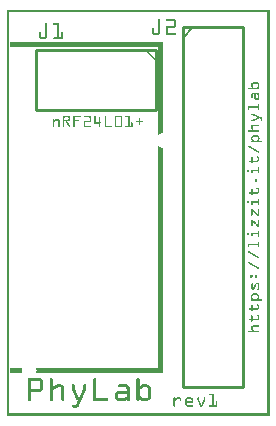
<source format=gto>
G04 MADE WITH FRITZING*
G04 WWW.FRITZING.ORG*
G04 DOUBLE SIDED*
G04 HOLES PLATED*
G04 CONTOUR ON CENTER OF CONTOUR VECTOR*
%ASAXBY*%
%FSLAX23Y23*%
%MOIN*%
%OFA0B0*%
%SFA1.0B1.0*%
%ADD10C,0.010000*%
%ADD11C,0.005000*%
%ADD12R,0.001000X0.001000*%
%LNSILK1*%
G90*
G70*
G54D10*
X496Y1221D02*
X96Y1221D01*
D02*
X96Y1221D02*
X96Y1021D01*
D02*
X96Y1021D02*
X496Y1021D01*
D02*
X496Y1021D02*
X496Y1221D01*
D02*
X586Y1296D02*
X586Y96D01*
D02*
X586Y96D02*
X786Y96D01*
D02*
X786Y96D02*
X786Y1296D01*
D02*
X786Y1296D02*
X586Y1296D01*
G54D11*
D02*
X586Y1261D02*
X621Y1296D01*
G54D12*
X0Y1354D02*
X876Y1354D01*
X0Y1353D02*
X876Y1353D01*
X0Y1352D02*
X876Y1352D01*
X0Y1351D02*
X876Y1351D01*
X0Y1350D02*
X876Y1350D01*
X0Y1349D02*
X876Y1349D01*
X0Y1348D02*
X876Y1348D01*
X0Y1347D02*
X876Y1347D01*
X0Y1346D02*
X7Y1346D01*
X869Y1346D02*
X876Y1346D01*
X0Y1345D02*
X7Y1345D01*
X869Y1345D02*
X876Y1345D01*
X0Y1344D02*
X7Y1344D01*
X869Y1344D02*
X876Y1344D01*
X0Y1343D02*
X7Y1343D01*
X869Y1343D02*
X876Y1343D01*
X0Y1342D02*
X7Y1342D01*
X869Y1342D02*
X876Y1342D01*
X0Y1341D02*
X7Y1341D01*
X869Y1341D02*
X876Y1341D01*
X0Y1340D02*
X7Y1340D01*
X869Y1340D02*
X876Y1340D01*
X0Y1339D02*
X7Y1339D01*
X869Y1339D02*
X876Y1339D01*
X0Y1338D02*
X7Y1338D01*
X869Y1338D02*
X876Y1338D01*
X0Y1337D02*
X7Y1337D01*
X869Y1337D02*
X876Y1337D01*
X0Y1336D02*
X7Y1336D01*
X869Y1336D02*
X876Y1336D01*
X0Y1335D02*
X7Y1335D01*
X869Y1335D02*
X876Y1335D01*
X0Y1334D02*
X7Y1334D01*
X869Y1334D02*
X876Y1334D01*
X0Y1333D02*
X7Y1333D01*
X869Y1333D02*
X876Y1333D01*
X0Y1332D02*
X7Y1332D01*
X869Y1332D02*
X876Y1332D01*
X0Y1331D02*
X7Y1331D01*
X869Y1331D02*
X876Y1331D01*
X0Y1330D02*
X7Y1330D01*
X869Y1330D02*
X876Y1330D01*
X0Y1329D02*
X7Y1329D01*
X869Y1329D02*
X876Y1329D01*
X0Y1328D02*
X7Y1328D01*
X869Y1328D02*
X876Y1328D01*
X0Y1327D02*
X7Y1327D01*
X869Y1327D02*
X876Y1327D01*
X0Y1326D02*
X7Y1326D01*
X869Y1326D02*
X876Y1326D01*
X0Y1325D02*
X7Y1325D01*
X869Y1325D02*
X876Y1325D01*
X0Y1324D02*
X7Y1324D01*
X508Y1324D02*
X508Y1324D01*
X534Y1324D02*
X559Y1324D01*
X869Y1324D02*
X876Y1324D01*
X0Y1323D02*
X7Y1323D01*
X506Y1323D02*
X510Y1323D01*
X532Y1323D02*
X561Y1323D01*
X869Y1323D02*
X876Y1323D01*
X0Y1322D02*
X7Y1322D01*
X505Y1322D02*
X510Y1322D01*
X531Y1322D02*
X562Y1322D01*
X869Y1322D02*
X876Y1322D01*
X0Y1321D02*
X7Y1321D01*
X505Y1321D02*
X511Y1321D01*
X531Y1321D02*
X563Y1321D01*
X869Y1321D02*
X876Y1321D01*
X0Y1320D02*
X7Y1320D01*
X505Y1320D02*
X511Y1320D01*
X531Y1320D02*
X564Y1320D01*
X869Y1320D02*
X876Y1320D01*
X0Y1319D02*
X7Y1319D01*
X505Y1319D02*
X511Y1319D01*
X531Y1319D02*
X564Y1319D01*
X869Y1319D02*
X876Y1319D01*
X0Y1318D02*
X7Y1318D01*
X505Y1318D02*
X511Y1318D01*
X532Y1318D02*
X564Y1318D01*
X869Y1318D02*
X876Y1318D01*
X0Y1317D02*
X7Y1317D01*
X505Y1317D02*
X511Y1317D01*
X558Y1317D02*
X564Y1317D01*
X869Y1317D02*
X876Y1317D01*
X0Y1316D02*
X7Y1316D01*
X505Y1316D02*
X511Y1316D01*
X558Y1316D02*
X565Y1316D01*
X869Y1316D02*
X876Y1316D01*
X0Y1315D02*
X7Y1315D01*
X505Y1315D02*
X511Y1315D01*
X558Y1315D02*
X565Y1315D01*
X869Y1315D02*
X876Y1315D01*
X0Y1314D02*
X7Y1314D01*
X505Y1314D02*
X511Y1314D01*
X558Y1314D02*
X565Y1314D01*
X869Y1314D02*
X876Y1314D01*
X0Y1313D02*
X7Y1313D01*
X505Y1313D02*
X511Y1313D01*
X558Y1313D02*
X565Y1313D01*
X869Y1313D02*
X876Y1313D01*
X0Y1312D02*
X7Y1312D01*
X505Y1312D02*
X511Y1312D01*
X558Y1312D02*
X565Y1312D01*
X869Y1312D02*
X876Y1312D01*
X0Y1311D02*
X7Y1311D01*
X505Y1311D02*
X511Y1311D01*
X558Y1311D02*
X565Y1311D01*
X869Y1311D02*
X876Y1311D01*
X0Y1310D02*
X7Y1310D01*
X505Y1310D02*
X511Y1310D01*
X558Y1310D02*
X565Y1310D01*
X869Y1310D02*
X876Y1310D01*
X0Y1309D02*
X7Y1309D01*
X130Y1309D02*
X132Y1309D01*
X156Y1309D02*
X174Y1309D01*
X505Y1309D02*
X511Y1309D01*
X558Y1309D02*
X565Y1309D01*
X869Y1309D02*
X876Y1309D01*
X0Y1308D02*
X7Y1308D01*
X129Y1308D02*
X134Y1308D01*
X155Y1308D02*
X174Y1308D01*
X505Y1308D02*
X511Y1308D01*
X558Y1308D02*
X565Y1308D01*
X869Y1308D02*
X876Y1308D01*
X0Y1307D02*
X7Y1307D01*
X129Y1307D02*
X134Y1307D01*
X155Y1307D02*
X174Y1307D01*
X505Y1307D02*
X511Y1307D01*
X558Y1307D02*
X565Y1307D01*
X869Y1307D02*
X876Y1307D01*
X0Y1306D02*
X7Y1306D01*
X128Y1306D02*
X134Y1306D01*
X154Y1306D02*
X174Y1306D01*
X505Y1306D02*
X511Y1306D01*
X558Y1306D02*
X565Y1306D01*
X869Y1306D02*
X876Y1306D01*
X0Y1305D02*
X7Y1305D01*
X128Y1305D02*
X134Y1305D01*
X155Y1305D02*
X174Y1305D01*
X505Y1305D02*
X511Y1305D01*
X558Y1305D02*
X565Y1305D01*
X869Y1305D02*
X876Y1305D01*
X0Y1304D02*
X7Y1304D01*
X128Y1304D02*
X134Y1304D01*
X155Y1304D02*
X174Y1304D01*
X505Y1304D02*
X511Y1304D01*
X558Y1304D02*
X565Y1304D01*
X869Y1304D02*
X876Y1304D01*
X0Y1303D02*
X7Y1303D01*
X128Y1303D02*
X134Y1303D01*
X156Y1303D02*
X174Y1303D01*
X505Y1303D02*
X511Y1303D01*
X558Y1303D02*
X565Y1303D01*
X869Y1303D02*
X876Y1303D01*
X0Y1302D02*
X7Y1302D01*
X128Y1302D02*
X134Y1302D01*
X168Y1302D02*
X174Y1302D01*
X505Y1302D02*
X511Y1302D01*
X558Y1302D02*
X565Y1302D01*
X869Y1302D02*
X876Y1302D01*
X0Y1301D02*
X7Y1301D01*
X128Y1301D02*
X134Y1301D01*
X168Y1301D02*
X174Y1301D01*
X505Y1301D02*
X511Y1301D01*
X558Y1301D02*
X565Y1301D01*
X869Y1301D02*
X876Y1301D01*
X0Y1300D02*
X7Y1300D01*
X128Y1300D02*
X134Y1300D01*
X168Y1300D02*
X174Y1300D01*
X505Y1300D02*
X511Y1300D01*
X535Y1300D02*
X564Y1300D01*
X869Y1300D02*
X876Y1300D01*
X0Y1299D02*
X7Y1299D01*
X128Y1299D02*
X134Y1299D01*
X168Y1299D02*
X174Y1299D01*
X505Y1299D02*
X511Y1299D01*
X534Y1299D02*
X564Y1299D01*
X869Y1299D02*
X876Y1299D01*
X0Y1298D02*
X7Y1298D01*
X128Y1298D02*
X134Y1298D01*
X168Y1298D02*
X174Y1298D01*
X505Y1298D02*
X511Y1298D01*
X533Y1298D02*
X564Y1298D01*
X869Y1298D02*
X876Y1298D01*
X0Y1297D02*
X7Y1297D01*
X128Y1297D02*
X134Y1297D01*
X168Y1297D02*
X174Y1297D01*
X505Y1297D02*
X511Y1297D01*
X532Y1297D02*
X563Y1297D01*
X869Y1297D02*
X876Y1297D01*
X0Y1296D02*
X7Y1296D01*
X128Y1296D02*
X134Y1296D01*
X168Y1296D02*
X174Y1296D01*
X505Y1296D02*
X511Y1296D01*
X531Y1296D02*
X563Y1296D01*
X869Y1296D02*
X876Y1296D01*
X0Y1295D02*
X7Y1295D01*
X128Y1295D02*
X134Y1295D01*
X168Y1295D02*
X174Y1295D01*
X505Y1295D02*
X511Y1295D01*
X531Y1295D02*
X562Y1295D01*
X869Y1295D02*
X876Y1295D01*
X0Y1294D02*
X7Y1294D01*
X128Y1294D02*
X134Y1294D01*
X168Y1294D02*
X174Y1294D01*
X486Y1294D02*
X489Y1294D01*
X505Y1294D02*
X511Y1294D01*
X531Y1294D02*
X560Y1294D01*
X869Y1294D02*
X876Y1294D01*
X0Y1293D02*
X7Y1293D01*
X128Y1293D02*
X134Y1293D01*
X168Y1293D02*
X174Y1293D01*
X485Y1293D02*
X490Y1293D01*
X505Y1293D02*
X511Y1293D01*
X531Y1293D02*
X537Y1293D01*
X869Y1293D02*
X876Y1293D01*
X0Y1292D02*
X7Y1292D01*
X128Y1292D02*
X134Y1292D01*
X168Y1292D02*
X174Y1292D01*
X484Y1292D02*
X490Y1292D01*
X505Y1292D02*
X511Y1292D01*
X531Y1292D02*
X537Y1292D01*
X869Y1292D02*
X876Y1292D01*
X0Y1291D02*
X7Y1291D01*
X128Y1291D02*
X134Y1291D01*
X168Y1291D02*
X174Y1291D01*
X484Y1291D02*
X490Y1291D01*
X505Y1291D02*
X511Y1291D01*
X531Y1291D02*
X537Y1291D01*
X869Y1291D02*
X876Y1291D01*
X0Y1290D02*
X7Y1290D01*
X128Y1290D02*
X134Y1290D01*
X168Y1290D02*
X174Y1290D01*
X484Y1290D02*
X490Y1290D01*
X505Y1290D02*
X511Y1290D01*
X531Y1290D02*
X537Y1290D01*
X869Y1290D02*
X876Y1290D01*
X0Y1289D02*
X7Y1289D01*
X128Y1289D02*
X134Y1289D01*
X168Y1289D02*
X174Y1289D01*
X484Y1289D02*
X490Y1289D01*
X505Y1289D02*
X511Y1289D01*
X531Y1289D02*
X537Y1289D01*
X869Y1289D02*
X876Y1289D01*
X0Y1288D02*
X7Y1288D01*
X128Y1288D02*
X134Y1288D01*
X168Y1288D02*
X174Y1288D01*
X484Y1288D02*
X490Y1288D01*
X505Y1288D02*
X511Y1288D01*
X531Y1288D02*
X537Y1288D01*
X869Y1288D02*
X876Y1288D01*
X0Y1287D02*
X7Y1287D01*
X128Y1287D02*
X134Y1287D01*
X168Y1287D02*
X174Y1287D01*
X484Y1287D02*
X490Y1287D01*
X505Y1287D02*
X511Y1287D01*
X531Y1287D02*
X537Y1287D01*
X869Y1287D02*
X876Y1287D01*
X0Y1286D02*
X7Y1286D01*
X128Y1286D02*
X134Y1286D01*
X168Y1286D02*
X174Y1286D01*
X484Y1286D02*
X490Y1286D01*
X505Y1286D02*
X511Y1286D01*
X531Y1286D02*
X537Y1286D01*
X869Y1286D02*
X876Y1286D01*
X0Y1285D02*
X7Y1285D01*
X128Y1285D02*
X134Y1285D01*
X168Y1285D02*
X174Y1285D01*
X484Y1285D02*
X490Y1285D01*
X505Y1285D02*
X511Y1285D01*
X531Y1285D02*
X537Y1285D01*
X869Y1285D02*
X876Y1285D01*
X0Y1284D02*
X7Y1284D01*
X128Y1284D02*
X134Y1284D01*
X168Y1284D02*
X174Y1284D01*
X484Y1284D02*
X490Y1284D01*
X505Y1284D02*
X511Y1284D01*
X531Y1284D02*
X537Y1284D01*
X869Y1284D02*
X876Y1284D01*
X0Y1283D02*
X7Y1283D01*
X128Y1283D02*
X134Y1283D01*
X168Y1283D02*
X174Y1283D01*
X484Y1283D02*
X490Y1283D01*
X505Y1283D02*
X511Y1283D01*
X531Y1283D02*
X537Y1283D01*
X869Y1283D02*
X876Y1283D01*
X0Y1282D02*
X7Y1282D01*
X128Y1282D02*
X134Y1282D01*
X168Y1282D02*
X174Y1282D01*
X484Y1282D02*
X490Y1282D01*
X505Y1282D02*
X511Y1282D01*
X531Y1282D02*
X537Y1282D01*
X869Y1282D02*
X876Y1282D01*
X0Y1281D02*
X7Y1281D01*
X128Y1281D02*
X134Y1281D01*
X168Y1281D02*
X174Y1281D01*
X484Y1281D02*
X490Y1281D01*
X505Y1281D02*
X511Y1281D01*
X531Y1281D02*
X537Y1281D01*
X869Y1281D02*
X876Y1281D01*
X0Y1280D02*
X7Y1280D01*
X128Y1280D02*
X134Y1280D01*
X168Y1280D02*
X174Y1280D01*
X484Y1280D02*
X490Y1280D01*
X505Y1280D02*
X511Y1280D01*
X531Y1280D02*
X537Y1280D01*
X869Y1280D02*
X876Y1280D01*
X0Y1279D02*
X7Y1279D01*
X109Y1279D02*
X113Y1279D01*
X128Y1279D02*
X134Y1279D01*
X168Y1279D02*
X174Y1279D01*
X183Y1279D02*
X187Y1279D01*
X484Y1279D02*
X491Y1279D01*
X504Y1279D02*
X511Y1279D01*
X531Y1279D02*
X537Y1279D01*
X869Y1279D02*
X876Y1279D01*
X0Y1278D02*
X7Y1278D01*
X108Y1278D02*
X113Y1278D01*
X128Y1278D02*
X134Y1278D01*
X168Y1278D02*
X174Y1278D01*
X182Y1278D02*
X188Y1278D01*
X484Y1278D02*
X491Y1278D01*
X504Y1278D02*
X511Y1278D01*
X531Y1278D02*
X537Y1278D01*
X869Y1278D02*
X876Y1278D01*
X0Y1277D02*
X7Y1277D01*
X108Y1277D02*
X114Y1277D01*
X128Y1277D02*
X134Y1277D01*
X168Y1277D02*
X174Y1277D01*
X182Y1277D02*
X188Y1277D01*
X485Y1277D02*
X493Y1277D01*
X502Y1277D02*
X510Y1277D01*
X531Y1277D02*
X537Y1277D01*
X869Y1277D02*
X876Y1277D01*
X0Y1276D02*
X7Y1276D01*
X108Y1276D02*
X114Y1276D01*
X128Y1276D02*
X134Y1276D01*
X168Y1276D02*
X174Y1276D01*
X182Y1276D02*
X188Y1276D01*
X485Y1276D02*
X510Y1276D01*
X531Y1276D02*
X563Y1276D01*
X869Y1276D02*
X876Y1276D01*
X0Y1275D02*
X7Y1275D01*
X108Y1275D02*
X114Y1275D01*
X128Y1275D02*
X134Y1275D01*
X168Y1275D02*
X174Y1275D01*
X182Y1275D02*
X188Y1275D01*
X486Y1275D02*
X509Y1275D01*
X531Y1275D02*
X564Y1275D01*
X869Y1275D02*
X876Y1275D01*
X0Y1274D02*
X7Y1274D01*
X108Y1274D02*
X114Y1274D01*
X128Y1274D02*
X134Y1274D01*
X168Y1274D02*
X174Y1274D01*
X182Y1274D02*
X188Y1274D01*
X486Y1274D02*
X509Y1274D01*
X531Y1274D02*
X564Y1274D01*
X869Y1274D02*
X876Y1274D01*
X0Y1273D02*
X7Y1273D01*
X108Y1273D02*
X114Y1273D01*
X128Y1273D02*
X134Y1273D01*
X168Y1273D02*
X174Y1273D01*
X182Y1273D02*
X188Y1273D01*
X487Y1273D02*
X508Y1273D01*
X531Y1273D02*
X564Y1273D01*
X869Y1273D02*
X876Y1273D01*
X0Y1272D02*
X7Y1272D01*
X108Y1272D02*
X114Y1272D01*
X128Y1272D02*
X134Y1272D01*
X168Y1272D02*
X174Y1272D01*
X182Y1272D02*
X188Y1272D01*
X489Y1272D02*
X506Y1272D01*
X531Y1272D02*
X564Y1272D01*
X869Y1272D02*
X876Y1272D01*
X0Y1271D02*
X7Y1271D01*
X108Y1271D02*
X114Y1271D01*
X128Y1271D02*
X134Y1271D01*
X168Y1271D02*
X174Y1271D01*
X182Y1271D02*
X188Y1271D01*
X490Y1271D02*
X505Y1271D01*
X531Y1271D02*
X563Y1271D01*
X869Y1271D02*
X876Y1271D01*
X0Y1270D02*
X7Y1270D01*
X108Y1270D02*
X114Y1270D01*
X128Y1270D02*
X134Y1270D01*
X168Y1270D02*
X174Y1270D01*
X182Y1270D02*
X188Y1270D01*
X494Y1270D02*
X501Y1270D01*
X531Y1270D02*
X561Y1270D01*
X869Y1270D02*
X876Y1270D01*
X0Y1269D02*
X7Y1269D01*
X108Y1269D02*
X114Y1269D01*
X128Y1269D02*
X134Y1269D01*
X168Y1269D02*
X174Y1269D01*
X182Y1269D02*
X188Y1269D01*
X869Y1269D02*
X876Y1269D01*
X0Y1268D02*
X7Y1268D01*
X108Y1268D02*
X114Y1268D01*
X128Y1268D02*
X134Y1268D01*
X168Y1268D02*
X174Y1268D01*
X182Y1268D02*
X188Y1268D01*
X869Y1268D02*
X876Y1268D01*
X0Y1267D02*
X7Y1267D01*
X108Y1267D02*
X114Y1267D01*
X128Y1267D02*
X134Y1267D01*
X168Y1267D02*
X174Y1267D01*
X182Y1267D02*
X188Y1267D01*
X869Y1267D02*
X876Y1267D01*
X0Y1266D02*
X7Y1266D01*
X108Y1266D02*
X114Y1266D01*
X128Y1266D02*
X134Y1266D01*
X168Y1266D02*
X174Y1266D01*
X182Y1266D02*
X188Y1266D01*
X869Y1266D02*
X876Y1266D01*
X0Y1265D02*
X7Y1265D01*
X108Y1265D02*
X114Y1265D01*
X128Y1265D02*
X134Y1265D01*
X168Y1265D02*
X174Y1265D01*
X182Y1265D02*
X188Y1265D01*
X869Y1265D02*
X876Y1265D01*
X0Y1264D02*
X7Y1264D01*
X108Y1264D02*
X114Y1264D01*
X128Y1264D02*
X134Y1264D01*
X168Y1264D02*
X174Y1264D01*
X182Y1264D02*
X188Y1264D01*
X869Y1264D02*
X876Y1264D01*
X0Y1263D02*
X7Y1263D01*
X108Y1263D02*
X115Y1263D01*
X127Y1263D02*
X134Y1263D01*
X168Y1263D02*
X174Y1263D01*
X182Y1263D02*
X188Y1263D01*
X869Y1263D02*
X876Y1263D01*
X0Y1262D02*
X7Y1262D01*
X108Y1262D02*
X134Y1262D01*
X157Y1262D02*
X188Y1262D01*
X869Y1262D02*
X876Y1262D01*
X0Y1261D02*
X7Y1261D01*
X109Y1261D02*
X133Y1261D01*
X155Y1261D02*
X188Y1261D01*
X869Y1261D02*
X876Y1261D01*
X0Y1260D02*
X7Y1260D01*
X109Y1260D02*
X133Y1260D01*
X155Y1260D02*
X188Y1260D01*
X869Y1260D02*
X876Y1260D01*
X0Y1259D02*
X7Y1259D01*
X110Y1259D02*
X132Y1259D01*
X155Y1259D02*
X188Y1259D01*
X869Y1259D02*
X876Y1259D01*
X0Y1258D02*
X7Y1258D01*
X111Y1258D02*
X131Y1258D01*
X155Y1258D02*
X188Y1258D01*
X869Y1258D02*
X876Y1258D01*
X0Y1257D02*
X7Y1257D01*
X112Y1257D02*
X130Y1257D01*
X155Y1257D02*
X187Y1257D01*
X869Y1257D02*
X876Y1257D01*
X0Y1256D02*
X7Y1256D01*
X114Y1256D02*
X128Y1256D01*
X156Y1256D02*
X187Y1256D01*
X869Y1256D02*
X876Y1256D01*
X0Y1255D02*
X7Y1255D01*
X869Y1255D02*
X876Y1255D01*
X0Y1254D02*
X7Y1254D01*
X869Y1254D02*
X876Y1254D01*
X0Y1253D02*
X7Y1253D01*
X869Y1253D02*
X876Y1253D01*
X0Y1252D02*
X7Y1252D01*
X869Y1252D02*
X876Y1252D01*
X0Y1251D02*
X7Y1251D01*
X869Y1251D02*
X876Y1251D01*
X0Y1250D02*
X7Y1250D01*
X869Y1250D02*
X876Y1250D01*
X0Y1249D02*
X7Y1249D01*
X869Y1249D02*
X876Y1249D01*
X0Y1248D02*
X7Y1248D01*
X869Y1248D02*
X876Y1248D01*
X0Y1247D02*
X7Y1247D01*
X869Y1247D02*
X876Y1247D01*
X0Y1246D02*
X7Y1246D01*
X11Y1246D02*
X520Y1246D01*
X869Y1246D02*
X876Y1246D01*
X0Y1245D02*
X7Y1245D01*
X11Y1245D02*
X520Y1245D01*
X869Y1245D02*
X876Y1245D01*
X0Y1244D02*
X7Y1244D01*
X11Y1244D02*
X520Y1244D01*
X869Y1244D02*
X876Y1244D01*
X0Y1243D02*
X7Y1243D01*
X11Y1243D02*
X520Y1243D01*
X869Y1243D02*
X876Y1243D01*
X0Y1242D02*
X7Y1242D01*
X11Y1242D02*
X520Y1242D01*
X869Y1242D02*
X876Y1242D01*
X0Y1241D02*
X7Y1241D01*
X11Y1241D02*
X520Y1241D01*
X869Y1241D02*
X876Y1241D01*
X0Y1240D02*
X7Y1240D01*
X11Y1240D02*
X520Y1240D01*
X869Y1240D02*
X876Y1240D01*
X0Y1239D02*
X7Y1239D01*
X11Y1239D02*
X520Y1239D01*
X869Y1239D02*
X876Y1239D01*
X0Y1238D02*
X7Y1238D01*
X11Y1238D02*
X520Y1238D01*
X869Y1238D02*
X876Y1238D01*
X0Y1237D02*
X7Y1237D01*
X11Y1237D02*
X520Y1237D01*
X869Y1237D02*
X876Y1237D01*
X0Y1236D02*
X7Y1236D01*
X11Y1236D02*
X520Y1236D01*
X869Y1236D02*
X876Y1236D01*
X0Y1235D02*
X7Y1235D01*
X11Y1235D02*
X520Y1235D01*
X869Y1235D02*
X876Y1235D01*
X0Y1234D02*
X7Y1234D01*
X11Y1234D02*
X520Y1234D01*
X869Y1234D02*
X876Y1234D01*
X0Y1233D02*
X7Y1233D01*
X11Y1233D02*
X520Y1233D01*
X869Y1233D02*
X876Y1233D01*
X0Y1232D02*
X7Y1232D01*
X11Y1232D02*
X520Y1232D01*
X869Y1232D02*
X876Y1232D01*
X0Y1231D02*
X7Y1231D01*
X11Y1231D02*
X520Y1231D01*
X869Y1231D02*
X876Y1231D01*
X0Y1230D02*
X7Y1230D01*
X11Y1230D02*
X520Y1230D01*
X869Y1230D02*
X876Y1230D01*
X0Y1229D02*
X7Y1229D01*
X504Y1229D02*
X520Y1229D01*
X869Y1229D02*
X876Y1229D01*
X0Y1228D02*
X7Y1228D01*
X504Y1228D02*
X520Y1228D01*
X869Y1228D02*
X876Y1228D01*
X0Y1227D02*
X7Y1227D01*
X504Y1227D02*
X520Y1227D01*
X869Y1227D02*
X876Y1227D01*
X0Y1226D02*
X7Y1226D01*
X504Y1226D02*
X520Y1226D01*
X869Y1226D02*
X876Y1226D01*
X0Y1225D02*
X7Y1225D01*
X504Y1225D02*
X520Y1225D01*
X869Y1225D02*
X876Y1225D01*
X0Y1224D02*
X7Y1224D01*
X504Y1224D02*
X520Y1224D01*
X869Y1224D02*
X876Y1224D01*
X0Y1223D02*
X7Y1223D01*
X462Y1223D02*
X462Y1223D01*
X504Y1223D02*
X520Y1223D01*
X869Y1223D02*
X876Y1223D01*
X0Y1222D02*
X7Y1222D01*
X461Y1222D02*
X463Y1222D01*
X504Y1222D02*
X520Y1222D01*
X869Y1222D02*
X876Y1222D01*
X0Y1221D02*
X7Y1221D01*
X460Y1221D02*
X464Y1221D01*
X504Y1221D02*
X520Y1221D01*
X869Y1221D02*
X876Y1221D01*
X0Y1220D02*
X7Y1220D01*
X459Y1220D02*
X465Y1220D01*
X504Y1220D02*
X520Y1220D01*
X869Y1220D02*
X876Y1220D01*
X0Y1219D02*
X7Y1219D01*
X460Y1219D02*
X466Y1219D01*
X504Y1219D02*
X520Y1219D01*
X869Y1219D02*
X876Y1219D01*
X0Y1218D02*
X7Y1218D01*
X461Y1218D02*
X467Y1218D01*
X504Y1218D02*
X520Y1218D01*
X869Y1218D02*
X876Y1218D01*
X0Y1217D02*
X7Y1217D01*
X462Y1217D02*
X468Y1217D01*
X504Y1217D02*
X520Y1217D01*
X869Y1217D02*
X876Y1217D01*
X0Y1216D02*
X7Y1216D01*
X463Y1216D02*
X469Y1216D01*
X504Y1216D02*
X520Y1216D01*
X869Y1216D02*
X876Y1216D01*
X0Y1215D02*
X7Y1215D01*
X464Y1215D02*
X470Y1215D01*
X504Y1215D02*
X520Y1215D01*
X869Y1215D02*
X876Y1215D01*
X0Y1214D02*
X7Y1214D01*
X465Y1214D02*
X471Y1214D01*
X504Y1214D02*
X520Y1214D01*
X869Y1214D02*
X876Y1214D01*
X0Y1213D02*
X7Y1213D01*
X466Y1213D02*
X472Y1213D01*
X504Y1213D02*
X520Y1213D01*
X869Y1213D02*
X876Y1213D01*
X0Y1212D02*
X7Y1212D01*
X467Y1212D02*
X473Y1212D01*
X504Y1212D02*
X520Y1212D01*
X869Y1212D02*
X876Y1212D01*
X0Y1211D02*
X7Y1211D01*
X468Y1211D02*
X474Y1211D01*
X504Y1211D02*
X520Y1211D01*
X869Y1211D02*
X876Y1211D01*
X0Y1210D02*
X7Y1210D01*
X469Y1210D02*
X475Y1210D01*
X504Y1210D02*
X520Y1210D01*
X869Y1210D02*
X876Y1210D01*
X0Y1209D02*
X7Y1209D01*
X470Y1209D02*
X476Y1209D01*
X504Y1209D02*
X520Y1209D01*
X869Y1209D02*
X876Y1209D01*
X0Y1208D02*
X7Y1208D01*
X471Y1208D02*
X477Y1208D01*
X504Y1208D02*
X520Y1208D01*
X869Y1208D02*
X876Y1208D01*
X0Y1207D02*
X7Y1207D01*
X472Y1207D02*
X478Y1207D01*
X504Y1207D02*
X520Y1207D01*
X869Y1207D02*
X876Y1207D01*
X0Y1206D02*
X7Y1206D01*
X473Y1206D02*
X479Y1206D01*
X504Y1206D02*
X520Y1206D01*
X869Y1206D02*
X876Y1206D01*
X0Y1205D02*
X7Y1205D01*
X474Y1205D02*
X480Y1205D01*
X504Y1205D02*
X520Y1205D01*
X869Y1205D02*
X876Y1205D01*
X0Y1204D02*
X7Y1204D01*
X476Y1204D02*
X481Y1204D01*
X504Y1204D02*
X520Y1204D01*
X869Y1204D02*
X876Y1204D01*
X0Y1203D02*
X7Y1203D01*
X477Y1203D02*
X482Y1203D01*
X504Y1203D02*
X520Y1203D01*
X869Y1203D02*
X876Y1203D01*
X0Y1202D02*
X7Y1202D01*
X478Y1202D02*
X483Y1202D01*
X504Y1202D02*
X520Y1202D01*
X869Y1202D02*
X876Y1202D01*
X0Y1201D02*
X7Y1201D01*
X479Y1201D02*
X484Y1201D01*
X504Y1201D02*
X520Y1201D01*
X869Y1201D02*
X876Y1201D01*
X0Y1200D02*
X7Y1200D01*
X479Y1200D02*
X485Y1200D01*
X504Y1200D02*
X520Y1200D01*
X869Y1200D02*
X876Y1200D01*
X0Y1199D02*
X7Y1199D01*
X480Y1199D02*
X486Y1199D01*
X504Y1199D02*
X520Y1199D01*
X869Y1199D02*
X876Y1199D01*
X0Y1198D02*
X7Y1198D01*
X481Y1198D02*
X487Y1198D01*
X504Y1198D02*
X520Y1198D01*
X869Y1198D02*
X876Y1198D01*
X0Y1197D02*
X7Y1197D01*
X482Y1197D02*
X488Y1197D01*
X504Y1197D02*
X520Y1197D01*
X869Y1197D02*
X876Y1197D01*
X0Y1196D02*
X7Y1196D01*
X483Y1196D02*
X489Y1196D01*
X504Y1196D02*
X520Y1196D01*
X869Y1196D02*
X876Y1196D01*
X0Y1195D02*
X7Y1195D01*
X484Y1195D02*
X490Y1195D01*
X504Y1195D02*
X520Y1195D01*
X869Y1195D02*
X876Y1195D01*
X0Y1194D02*
X7Y1194D01*
X485Y1194D02*
X491Y1194D01*
X504Y1194D02*
X520Y1194D01*
X869Y1194D02*
X876Y1194D01*
X0Y1193D02*
X7Y1193D01*
X486Y1193D02*
X492Y1193D01*
X504Y1193D02*
X520Y1193D01*
X869Y1193D02*
X876Y1193D01*
X0Y1192D02*
X7Y1192D01*
X487Y1192D02*
X493Y1192D01*
X504Y1192D02*
X520Y1192D01*
X869Y1192D02*
X876Y1192D01*
X0Y1191D02*
X7Y1191D01*
X488Y1191D02*
X494Y1191D01*
X504Y1191D02*
X520Y1191D01*
X869Y1191D02*
X876Y1191D01*
X0Y1190D02*
X7Y1190D01*
X489Y1190D02*
X495Y1190D01*
X504Y1190D02*
X520Y1190D01*
X869Y1190D02*
X876Y1190D01*
X0Y1189D02*
X7Y1189D01*
X490Y1189D02*
X496Y1189D01*
X504Y1189D02*
X520Y1189D01*
X869Y1189D02*
X876Y1189D01*
X0Y1188D02*
X7Y1188D01*
X491Y1188D02*
X496Y1188D01*
X504Y1188D02*
X520Y1188D01*
X869Y1188D02*
X876Y1188D01*
X0Y1187D02*
X7Y1187D01*
X492Y1187D02*
X495Y1187D01*
X504Y1187D02*
X520Y1187D01*
X869Y1187D02*
X876Y1187D01*
X0Y1186D02*
X7Y1186D01*
X493Y1186D02*
X494Y1186D01*
X504Y1186D02*
X520Y1186D01*
X869Y1186D02*
X876Y1186D01*
X0Y1185D02*
X7Y1185D01*
X504Y1185D02*
X520Y1185D01*
X869Y1185D02*
X876Y1185D01*
X0Y1184D02*
X7Y1184D01*
X504Y1184D02*
X520Y1184D01*
X869Y1184D02*
X876Y1184D01*
X0Y1183D02*
X7Y1183D01*
X504Y1183D02*
X520Y1183D01*
X869Y1183D02*
X876Y1183D01*
X0Y1182D02*
X7Y1182D01*
X504Y1182D02*
X520Y1182D01*
X869Y1182D02*
X876Y1182D01*
X0Y1181D02*
X7Y1181D01*
X504Y1181D02*
X520Y1181D01*
X869Y1181D02*
X876Y1181D01*
X0Y1180D02*
X7Y1180D01*
X504Y1180D02*
X520Y1180D01*
X869Y1180D02*
X876Y1180D01*
X0Y1179D02*
X7Y1179D01*
X504Y1179D02*
X520Y1179D01*
X869Y1179D02*
X876Y1179D01*
X0Y1178D02*
X7Y1178D01*
X504Y1178D02*
X520Y1178D01*
X869Y1178D02*
X876Y1178D01*
X0Y1177D02*
X7Y1177D01*
X504Y1177D02*
X520Y1177D01*
X869Y1177D02*
X876Y1177D01*
X0Y1176D02*
X7Y1176D01*
X504Y1176D02*
X520Y1176D01*
X869Y1176D02*
X876Y1176D01*
X0Y1175D02*
X7Y1175D01*
X504Y1175D02*
X520Y1175D01*
X869Y1175D02*
X876Y1175D01*
X0Y1174D02*
X7Y1174D01*
X504Y1174D02*
X520Y1174D01*
X869Y1174D02*
X876Y1174D01*
X0Y1173D02*
X7Y1173D01*
X504Y1173D02*
X520Y1173D01*
X869Y1173D02*
X876Y1173D01*
X0Y1172D02*
X7Y1172D01*
X504Y1172D02*
X520Y1172D01*
X869Y1172D02*
X876Y1172D01*
X0Y1171D02*
X7Y1171D01*
X504Y1171D02*
X520Y1171D01*
X869Y1171D02*
X876Y1171D01*
X0Y1170D02*
X7Y1170D01*
X504Y1170D02*
X520Y1170D01*
X869Y1170D02*
X876Y1170D01*
X0Y1169D02*
X7Y1169D01*
X504Y1169D02*
X520Y1169D01*
X869Y1169D02*
X876Y1169D01*
X0Y1168D02*
X7Y1168D01*
X504Y1168D02*
X520Y1168D01*
X869Y1168D02*
X876Y1168D01*
X0Y1167D02*
X7Y1167D01*
X504Y1167D02*
X520Y1167D01*
X869Y1167D02*
X876Y1167D01*
X0Y1166D02*
X7Y1166D01*
X504Y1166D02*
X520Y1166D01*
X869Y1166D02*
X876Y1166D01*
X0Y1165D02*
X7Y1165D01*
X504Y1165D02*
X520Y1165D01*
X869Y1165D02*
X876Y1165D01*
X0Y1164D02*
X7Y1164D01*
X504Y1164D02*
X520Y1164D01*
X869Y1164D02*
X876Y1164D01*
X0Y1163D02*
X7Y1163D01*
X504Y1163D02*
X520Y1163D01*
X869Y1163D02*
X876Y1163D01*
X0Y1162D02*
X7Y1162D01*
X504Y1162D02*
X520Y1162D01*
X869Y1162D02*
X876Y1162D01*
X0Y1161D02*
X7Y1161D01*
X504Y1161D02*
X520Y1161D01*
X869Y1161D02*
X876Y1161D01*
X0Y1160D02*
X7Y1160D01*
X504Y1160D02*
X520Y1160D01*
X869Y1160D02*
X876Y1160D01*
X0Y1159D02*
X7Y1159D01*
X504Y1159D02*
X520Y1159D01*
X869Y1159D02*
X876Y1159D01*
X0Y1158D02*
X7Y1158D01*
X504Y1158D02*
X520Y1158D01*
X869Y1158D02*
X876Y1158D01*
X0Y1157D02*
X7Y1157D01*
X504Y1157D02*
X520Y1157D01*
X869Y1157D02*
X876Y1157D01*
X0Y1156D02*
X7Y1156D01*
X504Y1156D02*
X520Y1156D01*
X869Y1156D02*
X876Y1156D01*
X0Y1155D02*
X7Y1155D01*
X504Y1155D02*
X520Y1155D01*
X869Y1155D02*
X876Y1155D01*
X0Y1154D02*
X7Y1154D01*
X504Y1154D02*
X520Y1154D01*
X869Y1154D02*
X876Y1154D01*
X0Y1153D02*
X7Y1153D01*
X504Y1153D02*
X520Y1153D01*
X869Y1153D02*
X876Y1153D01*
X0Y1152D02*
X7Y1152D01*
X504Y1152D02*
X520Y1152D01*
X869Y1152D02*
X876Y1152D01*
X0Y1151D02*
X7Y1151D01*
X504Y1151D02*
X520Y1151D01*
X869Y1151D02*
X876Y1151D01*
X0Y1150D02*
X7Y1150D01*
X504Y1150D02*
X520Y1150D01*
X869Y1150D02*
X876Y1150D01*
X0Y1149D02*
X7Y1149D01*
X504Y1149D02*
X520Y1149D01*
X869Y1149D02*
X876Y1149D01*
X0Y1148D02*
X7Y1148D01*
X504Y1148D02*
X520Y1148D01*
X869Y1148D02*
X876Y1148D01*
X0Y1147D02*
X7Y1147D01*
X504Y1147D02*
X520Y1147D01*
X869Y1147D02*
X876Y1147D01*
X0Y1146D02*
X7Y1146D01*
X504Y1146D02*
X520Y1146D01*
X869Y1146D02*
X876Y1146D01*
X0Y1145D02*
X7Y1145D01*
X504Y1145D02*
X520Y1145D01*
X869Y1145D02*
X876Y1145D01*
X0Y1144D02*
X7Y1144D01*
X504Y1144D02*
X520Y1144D01*
X869Y1144D02*
X876Y1144D01*
X0Y1143D02*
X7Y1143D01*
X504Y1143D02*
X520Y1143D01*
X869Y1143D02*
X876Y1143D01*
X0Y1142D02*
X7Y1142D01*
X504Y1142D02*
X520Y1142D01*
X869Y1142D02*
X876Y1142D01*
X0Y1141D02*
X7Y1141D01*
X504Y1141D02*
X520Y1141D01*
X869Y1141D02*
X876Y1141D01*
X0Y1140D02*
X7Y1140D01*
X504Y1140D02*
X520Y1140D01*
X869Y1140D02*
X876Y1140D01*
X0Y1139D02*
X7Y1139D01*
X504Y1139D02*
X520Y1139D01*
X869Y1139D02*
X876Y1139D01*
X0Y1138D02*
X7Y1138D01*
X504Y1138D02*
X520Y1138D01*
X869Y1138D02*
X876Y1138D01*
X0Y1137D02*
X7Y1137D01*
X504Y1137D02*
X520Y1137D01*
X869Y1137D02*
X876Y1137D01*
X0Y1136D02*
X7Y1136D01*
X504Y1136D02*
X520Y1136D01*
X869Y1136D02*
X876Y1136D01*
X0Y1135D02*
X7Y1135D01*
X504Y1135D02*
X520Y1135D01*
X869Y1135D02*
X876Y1135D01*
X0Y1134D02*
X7Y1134D01*
X504Y1134D02*
X520Y1134D01*
X869Y1134D02*
X876Y1134D01*
X0Y1133D02*
X7Y1133D01*
X504Y1133D02*
X520Y1133D01*
X869Y1133D02*
X876Y1133D01*
X0Y1132D02*
X7Y1132D01*
X504Y1132D02*
X520Y1132D01*
X869Y1132D02*
X876Y1132D01*
X0Y1131D02*
X7Y1131D01*
X504Y1131D02*
X520Y1131D01*
X869Y1131D02*
X876Y1131D01*
X0Y1130D02*
X7Y1130D01*
X504Y1130D02*
X520Y1130D01*
X869Y1130D02*
X876Y1130D01*
X0Y1129D02*
X7Y1129D01*
X504Y1129D02*
X520Y1129D01*
X869Y1129D02*
X876Y1129D01*
X0Y1128D02*
X7Y1128D01*
X504Y1128D02*
X520Y1128D01*
X869Y1128D02*
X876Y1128D01*
X0Y1127D02*
X7Y1127D01*
X504Y1127D02*
X520Y1127D01*
X869Y1127D02*
X876Y1127D01*
X0Y1126D02*
X7Y1126D01*
X504Y1126D02*
X520Y1126D01*
X869Y1126D02*
X876Y1126D01*
X0Y1125D02*
X7Y1125D01*
X504Y1125D02*
X520Y1125D01*
X869Y1125D02*
X876Y1125D01*
X0Y1124D02*
X7Y1124D01*
X504Y1124D02*
X520Y1124D01*
X869Y1124D02*
X876Y1124D01*
X0Y1123D02*
X7Y1123D01*
X504Y1123D02*
X520Y1123D01*
X869Y1123D02*
X876Y1123D01*
X0Y1122D02*
X7Y1122D01*
X504Y1122D02*
X520Y1122D01*
X869Y1122D02*
X876Y1122D01*
X0Y1121D02*
X7Y1121D01*
X504Y1121D02*
X520Y1121D01*
X869Y1121D02*
X876Y1121D01*
X0Y1120D02*
X7Y1120D01*
X504Y1120D02*
X520Y1120D01*
X869Y1120D02*
X876Y1120D01*
X0Y1119D02*
X7Y1119D01*
X504Y1119D02*
X520Y1119D01*
X869Y1119D02*
X876Y1119D01*
X0Y1118D02*
X7Y1118D01*
X504Y1118D02*
X520Y1118D01*
X869Y1118D02*
X876Y1118D01*
X0Y1117D02*
X7Y1117D01*
X504Y1117D02*
X520Y1117D01*
X869Y1117D02*
X876Y1117D01*
X0Y1116D02*
X7Y1116D01*
X504Y1116D02*
X520Y1116D01*
X869Y1116D02*
X876Y1116D01*
X0Y1115D02*
X7Y1115D01*
X504Y1115D02*
X520Y1115D01*
X869Y1115D02*
X876Y1115D01*
X0Y1114D02*
X7Y1114D01*
X504Y1114D02*
X520Y1114D01*
X869Y1114D02*
X876Y1114D01*
X0Y1113D02*
X7Y1113D01*
X504Y1113D02*
X520Y1113D01*
X869Y1113D02*
X876Y1113D01*
X0Y1112D02*
X7Y1112D01*
X504Y1112D02*
X520Y1112D01*
X820Y1112D02*
X836Y1112D01*
X869Y1112D02*
X876Y1112D01*
X0Y1111D02*
X7Y1111D01*
X504Y1111D02*
X520Y1111D01*
X819Y1111D02*
X837Y1111D01*
X869Y1111D02*
X876Y1111D01*
X0Y1110D02*
X7Y1110D01*
X504Y1110D02*
X520Y1110D01*
X818Y1110D02*
X838Y1110D01*
X869Y1110D02*
X876Y1110D01*
X0Y1109D02*
X7Y1109D01*
X504Y1109D02*
X520Y1109D01*
X817Y1109D02*
X839Y1109D01*
X869Y1109D02*
X876Y1109D01*
X0Y1108D02*
X7Y1108D01*
X504Y1108D02*
X520Y1108D01*
X816Y1108D02*
X840Y1108D01*
X869Y1108D02*
X876Y1108D01*
X0Y1107D02*
X7Y1107D01*
X504Y1107D02*
X520Y1107D01*
X816Y1107D02*
X821Y1107D01*
X835Y1107D02*
X841Y1107D01*
X869Y1107D02*
X876Y1107D01*
X0Y1106D02*
X7Y1106D01*
X504Y1106D02*
X520Y1106D01*
X815Y1106D02*
X820Y1106D01*
X836Y1106D02*
X841Y1106D01*
X869Y1106D02*
X876Y1106D01*
X0Y1105D02*
X7Y1105D01*
X504Y1105D02*
X520Y1105D01*
X815Y1105D02*
X819Y1105D01*
X837Y1105D02*
X841Y1105D01*
X869Y1105D02*
X876Y1105D01*
X0Y1104D02*
X7Y1104D01*
X504Y1104D02*
X520Y1104D01*
X815Y1104D02*
X819Y1104D01*
X837Y1104D02*
X841Y1104D01*
X869Y1104D02*
X876Y1104D01*
X0Y1103D02*
X7Y1103D01*
X504Y1103D02*
X520Y1103D01*
X815Y1103D02*
X819Y1103D01*
X838Y1103D02*
X842Y1103D01*
X869Y1103D02*
X876Y1103D01*
X0Y1102D02*
X7Y1102D01*
X504Y1102D02*
X520Y1102D01*
X815Y1102D02*
X819Y1102D01*
X838Y1102D02*
X842Y1102D01*
X869Y1102D02*
X876Y1102D01*
X0Y1101D02*
X7Y1101D01*
X504Y1101D02*
X520Y1101D01*
X815Y1101D02*
X819Y1101D01*
X838Y1101D02*
X842Y1101D01*
X869Y1101D02*
X876Y1101D01*
X0Y1100D02*
X7Y1100D01*
X504Y1100D02*
X520Y1100D01*
X815Y1100D02*
X819Y1100D01*
X838Y1100D02*
X841Y1100D01*
X869Y1100D02*
X876Y1100D01*
X0Y1099D02*
X7Y1099D01*
X504Y1099D02*
X520Y1099D01*
X815Y1099D02*
X819Y1099D01*
X837Y1099D02*
X841Y1099D01*
X869Y1099D02*
X876Y1099D01*
X0Y1098D02*
X7Y1098D01*
X504Y1098D02*
X520Y1098D01*
X815Y1098D02*
X820Y1098D01*
X837Y1098D02*
X841Y1098D01*
X869Y1098D02*
X876Y1098D01*
X0Y1097D02*
X7Y1097D01*
X504Y1097D02*
X520Y1097D01*
X816Y1097D02*
X821Y1097D01*
X836Y1097D02*
X841Y1097D01*
X869Y1097D02*
X876Y1097D01*
X0Y1096D02*
X7Y1096D01*
X504Y1096D02*
X520Y1096D01*
X816Y1096D02*
X821Y1096D01*
X835Y1096D02*
X840Y1096D01*
X869Y1096D02*
X876Y1096D01*
X0Y1095D02*
X7Y1095D01*
X504Y1095D02*
X520Y1095D01*
X817Y1095D02*
X822Y1095D01*
X834Y1095D02*
X840Y1095D01*
X869Y1095D02*
X876Y1095D01*
X0Y1094D02*
X7Y1094D01*
X504Y1094D02*
X520Y1094D01*
X817Y1094D02*
X823Y1094D01*
X833Y1094D02*
X839Y1094D01*
X869Y1094D02*
X876Y1094D01*
X0Y1093D02*
X7Y1093D01*
X504Y1093D02*
X520Y1093D01*
X806Y1093D02*
X840Y1093D01*
X869Y1093D02*
X876Y1093D01*
X0Y1092D02*
X7Y1092D01*
X504Y1092D02*
X520Y1092D01*
X805Y1092D02*
X841Y1092D01*
X869Y1092D02*
X876Y1092D01*
X0Y1091D02*
X7Y1091D01*
X504Y1091D02*
X520Y1091D01*
X805Y1091D02*
X841Y1091D01*
X869Y1091D02*
X876Y1091D01*
X0Y1090D02*
X7Y1090D01*
X504Y1090D02*
X520Y1090D01*
X805Y1090D02*
X841Y1090D01*
X869Y1090D02*
X876Y1090D01*
X0Y1089D02*
X7Y1089D01*
X504Y1089D02*
X520Y1089D01*
X806Y1089D02*
X840Y1089D01*
X869Y1089D02*
X876Y1089D01*
X0Y1088D02*
X7Y1088D01*
X504Y1088D02*
X520Y1088D01*
X869Y1088D02*
X876Y1088D01*
X0Y1087D02*
X7Y1087D01*
X504Y1087D02*
X520Y1087D01*
X869Y1087D02*
X876Y1087D01*
X0Y1086D02*
X7Y1086D01*
X504Y1086D02*
X520Y1086D01*
X869Y1086D02*
X876Y1086D01*
X0Y1085D02*
X7Y1085D01*
X504Y1085D02*
X520Y1085D01*
X869Y1085D02*
X876Y1085D01*
X0Y1084D02*
X7Y1084D01*
X504Y1084D02*
X520Y1084D01*
X869Y1084D02*
X876Y1084D01*
X0Y1083D02*
X7Y1083D01*
X504Y1083D02*
X520Y1083D01*
X869Y1083D02*
X876Y1083D01*
X0Y1082D02*
X7Y1082D01*
X504Y1082D02*
X520Y1082D01*
X869Y1082D02*
X876Y1082D01*
X0Y1081D02*
X7Y1081D01*
X504Y1081D02*
X520Y1081D01*
X869Y1081D02*
X876Y1081D01*
X0Y1080D02*
X7Y1080D01*
X504Y1080D02*
X520Y1080D01*
X869Y1080D02*
X876Y1080D01*
X0Y1079D02*
X7Y1079D01*
X504Y1079D02*
X520Y1079D01*
X869Y1079D02*
X876Y1079D01*
X0Y1078D02*
X7Y1078D01*
X504Y1078D02*
X520Y1078D01*
X869Y1078D02*
X876Y1078D01*
X0Y1077D02*
X7Y1077D01*
X504Y1077D02*
X520Y1077D01*
X821Y1077D02*
X840Y1077D01*
X869Y1077D02*
X876Y1077D01*
X0Y1076D02*
X7Y1076D01*
X504Y1076D02*
X520Y1076D01*
X818Y1076D02*
X841Y1076D01*
X869Y1076D02*
X876Y1076D01*
X0Y1075D02*
X7Y1075D01*
X504Y1075D02*
X520Y1075D01*
X817Y1075D02*
X841Y1075D01*
X869Y1075D02*
X876Y1075D01*
X0Y1074D02*
X7Y1074D01*
X504Y1074D02*
X520Y1074D01*
X816Y1074D02*
X841Y1074D01*
X869Y1074D02*
X876Y1074D01*
X0Y1073D02*
X7Y1073D01*
X504Y1073D02*
X520Y1073D01*
X816Y1073D02*
X840Y1073D01*
X869Y1073D02*
X876Y1073D01*
X0Y1072D02*
X7Y1072D01*
X504Y1072D02*
X520Y1072D01*
X815Y1072D02*
X822Y1072D01*
X825Y1072D02*
X830Y1072D01*
X835Y1072D02*
X839Y1072D01*
X869Y1072D02*
X876Y1072D01*
X0Y1071D02*
X7Y1071D01*
X504Y1071D02*
X520Y1071D01*
X815Y1071D02*
X819Y1071D01*
X825Y1071D02*
X829Y1071D01*
X835Y1071D02*
X840Y1071D01*
X869Y1071D02*
X876Y1071D01*
X0Y1070D02*
X7Y1070D01*
X504Y1070D02*
X520Y1070D01*
X815Y1070D02*
X819Y1070D01*
X825Y1070D02*
X829Y1070D01*
X836Y1070D02*
X841Y1070D01*
X869Y1070D02*
X876Y1070D01*
X0Y1069D02*
X7Y1069D01*
X504Y1069D02*
X520Y1069D01*
X815Y1069D02*
X819Y1069D01*
X825Y1069D02*
X829Y1069D01*
X836Y1069D02*
X841Y1069D01*
X869Y1069D02*
X876Y1069D01*
X0Y1068D02*
X7Y1068D01*
X504Y1068D02*
X520Y1068D01*
X815Y1068D02*
X819Y1068D01*
X825Y1068D02*
X829Y1068D01*
X837Y1068D02*
X841Y1068D01*
X869Y1068D02*
X876Y1068D01*
X0Y1067D02*
X7Y1067D01*
X504Y1067D02*
X520Y1067D01*
X815Y1067D02*
X819Y1067D01*
X825Y1067D02*
X829Y1067D01*
X838Y1067D02*
X842Y1067D01*
X869Y1067D02*
X876Y1067D01*
X0Y1066D02*
X7Y1066D01*
X504Y1066D02*
X520Y1066D01*
X815Y1066D02*
X819Y1066D01*
X825Y1066D02*
X829Y1066D01*
X838Y1066D02*
X842Y1066D01*
X869Y1066D02*
X876Y1066D01*
X0Y1065D02*
X7Y1065D01*
X504Y1065D02*
X520Y1065D01*
X815Y1065D02*
X819Y1065D01*
X825Y1065D02*
X829Y1065D01*
X838Y1065D02*
X842Y1065D01*
X869Y1065D02*
X876Y1065D01*
X0Y1064D02*
X7Y1064D01*
X504Y1064D02*
X520Y1064D01*
X815Y1064D02*
X819Y1064D01*
X825Y1064D02*
X829Y1064D01*
X838Y1064D02*
X842Y1064D01*
X869Y1064D02*
X876Y1064D01*
X0Y1063D02*
X7Y1063D01*
X504Y1063D02*
X520Y1063D01*
X815Y1063D02*
X819Y1063D01*
X825Y1063D02*
X829Y1063D01*
X838Y1063D02*
X842Y1063D01*
X869Y1063D02*
X876Y1063D01*
X0Y1062D02*
X7Y1062D01*
X504Y1062D02*
X520Y1062D01*
X815Y1062D02*
X819Y1062D01*
X825Y1062D02*
X829Y1062D01*
X838Y1062D02*
X842Y1062D01*
X869Y1062D02*
X876Y1062D01*
X0Y1061D02*
X7Y1061D01*
X504Y1061D02*
X520Y1061D01*
X815Y1061D02*
X819Y1061D01*
X825Y1061D02*
X829Y1061D01*
X838Y1061D02*
X842Y1061D01*
X869Y1061D02*
X876Y1061D01*
X0Y1060D02*
X7Y1060D01*
X504Y1060D02*
X520Y1060D01*
X815Y1060D02*
X819Y1060D01*
X825Y1060D02*
X829Y1060D01*
X837Y1060D02*
X841Y1060D01*
X869Y1060D02*
X876Y1060D01*
X0Y1059D02*
X7Y1059D01*
X504Y1059D02*
X520Y1059D01*
X815Y1059D02*
X818Y1059D01*
X825Y1059D02*
X830Y1059D01*
X837Y1059D02*
X841Y1059D01*
X869Y1059D02*
X876Y1059D01*
X0Y1058D02*
X7Y1058D01*
X504Y1058D02*
X520Y1058D01*
X826Y1058D02*
X841Y1058D01*
X869Y1058D02*
X876Y1058D01*
X0Y1057D02*
X7Y1057D01*
X504Y1057D02*
X520Y1057D01*
X826Y1057D02*
X841Y1057D01*
X869Y1057D02*
X876Y1057D01*
X0Y1056D02*
X7Y1056D01*
X504Y1056D02*
X520Y1056D01*
X827Y1056D02*
X840Y1056D01*
X869Y1056D02*
X876Y1056D01*
X0Y1055D02*
X7Y1055D01*
X504Y1055D02*
X520Y1055D01*
X828Y1055D02*
X839Y1055D01*
X869Y1055D02*
X876Y1055D01*
X0Y1054D02*
X7Y1054D01*
X504Y1054D02*
X520Y1054D01*
X829Y1054D02*
X837Y1054D01*
X869Y1054D02*
X876Y1054D01*
X0Y1053D02*
X7Y1053D01*
X504Y1053D02*
X520Y1053D01*
X869Y1053D02*
X876Y1053D01*
X0Y1052D02*
X7Y1052D01*
X504Y1052D02*
X520Y1052D01*
X869Y1052D02*
X876Y1052D01*
X0Y1051D02*
X7Y1051D01*
X504Y1051D02*
X520Y1051D01*
X869Y1051D02*
X876Y1051D01*
X0Y1050D02*
X7Y1050D01*
X504Y1050D02*
X520Y1050D01*
X869Y1050D02*
X876Y1050D01*
X0Y1049D02*
X7Y1049D01*
X504Y1049D02*
X520Y1049D01*
X869Y1049D02*
X876Y1049D01*
X0Y1048D02*
X7Y1048D01*
X504Y1048D02*
X520Y1048D01*
X869Y1048D02*
X876Y1048D01*
X0Y1047D02*
X7Y1047D01*
X504Y1047D02*
X520Y1047D01*
X869Y1047D02*
X876Y1047D01*
X0Y1046D02*
X7Y1046D01*
X504Y1046D02*
X520Y1046D01*
X869Y1046D02*
X876Y1046D01*
X0Y1045D02*
X7Y1045D01*
X504Y1045D02*
X520Y1045D01*
X869Y1045D02*
X876Y1045D01*
X0Y1044D02*
X7Y1044D01*
X504Y1044D02*
X520Y1044D01*
X869Y1044D02*
X876Y1044D01*
X0Y1043D02*
X7Y1043D01*
X504Y1043D02*
X520Y1043D01*
X869Y1043D02*
X876Y1043D01*
X0Y1042D02*
X7Y1042D01*
X504Y1042D02*
X520Y1042D01*
X869Y1042D02*
X876Y1042D01*
X0Y1041D02*
X7Y1041D01*
X504Y1041D02*
X520Y1041D01*
X869Y1041D02*
X876Y1041D01*
X0Y1040D02*
X7Y1040D01*
X504Y1040D02*
X520Y1040D01*
X869Y1040D02*
X876Y1040D01*
X0Y1039D02*
X7Y1039D01*
X504Y1039D02*
X520Y1039D01*
X838Y1039D02*
X841Y1039D01*
X869Y1039D02*
X876Y1039D01*
X0Y1038D02*
X7Y1038D01*
X504Y1038D02*
X520Y1038D01*
X838Y1038D02*
X841Y1038D01*
X869Y1038D02*
X876Y1038D01*
X0Y1037D02*
X7Y1037D01*
X504Y1037D02*
X520Y1037D01*
X838Y1037D02*
X842Y1037D01*
X869Y1037D02*
X876Y1037D01*
X0Y1036D02*
X7Y1036D01*
X504Y1036D02*
X520Y1036D01*
X838Y1036D02*
X842Y1036D01*
X869Y1036D02*
X876Y1036D01*
X0Y1035D02*
X7Y1035D01*
X504Y1035D02*
X520Y1035D01*
X838Y1035D02*
X842Y1035D01*
X869Y1035D02*
X876Y1035D01*
X0Y1034D02*
X7Y1034D01*
X504Y1034D02*
X520Y1034D01*
X838Y1034D02*
X842Y1034D01*
X869Y1034D02*
X876Y1034D01*
X0Y1033D02*
X7Y1033D01*
X504Y1033D02*
X520Y1033D01*
X838Y1033D02*
X842Y1033D01*
X869Y1033D02*
X876Y1033D01*
X0Y1032D02*
X7Y1032D01*
X504Y1032D02*
X520Y1032D01*
X805Y1032D02*
X842Y1032D01*
X869Y1032D02*
X876Y1032D01*
X0Y1031D02*
X7Y1031D01*
X504Y1031D02*
X520Y1031D01*
X805Y1031D02*
X842Y1031D01*
X869Y1031D02*
X876Y1031D01*
X0Y1030D02*
X7Y1030D01*
X504Y1030D02*
X520Y1030D01*
X805Y1030D02*
X842Y1030D01*
X869Y1030D02*
X876Y1030D01*
X0Y1029D02*
X7Y1029D01*
X504Y1029D02*
X520Y1029D01*
X805Y1029D02*
X842Y1029D01*
X869Y1029D02*
X876Y1029D01*
X0Y1028D02*
X7Y1028D01*
X504Y1028D02*
X520Y1028D01*
X805Y1028D02*
X842Y1028D01*
X869Y1028D02*
X876Y1028D01*
X0Y1027D02*
X7Y1027D01*
X504Y1027D02*
X520Y1027D01*
X805Y1027D02*
X808Y1027D01*
X838Y1027D02*
X842Y1027D01*
X869Y1027D02*
X876Y1027D01*
X0Y1026D02*
X7Y1026D01*
X504Y1026D02*
X520Y1026D01*
X805Y1026D02*
X808Y1026D01*
X838Y1026D02*
X842Y1026D01*
X869Y1026D02*
X876Y1026D01*
X0Y1025D02*
X7Y1025D01*
X504Y1025D02*
X520Y1025D01*
X805Y1025D02*
X808Y1025D01*
X838Y1025D02*
X842Y1025D01*
X869Y1025D02*
X876Y1025D01*
X0Y1024D02*
X7Y1024D01*
X504Y1024D02*
X520Y1024D01*
X805Y1024D02*
X808Y1024D01*
X838Y1024D02*
X842Y1024D01*
X869Y1024D02*
X876Y1024D01*
X0Y1023D02*
X7Y1023D01*
X504Y1023D02*
X520Y1023D01*
X805Y1023D02*
X808Y1023D01*
X838Y1023D02*
X841Y1023D01*
X869Y1023D02*
X876Y1023D01*
X0Y1022D02*
X7Y1022D01*
X504Y1022D02*
X520Y1022D01*
X805Y1022D02*
X808Y1022D01*
X838Y1022D02*
X841Y1022D01*
X869Y1022D02*
X876Y1022D01*
X0Y1021D02*
X7Y1021D01*
X504Y1021D02*
X520Y1021D01*
X806Y1021D02*
X807Y1021D01*
X839Y1021D02*
X840Y1021D01*
X869Y1021D02*
X876Y1021D01*
X0Y1020D02*
X7Y1020D01*
X504Y1020D02*
X520Y1020D01*
X869Y1020D02*
X876Y1020D01*
X0Y1019D02*
X7Y1019D01*
X504Y1019D02*
X520Y1019D01*
X869Y1019D02*
X876Y1019D01*
X0Y1018D02*
X7Y1018D01*
X504Y1018D02*
X520Y1018D01*
X869Y1018D02*
X876Y1018D01*
X0Y1017D02*
X7Y1017D01*
X504Y1017D02*
X520Y1017D01*
X869Y1017D02*
X876Y1017D01*
X0Y1016D02*
X7Y1016D01*
X504Y1016D02*
X520Y1016D01*
X869Y1016D02*
X876Y1016D01*
X0Y1015D02*
X7Y1015D01*
X504Y1015D02*
X520Y1015D01*
X869Y1015D02*
X876Y1015D01*
X0Y1014D02*
X7Y1014D01*
X504Y1014D02*
X520Y1014D01*
X869Y1014D02*
X876Y1014D01*
X0Y1013D02*
X7Y1013D01*
X504Y1013D02*
X520Y1013D01*
X869Y1013D02*
X876Y1013D01*
X0Y1012D02*
X7Y1012D01*
X504Y1012D02*
X520Y1012D01*
X869Y1012D02*
X876Y1012D01*
X0Y1011D02*
X7Y1011D01*
X504Y1011D02*
X520Y1011D01*
X869Y1011D02*
X876Y1011D01*
X0Y1010D02*
X7Y1010D01*
X504Y1010D02*
X520Y1010D01*
X869Y1010D02*
X876Y1010D01*
X0Y1009D02*
X7Y1009D01*
X504Y1009D02*
X520Y1009D01*
X869Y1009D02*
X876Y1009D01*
X0Y1008D02*
X7Y1008D01*
X504Y1008D02*
X520Y1008D01*
X869Y1008D02*
X876Y1008D01*
X0Y1007D02*
X7Y1007D01*
X504Y1007D02*
X520Y1007D01*
X817Y1007D02*
X821Y1007D01*
X869Y1007D02*
X876Y1007D01*
X0Y1006D02*
X7Y1006D01*
X504Y1006D02*
X520Y1006D01*
X815Y1006D02*
X823Y1006D01*
X869Y1006D02*
X876Y1006D01*
X0Y1005D02*
X7Y1005D01*
X504Y1005D02*
X520Y1005D01*
X815Y1005D02*
X826Y1005D01*
X869Y1005D02*
X876Y1005D01*
X0Y1004D02*
X7Y1004D01*
X504Y1004D02*
X520Y1004D01*
X815Y1004D02*
X828Y1004D01*
X869Y1004D02*
X876Y1004D01*
X0Y1003D02*
X7Y1003D01*
X504Y1003D02*
X520Y1003D01*
X816Y1003D02*
X830Y1003D01*
X869Y1003D02*
X876Y1003D01*
X0Y1002D02*
X7Y1002D01*
X504Y1002D02*
X520Y1002D01*
X821Y1002D02*
X833Y1002D01*
X869Y1002D02*
X876Y1002D01*
X0Y1001D02*
X7Y1001D01*
X504Y1001D02*
X520Y1001D01*
X823Y1001D02*
X835Y1001D01*
X869Y1001D02*
X876Y1001D01*
X0Y1000D02*
X7Y1000D01*
X504Y1000D02*
X520Y1000D01*
X826Y1000D02*
X837Y1000D01*
X869Y1000D02*
X876Y1000D01*
X0Y999D02*
X7Y999D01*
X188Y999D02*
X207Y999D01*
X223Y999D02*
X245Y999D01*
X258Y999D02*
X278Y999D01*
X294Y999D02*
X297Y999D01*
X327Y999D02*
X330Y999D01*
X363Y999D02*
X382Y999D01*
X396Y999D02*
X409Y999D01*
X504Y999D02*
X520Y999D01*
X828Y999D02*
X839Y999D01*
X869Y999D02*
X876Y999D01*
X0Y998D02*
X7Y998D01*
X188Y998D02*
X209Y998D01*
X223Y998D02*
X246Y998D01*
X258Y998D02*
X279Y998D01*
X293Y998D02*
X297Y998D01*
X327Y998D02*
X330Y998D01*
X362Y998D02*
X383Y998D01*
X396Y998D02*
X409Y998D01*
X504Y998D02*
X520Y998D01*
X830Y998D02*
X842Y998D01*
X869Y998D02*
X876Y998D01*
X0Y997D02*
X7Y997D01*
X188Y997D02*
X210Y997D01*
X223Y997D02*
X246Y997D01*
X258Y997D02*
X280Y997D01*
X293Y997D02*
X297Y997D01*
X327Y997D02*
X331Y997D01*
X362Y997D02*
X384Y997D01*
X396Y997D02*
X409Y997D01*
X504Y997D02*
X520Y997D01*
X833Y997D02*
X844Y997D01*
X869Y997D02*
X876Y997D01*
X0Y996D02*
X7Y996D01*
X188Y996D02*
X210Y996D01*
X223Y996D02*
X245Y996D01*
X258Y996D02*
X280Y996D01*
X293Y996D02*
X297Y996D01*
X327Y996D02*
X331Y996D01*
X361Y996D02*
X384Y996D01*
X396Y996D02*
X409Y996D01*
X504Y996D02*
X520Y996D01*
X835Y996D02*
X846Y996D01*
X869Y996D02*
X876Y996D01*
X0Y995D02*
X7Y995D01*
X188Y995D02*
X193Y995D01*
X205Y995D02*
X211Y995D01*
X223Y995D02*
X227Y995D01*
X276Y995D02*
X280Y995D01*
X293Y995D02*
X297Y995D01*
X308Y995D02*
X311Y995D01*
X327Y995D02*
X331Y995D01*
X361Y995D02*
X365Y995D01*
X380Y995D02*
X384Y995D01*
X405Y995D02*
X409Y995D01*
X504Y995D02*
X520Y995D01*
X836Y995D02*
X849Y995D01*
X869Y995D02*
X876Y995D01*
X0Y994D02*
X7Y994D01*
X188Y994D02*
X192Y994D01*
X207Y994D02*
X211Y994D01*
X223Y994D02*
X227Y994D01*
X277Y994D02*
X280Y994D01*
X293Y994D02*
X297Y994D01*
X308Y994D02*
X311Y994D01*
X327Y994D02*
X331Y994D01*
X361Y994D02*
X365Y994D01*
X380Y994D02*
X384Y994D01*
X405Y994D02*
X409Y994D01*
X504Y994D02*
X520Y994D01*
X835Y994D02*
X851Y994D01*
X869Y994D02*
X876Y994D01*
X0Y993D02*
X7Y993D01*
X188Y993D02*
X192Y993D01*
X207Y993D02*
X211Y993D01*
X223Y993D02*
X227Y993D01*
X277Y993D02*
X280Y993D01*
X293Y993D02*
X297Y993D01*
X308Y993D02*
X311Y993D01*
X327Y993D02*
X331Y993D01*
X361Y993D02*
X365Y993D01*
X380Y993D02*
X384Y993D01*
X405Y993D02*
X409Y993D01*
X442Y993D02*
X442Y993D01*
X504Y993D02*
X520Y993D01*
X833Y993D02*
X839Y993D01*
X842Y993D02*
X852Y993D01*
X869Y993D02*
X876Y993D01*
X0Y992D02*
X7Y992D01*
X188Y992D02*
X192Y992D01*
X207Y992D02*
X211Y992D01*
X223Y992D02*
X227Y992D01*
X277Y992D02*
X280Y992D01*
X293Y992D02*
X297Y992D01*
X308Y992D02*
X311Y992D01*
X327Y992D02*
X331Y992D01*
X361Y992D02*
X365Y992D01*
X380Y992D02*
X384Y992D01*
X405Y992D02*
X409Y992D01*
X440Y992D02*
X443Y992D01*
X504Y992D02*
X520Y992D01*
X831Y992D02*
X839Y992D01*
X844Y992D02*
X852Y992D01*
X869Y992D02*
X876Y992D01*
X0Y991D02*
X7Y991D01*
X188Y991D02*
X192Y991D01*
X207Y991D02*
X211Y991D01*
X223Y991D02*
X227Y991D01*
X277Y991D02*
X280Y991D01*
X293Y991D02*
X297Y991D01*
X308Y991D02*
X311Y991D01*
X327Y991D02*
X331Y991D01*
X361Y991D02*
X365Y991D01*
X380Y991D02*
X384Y991D01*
X405Y991D02*
X409Y991D01*
X440Y991D02*
X444Y991D01*
X504Y991D02*
X520Y991D01*
X828Y991D02*
X839Y991D01*
X846Y991D02*
X852Y991D01*
X869Y991D02*
X876Y991D01*
X0Y990D02*
X7Y990D01*
X188Y990D02*
X192Y990D01*
X207Y990D02*
X211Y990D01*
X223Y990D02*
X227Y990D01*
X277Y990D02*
X280Y990D01*
X293Y990D02*
X297Y990D01*
X308Y990D02*
X311Y990D01*
X327Y990D02*
X331Y990D01*
X361Y990D02*
X365Y990D01*
X380Y990D02*
X384Y990D01*
X405Y990D02*
X409Y990D01*
X440Y990D02*
X444Y990D01*
X504Y990D02*
X520Y990D01*
X826Y990D02*
X837Y990D01*
X848Y990D02*
X852Y990D01*
X869Y990D02*
X876Y990D01*
X0Y989D02*
X7Y989D01*
X155Y989D02*
X157Y989D01*
X164Y989D02*
X172Y989D01*
X188Y989D02*
X192Y989D01*
X207Y989D02*
X211Y989D01*
X223Y989D02*
X227Y989D01*
X277Y989D02*
X280Y989D01*
X293Y989D02*
X297Y989D01*
X308Y989D02*
X311Y989D01*
X327Y989D02*
X331Y989D01*
X361Y989D02*
X365Y989D01*
X380Y989D02*
X384Y989D01*
X405Y989D02*
X409Y989D01*
X440Y989D02*
X444Y989D01*
X504Y989D02*
X520Y989D01*
X824Y989D02*
X835Y989D01*
X848Y989D02*
X852Y989D01*
X869Y989D02*
X876Y989D01*
X0Y988D02*
X7Y988D01*
X154Y988D02*
X158Y988D01*
X162Y988D02*
X174Y988D01*
X188Y988D02*
X192Y988D01*
X206Y988D02*
X211Y988D01*
X223Y988D02*
X227Y988D01*
X277Y988D02*
X280Y988D01*
X293Y988D02*
X297Y988D01*
X308Y988D02*
X311Y988D01*
X327Y988D02*
X331Y988D01*
X361Y988D02*
X365Y988D01*
X380Y988D02*
X384Y988D01*
X405Y988D02*
X409Y988D01*
X440Y988D02*
X444Y988D01*
X504Y988D02*
X520Y988D01*
X821Y988D02*
X833Y988D01*
X848Y988D02*
X852Y988D01*
X869Y988D02*
X876Y988D01*
X0Y987D02*
X7Y987D01*
X154Y987D02*
X158Y987D01*
X161Y987D02*
X175Y987D01*
X188Y987D02*
X210Y987D01*
X223Y987D02*
X240Y987D01*
X277Y987D02*
X280Y987D01*
X293Y987D02*
X297Y987D01*
X308Y987D02*
X311Y987D01*
X327Y987D02*
X331Y987D01*
X361Y987D02*
X365Y987D01*
X380Y987D02*
X384Y987D01*
X405Y987D02*
X409Y987D01*
X440Y987D02*
X444Y987D01*
X504Y987D02*
X520Y987D01*
X816Y987D02*
X830Y987D01*
X848Y987D02*
X852Y987D01*
X869Y987D02*
X876Y987D01*
X0Y986D02*
X7Y986D01*
X154Y986D02*
X175Y986D01*
X188Y986D02*
X210Y986D01*
X223Y986D02*
X241Y986D01*
X277Y986D02*
X280Y986D01*
X293Y986D02*
X297Y986D01*
X308Y986D02*
X311Y986D01*
X327Y986D02*
X331Y986D01*
X361Y986D02*
X365Y986D01*
X380Y986D02*
X384Y986D01*
X405Y986D02*
X409Y986D01*
X440Y986D02*
X444Y986D01*
X504Y986D02*
X520Y986D01*
X815Y986D02*
X828Y986D01*
X848Y986D02*
X852Y986D01*
X869Y986D02*
X876Y986D01*
X0Y985D02*
X7Y985D01*
X154Y985D02*
X176Y985D01*
X188Y985D02*
X209Y985D01*
X223Y985D02*
X241Y985D01*
X277Y985D02*
X280Y985D01*
X293Y985D02*
X297Y985D01*
X308Y985D02*
X311Y985D01*
X327Y985D02*
X331Y985D01*
X361Y985D02*
X365Y985D01*
X380Y985D02*
X384Y985D01*
X405Y985D02*
X409Y985D01*
X440Y985D02*
X444Y985D01*
X504Y985D02*
X520Y985D01*
X815Y985D02*
X826Y985D01*
X848Y985D02*
X852Y985D01*
X869Y985D02*
X876Y985D01*
X0Y984D02*
X7Y984D01*
X154Y984D02*
X164Y984D01*
X172Y984D02*
X176Y984D01*
X188Y984D02*
X208Y984D01*
X223Y984D02*
X241Y984D01*
X276Y984D02*
X280Y984D01*
X293Y984D02*
X297Y984D01*
X308Y984D02*
X311Y984D01*
X327Y984D02*
X331Y984D01*
X361Y984D02*
X365Y984D01*
X380Y984D02*
X384Y984D01*
X405Y984D02*
X409Y984D01*
X440Y984D02*
X444Y984D01*
X504Y984D02*
X520Y984D01*
X815Y984D02*
X824Y984D01*
X848Y984D02*
X851Y984D01*
X869Y984D02*
X876Y984D01*
X0Y983D02*
X7Y983D01*
X154Y983D02*
X162Y983D01*
X172Y983D02*
X176Y983D01*
X188Y983D02*
X205Y983D01*
X223Y983D02*
X239Y983D01*
X260Y983D02*
X280Y983D01*
X293Y983D02*
X297Y983D01*
X308Y983D02*
X311Y983D01*
X327Y983D02*
X331Y983D01*
X361Y983D02*
X365Y983D01*
X380Y983D02*
X384Y983D01*
X405Y983D02*
X409Y983D01*
X431Y983D02*
X452Y983D01*
X504Y983D02*
X520Y983D01*
X817Y983D02*
X821Y983D01*
X850Y983D02*
X850Y983D01*
X869Y983D02*
X876Y983D01*
X0Y982D02*
X7Y982D01*
X154Y982D02*
X161Y982D01*
X172Y982D02*
X176Y982D01*
X188Y982D02*
X192Y982D01*
X197Y982D02*
X202Y982D01*
X223Y982D02*
X227Y982D01*
X259Y982D02*
X280Y982D01*
X293Y982D02*
X297Y982D01*
X308Y982D02*
X311Y982D01*
X327Y982D02*
X331Y982D01*
X361Y982D02*
X365Y982D01*
X380Y982D02*
X384Y982D01*
X405Y982D02*
X409Y982D01*
X431Y982D02*
X453Y982D01*
X504Y982D02*
X520Y982D01*
X869Y982D02*
X876Y982D01*
X0Y981D02*
X7Y981D01*
X154Y981D02*
X159Y981D01*
X172Y981D02*
X176Y981D01*
X188Y981D02*
X192Y981D01*
X198Y981D02*
X202Y981D01*
X223Y981D02*
X227Y981D01*
X258Y981D02*
X279Y981D01*
X293Y981D02*
X297Y981D01*
X308Y981D02*
X311Y981D01*
X327Y981D02*
X331Y981D01*
X361Y981D02*
X365Y981D01*
X380Y981D02*
X384Y981D01*
X405Y981D02*
X409Y981D01*
X430Y981D02*
X453Y981D01*
X504Y981D02*
X520Y981D01*
X869Y981D02*
X876Y981D01*
X0Y980D02*
X7Y980D01*
X154Y980D02*
X158Y980D01*
X172Y980D02*
X176Y980D01*
X188Y980D02*
X192Y980D01*
X198Y980D02*
X203Y980D01*
X223Y980D02*
X227Y980D01*
X258Y980D02*
X279Y980D01*
X293Y980D02*
X297Y980D01*
X307Y980D02*
X311Y980D01*
X327Y980D02*
X331Y980D01*
X361Y980D02*
X365Y980D01*
X380Y980D02*
X384Y980D01*
X405Y980D02*
X409Y980D01*
X431Y980D02*
X453Y980D01*
X504Y980D02*
X520Y980D01*
X869Y980D02*
X876Y980D01*
X0Y979D02*
X7Y979D01*
X154Y979D02*
X158Y979D01*
X172Y979D02*
X176Y979D01*
X188Y979D02*
X192Y979D01*
X199Y979D02*
X203Y979D01*
X223Y979D02*
X227Y979D01*
X258Y979D02*
X276Y979D01*
X293Y979D02*
X313Y979D01*
X327Y979D02*
X331Y979D01*
X361Y979D02*
X365Y979D01*
X380Y979D02*
X384Y979D01*
X405Y979D02*
X409Y979D01*
X416Y979D02*
X418Y979D01*
X432Y979D02*
X451Y979D01*
X504Y979D02*
X520Y979D01*
X869Y979D02*
X876Y979D01*
X0Y978D02*
X7Y978D01*
X154Y978D02*
X158Y978D01*
X172Y978D02*
X176Y978D01*
X188Y978D02*
X192Y978D01*
X199Y978D02*
X204Y978D01*
X223Y978D02*
X227Y978D01*
X258Y978D02*
X261Y978D01*
X293Y978D02*
X314Y978D01*
X327Y978D02*
X331Y978D01*
X361Y978D02*
X365Y978D01*
X380Y978D02*
X384Y978D01*
X405Y978D02*
X409Y978D01*
X415Y978D02*
X418Y978D01*
X440Y978D02*
X444Y978D01*
X504Y978D02*
X520Y978D01*
X869Y978D02*
X876Y978D01*
X0Y977D02*
X7Y977D01*
X154Y977D02*
X158Y977D01*
X172Y977D02*
X176Y977D01*
X188Y977D02*
X192Y977D01*
X200Y977D02*
X205Y977D01*
X223Y977D02*
X227Y977D01*
X258Y977D02*
X261Y977D01*
X293Y977D02*
X314Y977D01*
X327Y977D02*
X331Y977D01*
X361Y977D02*
X365Y977D01*
X380Y977D02*
X384Y977D01*
X405Y977D02*
X409Y977D01*
X415Y977D02*
X419Y977D01*
X440Y977D02*
X444Y977D01*
X504Y977D02*
X520Y977D01*
X869Y977D02*
X876Y977D01*
X0Y976D02*
X7Y976D01*
X154Y976D02*
X158Y976D01*
X172Y976D02*
X176Y976D01*
X188Y976D02*
X192Y976D01*
X201Y976D02*
X205Y976D01*
X223Y976D02*
X227Y976D01*
X258Y976D02*
X261Y976D01*
X293Y976D02*
X313Y976D01*
X327Y976D02*
X331Y976D01*
X361Y976D02*
X365Y976D01*
X380Y976D02*
X384Y976D01*
X405Y976D02*
X409Y976D01*
X415Y976D02*
X419Y976D01*
X440Y976D02*
X444Y976D01*
X504Y976D02*
X520Y976D01*
X869Y976D02*
X876Y976D01*
X0Y975D02*
X7Y975D01*
X154Y975D02*
X158Y975D01*
X172Y975D02*
X176Y975D01*
X188Y975D02*
X192Y975D01*
X201Y975D02*
X206Y975D01*
X223Y975D02*
X227Y975D01*
X258Y975D02*
X261Y975D01*
X293Y975D02*
X312Y975D01*
X327Y975D02*
X331Y975D01*
X361Y975D02*
X365Y975D01*
X380Y975D02*
X384Y975D01*
X405Y975D02*
X409Y975D01*
X415Y975D02*
X419Y975D01*
X440Y975D02*
X444Y975D01*
X504Y975D02*
X520Y975D01*
X869Y975D02*
X876Y975D01*
X0Y974D02*
X7Y974D01*
X154Y974D02*
X158Y974D01*
X172Y974D02*
X176Y974D01*
X188Y974D02*
X192Y974D01*
X202Y974D02*
X206Y974D01*
X223Y974D02*
X227Y974D01*
X258Y974D02*
X261Y974D01*
X308Y974D02*
X311Y974D01*
X327Y974D02*
X331Y974D01*
X361Y974D02*
X365Y974D01*
X380Y974D02*
X384Y974D01*
X405Y974D02*
X409Y974D01*
X415Y974D02*
X419Y974D01*
X440Y974D02*
X444Y974D01*
X504Y974D02*
X520Y974D01*
X869Y974D02*
X876Y974D01*
X0Y973D02*
X7Y973D01*
X154Y973D02*
X158Y973D01*
X172Y973D02*
X176Y973D01*
X188Y973D02*
X192Y973D01*
X202Y973D02*
X207Y973D01*
X223Y973D02*
X227Y973D01*
X258Y973D02*
X261Y973D01*
X308Y973D02*
X311Y973D01*
X327Y973D02*
X331Y973D01*
X361Y973D02*
X365Y973D01*
X380Y973D02*
X384Y973D01*
X405Y973D02*
X409Y973D01*
X415Y973D02*
X419Y973D01*
X440Y973D02*
X444Y973D01*
X504Y973D02*
X520Y973D01*
X869Y973D02*
X876Y973D01*
X0Y972D02*
X7Y972D01*
X154Y972D02*
X158Y972D01*
X172Y972D02*
X176Y972D01*
X188Y972D02*
X192Y972D01*
X203Y972D02*
X208Y972D01*
X223Y972D02*
X227Y972D01*
X258Y972D02*
X261Y972D01*
X308Y972D02*
X311Y972D01*
X327Y972D02*
X331Y972D01*
X361Y972D02*
X365Y972D01*
X380Y972D02*
X384Y972D01*
X405Y972D02*
X409Y972D01*
X415Y972D02*
X419Y972D01*
X440Y972D02*
X444Y972D01*
X504Y972D02*
X520Y972D01*
X869Y972D02*
X876Y972D01*
X0Y971D02*
X7Y971D01*
X154Y971D02*
X158Y971D01*
X172Y971D02*
X176Y971D01*
X188Y971D02*
X192Y971D01*
X203Y971D02*
X208Y971D01*
X223Y971D02*
X227Y971D01*
X258Y971D02*
X261Y971D01*
X308Y971D02*
X311Y971D01*
X327Y971D02*
X331Y971D01*
X361Y971D02*
X365Y971D01*
X380Y971D02*
X384Y971D01*
X405Y971D02*
X409Y971D01*
X415Y971D02*
X419Y971D01*
X440Y971D02*
X444Y971D01*
X504Y971D02*
X520Y971D01*
X819Y971D02*
X840Y971D01*
X869Y971D02*
X876Y971D01*
X0Y970D02*
X7Y970D01*
X154Y970D02*
X158Y970D01*
X172Y970D02*
X176Y970D01*
X188Y970D02*
X192Y970D01*
X204Y970D02*
X209Y970D01*
X223Y970D02*
X227Y970D01*
X258Y970D02*
X261Y970D01*
X308Y970D02*
X311Y970D01*
X327Y970D02*
X331Y970D01*
X361Y970D02*
X365Y970D01*
X380Y970D02*
X384Y970D01*
X405Y970D02*
X409Y970D01*
X415Y970D02*
X419Y970D01*
X441Y970D02*
X443Y970D01*
X504Y970D02*
X520Y970D01*
X818Y970D02*
X841Y970D01*
X869Y970D02*
X876Y970D01*
X0Y969D02*
X7Y969D01*
X154Y969D02*
X158Y969D01*
X172Y969D02*
X176Y969D01*
X188Y969D02*
X192Y969D01*
X205Y969D02*
X209Y969D01*
X223Y969D02*
X227Y969D01*
X258Y969D02*
X261Y969D01*
X308Y969D02*
X311Y969D01*
X327Y969D02*
X331Y969D01*
X361Y969D02*
X365Y969D01*
X380Y969D02*
X384Y969D01*
X405Y969D02*
X409Y969D01*
X415Y969D02*
X419Y969D01*
X504Y969D02*
X520Y969D01*
X817Y969D02*
X841Y969D01*
X869Y969D02*
X876Y969D01*
X0Y968D02*
X7Y968D01*
X154Y968D02*
X158Y968D01*
X172Y968D02*
X176Y968D01*
X188Y968D02*
X192Y968D01*
X205Y968D02*
X210Y968D01*
X223Y968D02*
X227Y968D01*
X258Y968D02*
X261Y968D01*
X308Y968D02*
X311Y968D01*
X327Y968D02*
X331Y968D01*
X361Y968D02*
X365Y968D01*
X380Y968D02*
X384Y968D01*
X405Y968D02*
X409Y968D01*
X415Y968D02*
X419Y968D01*
X504Y968D02*
X520Y968D01*
X816Y968D02*
X841Y968D01*
X869Y968D02*
X876Y968D01*
X0Y967D02*
X7Y967D01*
X154Y967D02*
X158Y967D01*
X172Y967D02*
X176Y967D01*
X188Y967D02*
X192Y967D01*
X206Y967D02*
X210Y967D01*
X223Y967D02*
X227Y967D01*
X258Y967D02*
X279Y967D01*
X308Y967D02*
X311Y967D01*
X327Y967D02*
X348Y967D01*
X361Y967D02*
X384Y967D01*
X397Y967D02*
X419Y967D01*
X504Y967D02*
X520Y967D01*
X815Y967D02*
X840Y967D01*
X869Y967D02*
X876Y967D01*
X0Y966D02*
X7Y966D01*
X154Y966D02*
X158Y966D01*
X172Y966D02*
X176Y966D01*
X188Y966D02*
X192Y966D01*
X206Y966D02*
X211Y966D01*
X223Y966D02*
X227Y966D01*
X258Y966D02*
X280Y966D01*
X308Y966D02*
X311Y966D01*
X327Y966D02*
X349Y966D01*
X362Y966D02*
X384Y966D01*
X396Y966D02*
X419Y966D01*
X504Y966D02*
X520Y966D01*
X815Y966D02*
X820Y966D01*
X869Y966D02*
X876Y966D01*
X0Y965D02*
X7Y965D01*
X154Y965D02*
X158Y965D01*
X173Y965D02*
X176Y965D01*
X188Y965D02*
X192Y965D01*
X207Y965D02*
X211Y965D01*
X223Y965D02*
X227Y965D01*
X258Y965D02*
X280Y965D01*
X308Y965D02*
X311Y965D01*
X327Y965D02*
X349Y965D01*
X362Y965D02*
X383Y965D01*
X396Y965D02*
X419Y965D01*
X504Y965D02*
X520Y965D01*
X815Y965D02*
X819Y965D01*
X869Y965D02*
X876Y965D01*
X0Y964D02*
X7Y964D01*
X154Y964D02*
X157Y964D01*
X173Y964D02*
X176Y964D01*
X189Y964D02*
X192Y964D01*
X208Y964D02*
X211Y964D01*
X223Y964D02*
X227Y964D01*
X258Y964D02*
X280Y964D01*
X308Y964D02*
X311Y964D01*
X327Y964D02*
X349Y964D01*
X363Y964D02*
X383Y964D01*
X396Y964D02*
X418Y964D01*
X504Y964D02*
X520Y964D01*
X815Y964D02*
X819Y964D01*
X869Y964D02*
X876Y964D01*
X0Y963D02*
X7Y963D01*
X155Y963D02*
X156Y963D01*
X174Y963D02*
X175Y963D01*
X190Y963D02*
X191Y963D01*
X209Y963D02*
X210Y963D01*
X224Y963D02*
X226Y963D01*
X258Y963D02*
X279Y963D01*
X309Y963D02*
X310Y963D01*
X327Y963D02*
X348Y963D01*
X364Y963D02*
X381Y963D01*
X397Y963D02*
X417Y963D01*
X504Y963D02*
X520Y963D01*
X815Y963D02*
X819Y963D01*
X869Y963D02*
X876Y963D01*
X0Y962D02*
X7Y962D01*
X504Y962D02*
X520Y962D01*
X815Y962D02*
X819Y962D01*
X869Y962D02*
X876Y962D01*
X0Y961D02*
X7Y961D01*
X504Y961D02*
X520Y961D01*
X815Y961D02*
X819Y961D01*
X869Y961D02*
X876Y961D01*
X0Y960D02*
X7Y960D01*
X504Y960D02*
X520Y960D01*
X815Y960D02*
X819Y960D01*
X869Y960D02*
X876Y960D01*
X0Y959D02*
X7Y959D01*
X504Y959D02*
X520Y959D01*
X815Y959D02*
X820Y959D01*
X869Y959D02*
X876Y959D01*
X0Y958D02*
X7Y958D01*
X504Y958D02*
X520Y958D01*
X816Y958D02*
X820Y958D01*
X869Y958D02*
X876Y958D01*
X0Y957D02*
X7Y957D01*
X504Y957D02*
X520Y957D01*
X816Y957D02*
X821Y957D01*
X869Y957D02*
X876Y957D01*
X0Y956D02*
X7Y956D01*
X504Y956D02*
X520Y956D01*
X817Y956D02*
X822Y956D01*
X869Y956D02*
X876Y956D01*
X0Y955D02*
X7Y955D01*
X504Y955D02*
X520Y955D01*
X817Y955D02*
X822Y955D01*
X869Y955D02*
X876Y955D01*
X0Y954D02*
X7Y954D01*
X504Y954D02*
X520Y954D01*
X818Y954D02*
X823Y954D01*
X869Y954D02*
X876Y954D01*
X0Y953D02*
X7Y953D01*
X504Y953D02*
X520Y953D01*
X819Y953D02*
X824Y953D01*
X869Y953D02*
X876Y953D01*
X0Y952D02*
X7Y952D01*
X504Y952D02*
X520Y952D01*
X806Y952D02*
X840Y952D01*
X869Y952D02*
X876Y952D01*
X0Y951D02*
X7Y951D01*
X504Y951D02*
X520Y951D01*
X805Y951D02*
X841Y951D01*
X869Y951D02*
X876Y951D01*
X0Y950D02*
X7Y950D01*
X504Y950D02*
X520Y950D01*
X805Y950D02*
X841Y950D01*
X869Y950D02*
X876Y950D01*
X0Y949D02*
X7Y949D01*
X504Y949D02*
X520Y949D01*
X805Y949D02*
X841Y949D01*
X869Y949D02*
X876Y949D01*
X0Y948D02*
X7Y948D01*
X504Y948D02*
X520Y948D01*
X806Y948D02*
X840Y948D01*
X869Y948D02*
X876Y948D01*
X0Y947D02*
X7Y947D01*
X504Y947D02*
X520Y947D01*
X869Y947D02*
X876Y947D01*
X0Y946D02*
X7Y946D01*
X504Y946D02*
X520Y946D01*
X869Y946D02*
X876Y946D01*
X0Y945D02*
X7Y945D01*
X504Y945D02*
X520Y945D01*
X869Y945D02*
X876Y945D01*
X0Y944D02*
X7Y944D01*
X504Y944D02*
X520Y944D01*
X869Y944D02*
X876Y944D01*
X0Y943D02*
X7Y943D01*
X504Y943D02*
X519Y943D01*
X869Y943D02*
X876Y943D01*
X0Y942D02*
X7Y942D01*
X504Y942D02*
X515Y942D01*
X869Y942D02*
X876Y942D01*
X0Y941D02*
X7Y941D01*
X504Y941D02*
X512Y941D01*
X869Y941D02*
X876Y941D01*
X0Y940D02*
X7Y940D01*
X504Y940D02*
X510Y940D01*
X869Y940D02*
X876Y940D01*
X0Y939D02*
X7Y939D01*
X504Y939D02*
X508Y939D01*
X869Y939D02*
X876Y939D01*
X0Y938D02*
X7Y938D01*
X504Y938D02*
X506Y938D01*
X869Y938D02*
X876Y938D01*
X0Y937D02*
X7Y937D01*
X504Y937D02*
X505Y937D01*
X869Y937D02*
X876Y937D01*
X0Y936D02*
X7Y936D01*
X504Y936D02*
X504Y936D01*
X822Y936D02*
X835Y936D01*
X869Y936D02*
X876Y936D01*
X0Y935D02*
X7Y935D01*
X820Y935D02*
X836Y935D01*
X869Y935D02*
X876Y935D01*
X0Y934D02*
X7Y934D01*
X819Y934D02*
X837Y934D01*
X869Y934D02*
X876Y934D01*
X0Y933D02*
X7Y933D01*
X818Y933D02*
X838Y933D01*
X869Y933D02*
X876Y933D01*
X0Y932D02*
X7Y932D01*
X817Y932D02*
X839Y932D01*
X869Y932D02*
X876Y932D01*
X0Y931D02*
X7Y931D01*
X816Y931D02*
X822Y931D01*
X834Y931D02*
X840Y931D01*
X869Y931D02*
X876Y931D01*
X0Y930D02*
X7Y930D01*
X816Y930D02*
X821Y930D01*
X835Y930D02*
X841Y930D01*
X869Y930D02*
X876Y930D01*
X0Y929D02*
X7Y929D01*
X815Y929D02*
X820Y929D01*
X836Y929D02*
X841Y929D01*
X869Y929D02*
X876Y929D01*
X0Y928D02*
X7Y928D01*
X814Y928D02*
X819Y928D01*
X837Y928D02*
X842Y928D01*
X869Y928D02*
X876Y928D01*
X0Y927D02*
X7Y927D01*
X814Y927D02*
X819Y927D01*
X838Y927D02*
X842Y927D01*
X869Y927D02*
X876Y927D01*
X0Y926D02*
X7Y926D01*
X814Y926D02*
X818Y926D01*
X838Y926D02*
X842Y926D01*
X869Y926D02*
X876Y926D01*
X0Y925D02*
X7Y925D01*
X814Y925D02*
X818Y925D01*
X839Y925D02*
X843Y925D01*
X869Y925D02*
X876Y925D01*
X0Y924D02*
X7Y924D01*
X814Y924D02*
X818Y924D01*
X839Y924D02*
X843Y924D01*
X869Y924D02*
X876Y924D01*
X0Y923D02*
X7Y923D01*
X814Y923D02*
X818Y923D01*
X838Y923D02*
X842Y923D01*
X869Y923D02*
X876Y923D01*
X0Y922D02*
X7Y922D01*
X814Y922D02*
X819Y922D01*
X838Y922D02*
X842Y922D01*
X869Y922D02*
X876Y922D01*
X0Y921D02*
X7Y921D01*
X815Y921D02*
X820Y921D01*
X837Y921D02*
X842Y921D01*
X869Y921D02*
X876Y921D01*
X0Y920D02*
X7Y920D01*
X815Y920D02*
X821Y920D01*
X836Y920D02*
X841Y920D01*
X869Y920D02*
X876Y920D01*
X0Y919D02*
X7Y919D01*
X816Y919D02*
X822Y919D01*
X835Y919D02*
X841Y919D01*
X869Y919D02*
X876Y919D01*
X0Y918D02*
X7Y918D01*
X817Y918D02*
X823Y918D01*
X834Y918D02*
X840Y918D01*
X869Y918D02*
X876Y918D01*
X0Y917D02*
X7Y917D01*
X815Y917D02*
X851Y917D01*
X869Y917D02*
X876Y917D01*
X0Y916D02*
X7Y916D01*
X814Y916D02*
X851Y916D01*
X869Y916D02*
X876Y916D01*
X0Y915D02*
X7Y915D01*
X814Y915D02*
X852Y915D01*
X869Y915D02*
X876Y915D01*
X0Y914D02*
X7Y914D01*
X814Y914D02*
X852Y914D01*
X869Y914D02*
X876Y914D01*
X0Y913D02*
X7Y913D01*
X815Y913D02*
X851Y913D01*
X869Y913D02*
X876Y913D01*
X0Y912D02*
X7Y912D01*
X869Y912D02*
X876Y912D01*
X0Y911D02*
X7Y911D01*
X869Y911D02*
X876Y911D01*
X0Y910D02*
X7Y910D01*
X869Y910D02*
X876Y910D01*
X0Y909D02*
X7Y909D01*
X869Y909D02*
X876Y909D01*
X0Y908D02*
X7Y908D01*
X869Y908D02*
X876Y908D01*
X0Y907D02*
X7Y907D01*
X869Y907D02*
X876Y907D01*
X0Y906D02*
X7Y906D01*
X869Y906D02*
X876Y906D01*
X0Y905D02*
X7Y905D01*
X869Y905D02*
X876Y905D01*
X0Y904D02*
X7Y904D01*
X869Y904D02*
X876Y904D01*
X0Y903D02*
X7Y903D01*
X869Y903D02*
X876Y903D01*
X0Y902D02*
X7Y902D01*
X869Y902D02*
X876Y902D01*
X0Y901D02*
X7Y901D01*
X504Y901D02*
X504Y901D01*
X806Y901D02*
X807Y901D01*
X869Y901D02*
X876Y901D01*
X0Y900D02*
X7Y900D01*
X504Y900D02*
X505Y900D01*
X805Y900D02*
X809Y900D01*
X869Y900D02*
X876Y900D01*
X0Y899D02*
X7Y899D01*
X504Y899D02*
X506Y899D01*
X805Y899D02*
X811Y899D01*
X869Y899D02*
X876Y899D01*
X0Y898D02*
X7Y898D01*
X504Y898D02*
X507Y898D01*
X805Y898D02*
X813Y898D01*
X869Y898D02*
X876Y898D01*
X0Y897D02*
X7Y897D01*
X504Y897D02*
X509Y897D01*
X806Y897D02*
X814Y897D01*
X869Y897D02*
X876Y897D01*
X0Y896D02*
X7Y896D01*
X504Y896D02*
X511Y896D01*
X807Y896D02*
X816Y896D01*
X869Y896D02*
X876Y896D01*
X0Y895D02*
X7Y895D01*
X504Y895D02*
X514Y895D01*
X809Y895D02*
X818Y895D01*
X869Y895D02*
X876Y895D01*
X0Y894D02*
X7Y894D01*
X504Y894D02*
X518Y894D01*
X811Y894D02*
X819Y894D01*
X869Y894D02*
X876Y894D01*
X0Y893D02*
X7Y893D01*
X504Y893D02*
X520Y893D01*
X812Y893D02*
X821Y893D01*
X869Y893D02*
X876Y893D01*
X0Y892D02*
X7Y892D01*
X504Y892D02*
X520Y892D01*
X814Y892D02*
X823Y892D01*
X869Y892D02*
X876Y892D01*
X0Y891D02*
X7Y891D01*
X504Y891D02*
X520Y891D01*
X816Y891D02*
X824Y891D01*
X869Y891D02*
X876Y891D01*
X0Y890D02*
X7Y890D01*
X504Y890D02*
X520Y890D01*
X817Y890D02*
X826Y890D01*
X869Y890D02*
X876Y890D01*
X0Y889D02*
X7Y889D01*
X504Y889D02*
X520Y889D01*
X819Y889D02*
X828Y889D01*
X869Y889D02*
X876Y889D01*
X0Y888D02*
X7Y888D01*
X504Y888D02*
X520Y888D01*
X821Y888D02*
X830Y888D01*
X869Y888D02*
X876Y888D01*
X0Y887D02*
X7Y887D01*
X504Y887D02*
X520Y887D01*
X823Y887D02*
X831Y887D01*
X869Y887D02*
X876Y887D01*
X0Y886D02*
X7Y886D01*
X504Y886D02*
X520Y886D01*
X824Y886D02*
X833Y886D01*
X869Y886D02*
X876Y886D01*
X0Y885D02*
X7Y885D01*
X504Y885D02*
X520Y885D01*
X826Y885D02*
X835Y885D01*
X869Y885D02*
X876Y885D01*
X0Y884D02*
X7Y884D01*
X504Y884D02*
X520Y884D01*
X828Y884D02*
X836Y884D01*
X869Y884D02*
X876Y884D01*
X0Y883D02*
X7Y883D01*
X504Y883D02*
X520Y883D01*
X829Y883D02*
X838Y883D01*
X869Y883D02*
X876Y883D01*
X0Y882D02*
X7Y882D01*
X504Y882D02*
X520Y882D01*
X831Y882D02*
X840Y882D01*
X869Y882D02*
X876Y882D01*
X0Y881D02*
X7Y881D01*
X504Y881D02*
X520Y881D01*
X833Y881D02*
X841Y881D01*
X869Y881D02*
X876Y881D01*
X0Y880D02*
X7Y880D01*
X504Y880D02*
X520Y880D01*
X834Y880D02*
X841Y880D01*
X869Y880D02*
X876Y880D01*
X0Y879D02*
X7Y879D01*
X504Y879D02*
X520Y879D01*
X836Y879D02*
X841Y879D01*
X869Y879D02*
X876Y879D01*
X0Y878D02*
X7Y878D01*
X504Y878D02*
X520Y878D01*
X838Y878D02*
X841Y878D01*
X869Y878D02*
X876Y878D01*
X0Y877D02*
X7Y877D01*
X504Y877D02*
X520Y877D01*
X869Y877D02*
X876Y877D01*
X0Y876D02*
X7Y876D01*
X504Y876D02*
X520Y876D01*
X869Y876D02*
X876Y876D01*
X0Y875D02*
X7Y875D01*
X504Y875D02*
X520Y875D01*
X869Y875D02*
X876Y875D01*
X0Y874D02*
X7Y874D01*
X504Y874D02*
X520Y874D01*
X869Y874D02*
X876Y874D01*
X0Y873D02*
X7Y873D01*
X504Y873D02*
X520Y873D01*
X869Y873D02*
X876Y873D01*
X0Y872D02*
X7Y872D01*
X504Y872D02*
X520Y872D01*
X869Y872D02*
X876Y872D01*
X0Y871D02*
X7Y871D01*
X504Y871D02*
X520Y871D01*
X869Y871D02*
X876Y871D01*
X0Y870D02*
X7Y870D01*
X504Y870D02*
X520Y870D01*
X869Y870D02*
X876Y870D01*
X0Y869D02*
X7Y869D01*
X504Y869D02*
X520Y869D01*
X869Y869D02*
X876Y869D01*
X0Y868D02*
X7Y868D01*
X504Y868D02*
X520Y868D01*
X869Y868D02*
X876Y868D01*
X0Y867D02*
X7Y867D01*
X504Y867D02*
X520Y867D01*
X869Y867D02*
X876Y867D01*
X0Y866D02*
X7Y866D01*
X504Y866D02*
X520Y866D01*
X835Y866D02*
X836Y866D01*
X869Y866D02*
X876Y866D01*
X0Y865D02*
X7Y865D01*
X504Y865D02*
X520Y865D01*
X834Y865D02*
X838Y865D01*
X869Y865D02*
X876Y865D01*
X0Y864D02*
X7Y864D01*
X504Y864D02*
X520Y864D01*
X834Y864D02*
X839Y864D01*
X869Y864D02*
X876Y864D01*
X0Y863D02*
X7Y863D01*
X504Y863D02*
X520Y863D01*
X816Y863D02*
X818Y863D01*
X834Y863D02*
X840Y863D01*
X869Y863D02*
X876Y863D01*
X0Y862D02*
X7Y862D01*
X504Y862D02*
X520Y862D01*
X815Y862D02*
X819Y862D01*
X834Y862D02*
X841Y862D01*
X869Y862D02*
X876Y862D01*
X0Y861D02*
X7Y861D01*
X504Y861D02*
X520Y861D01*
X815Y861D02*
X819Y861D01*
X836Y861D02*
X841Y861D01*
X869Y861D02*
X876Y861D01*
X0Y860D02*
X7Y860D01*
X504Y860D02*
X520Y860D01*
X815Y860D02*
X819Y860D01*
X837Y860D02*
X841Y860D01*
X869Y860D02*
X876Y860D01*
X0Y859D02*
X7Y859D01*
X504Y859D02*
X520Y859D01*
X815Y859D02*
X819Y859D01*
X838Y859D02*
X841Y859D01*
X869Y859D02*
X876Y859D01*
X0Y858D02*
X7Y858D01*
X504Y858D02*
X520Y858D01*
X815Y858D02*
X819Y858D01*
X838Y858D02*
X842Y858D01*
X869Y858D02*
X876Y858D01*
X0Y857D02*
X7Y857D01*
X504Y857D02*
X520Y857D01*
X815Y857D02*
X819Y857D01*
X838Y857D02*
X842Y857D01*
X869Y857D02*
X876Y857D01*
X0Y856D02*
X7Y856D01*
X504Y856D02*
X520Y856D01*
X815Y856D02*
X819Y856D01*
X838Y856D02*
X842Y856D01*
X869Y856D02*
X876Y856D01*
X0Y855D02*
X7Y855D01*
X504Y855D02*
X520Y855D01*
X815Y855D02*
X819Y855D01*
X838Y855D02*
X842Y855D01*
X869Y855D02*
X876Y855D01*
X0Y854D02*
X7Y854D01*
X504Y854D02*
X520Y854D01*
X815Y854D02*
X819Y854D01*
X838Y854D02*
X841Y854D01*
X869Y854D02*
X876Y854D01*
X0Y853D02*
X7Y853D01*
X504Y853D02*
X520Y853D01*
X815Y853D02*
X819Y853D01*
X837Y853D02*
X841Y853D01*
X869Y853D02*
X876Y853D01*
X0Y852D02*
X7Y852D01*
X504Y852D02*
X520Y852D01*
X815Y852D02*
X819Y852D01*
X836Y852D02*
X841Y852D01*
X869Y852D02*
X876Y852D01*
X0Y851D02*
X7Y851D01*
X504Y851D02*
X520Y851D01*
X807Y851D02*
X841Y851D01*
X869Y851D02*
X876Y851D01*
X0Y850D02*
X7Y850D01*
X504Y850D02*
X520Y850D01*
X807Y850D02*
X840Y850D01*
X869Y850D02*
X876Y850D01*
X0Y849D02*
X7Y849D01*
X504Y849D02*
X520Y849D01*
X807Y849D02*
X839Y849D01*
X869Y849D02*
X876Y849D01*
X0Y848D02*
X7Y848D01*
X504Y848D02*
X520Y848D01*
X807Y848D02*
X838Y848D01*
X869Y848D02*
X876Y848D01*
X0Y847D02*
X7Y847D01*
X504Y847D02*
X520Y847D01*
X808Y847D02*
X836Y847D01*
X869Y847D02*
X876Y847D01*
X0Y846D02*
X7Y846D01*
X504Y846D02*
X520Y846D01*
X815Y846D02*
X819Y846D01*
X869Y846D02*
X876Y846D01*
X0Y845D02*
X7Y845D01*
X504Y845D02*
X520Y845D01*
X815Y845D02*
X819Y845D01*
X869Y845D02*
X876Y845D01*
X0Y844D02*
X7Y844D01*
X504Y844D02*
X520Y844D01*
X815Y844D02*
X819Y844D01*
X869Y844D02*
X876Y844D01*
X0Y843D02*
X7Y843D01*
X504Y843D02*
X520Y843D01*
X815Y843D02*
X818Y843D01*
X869Y843D02*
X876Y843D01*
X0Y842D02*
X7Y842D01*
X504Y842D02*
X520Y842D01*
X869Y842D02*
X876Y842D01*
X0Y841D02*
X7Y841D01*
X504Y841D02*
X520Y841D01*
X869Y841D02*
X876Y841D01*
X0Y840D02*
X7Y840D01*
X504Y840D02*
X520Y840D01*
X869Y840D02*
X876Y840D01*
X0Y839D02*
X7Y839D01*
X504Y839D02*
X520Y839D01*
X869Y839D02*
X876Y839D01*
X0Y838D02*
X7Y838D01*
X504Y838D02*
X520Y838D01*
X869Y838D02*
X876Y838D01*
X0Y837D02*
X7Y837D01*
X504Y837D02*
X520Y837D01*
X869Y837D02*
X876Y837D01*
X0Y836D02*
X7Y836D01*
X504Y836D02*
X520Y836D01*
X869Y836D02*
X876Y836D01*
X0Y835D02*
X7Y835D01*
X504Y835D02*
X520Y835D01*
X869Y835D02*
X876Y835D01*
X0Y834D02*
X7Y834D01*
X504Y834D02*
X520Y834D01*
X869Y834D02*
X876Y834D01*
X0Y833D02*
X7Y833D01*
X504Y833D02*
X520Y833D01*
X869Y833D02*
X876Y833D01*
X0Y832D02*
X7Y832D01*
X504Y832D02*
X520Y832D01*
X869Y832D02*
X876Y832D01*
X0Y831D02*
X7Y831D01*
X504Y831D02*
X520Y831D01*
X869Y831D02*
X876Y831D01*
X0Y830D02*
X7Y830D01*
X504Y830D02*
X520Y830D01*
X869Y830D02*
X876Y830D01*
X0Y829D02*
X7Y829D01*
X504Y829D02*
X520Y829D01*
X869Y829D02*
X876Y829D01*
X0Y828D02*
X7Y828D01*
X504Y828D02*
X520Y828D01*
X839Y828D02*
X841Y828D01*
X869Y828D02*
X876Y828D01*
X0Y827D02*
X7Y827D01*
X504Y827D02*
X520Y827D01*
X838Y827D02*
X841Y827D01*
X869Y827D02*
X876Y827D01*
X0Y826D02*
X7Y826D01*
X504Y826D02*
X520Y826D01*
X838Y826D02*
X841Y826D01*
X869Y826D02*
X876Y826D01*
X0Y825D02*
X7Y825D01*
X504Y825D02*
X520Y825D01*
X838Y825D02*
X842Y825D01*
X869Y825D02*
X876Y825D01*
X0Y824D02*
X7Y824D01*
X504Y824D02*
X520Y824D01*
X838Y824D02*
X842Y824D01*
X869Y824D02*
X876Y824D01*
X0Y823D02*
X7Y823D01*
X504Y823D02*
X520Y823D01*
X838Y823D02*
X842Y823D01*
X869Y823D02*
X876Y823D01*
X0Y822D02*
X7Y822D01*
X504Y822D02*
X520Y822D01*
X838Y822D02*
X842Y822D01*
X869Y822D02*
X876Y822D01*
X0Y821D02*
X7Y821D01*
X504Y821D02*
X520Y821D01*
X804Y821D02*
X807Y821D01*
X816Y821D02*
X842Y821D01*
X869Y821D02*
X876Y821D01*
X0Y820D02*
X7Y820D01*
X504Y820D02*
X520Y820D01*
X803Y820D02*
X808Y820D01*
X815Y820D02*
X842Y820D01*
X869Y820D02*
X876Y820D01*
X0Y819D02*
X7Y819D01*
X504Y819D02*
X520Y819D01*
X803Y819D02*
X808Y819D01*
X815Y819D02*
X842Y819D01*
X869Y819D02*
X876Y819D01*
X0Y818D02*
X7Y818D01*
X504Y818D02*
X520Y818D01*
X802Y818D02*
X808Y818D01*
X815Y818D02*
X842Y818D01*
X869Y818D02*
X876Y818D01*
X0Y817D02*
X7Y817D01*
X504Y817D02*
X520Y817D01*
X802Y817D02*
X808Y817D01*
X815Y817D02*
X842Y817D01*
X869Y817D02*
X876Y817D01*
X0Y816D02*
X7Y816D01*
X504Y816D02*
X520Y816D01*
X803Y816D02*
X808Y816D01*
X815Y816D02*
X819Y816D01*
X838Y816D02*
X842Y816D01*
X869Y816D02*
X876Y816D01*
X0Y815D02*
X7Y815D01*
X504Y815D02*
X520Y815D01*
X803Y815D02*
X808Y815D01*
X815Y815D02*
X819Y815D01*
X838Y815D02*
X842Y815D01*
X869Y815D02*
X876Y815D01*
X0Y814D02*
X7Y814D01*
X504Y814D02*
X520Y814D01*
X805Y814D02*
X806Y814D01*
X815Y814D02*
X819Y814D01*
X838Y814D02*
X842Y814D01*
X869Y814D02*
X876Y814D01*
X0Y813D02*
X7Y813D01*
X504Y813D02*
X520Y813D01*
X815Y813D02*
X819Y813D01*
X838Y813D02*
X842Y813D01*
X869Y813D02*
X876Y813D01*
X0Y812D02*
X7Y812D01*
X504Y812D02*
X520Y812D01*
X815Y812D02*
X819Y812D01*
X838Y812D02*
X842Y812D01*
X869Y812D02*
X876Y812D01*
X0Y811D02*
X7Y811D01*
X504Y811D02*
X520Y811D01*
X815Y811D02*
X819Y811D01*
X838Y811D02*
X841Y811D01*
X869Y811D02*
X876Y811D01*
X0Y810D02*
X7Y810D01*
X504Y810D02*
X520Y810D01*
X816Y810D02*
X818Y810D01*
X838Y810D02*
X841Y810D01*
X869Y810D02*
X876Y810D01*
X0Y809D02*
X7Y809D01*
X504Y809D02*
X520Y809D01*
X869Y809D02*
X876Y809D01*
X0Y808D02*
X7Y808D01*
X504Y808D02*
X520Y808D01*
X869Y808D02*
X876Y808D01*
X0Y807D02*
X7Y807D01*
X504Y807D02*
X520Y807D01*
X869Y807D02*
X876Y807D01*
X0Y806D02*
X7Y806D01*
X504Y806D02*
X520Y806D01*
X869Y806D02*
X876Y806D01*
X0Y805D02*
X7Y805D01*
X504Y805D02*
X520Y805D01*
X869Y805D02*
X876Y805D01*
X0Y804D02*
X7Y804D01*
X504Y804D02*
X520Y804D01*
X869Y804D02*
X876Y804D01*
X0Y803D02*
X7Y803D01*
X504Y803D02*
X520Y803D01*
X869Y803D02*
X876Y803D01*
X0Y802D02*
X7Y802D01*
X504Y802D02*
X520Y802D01*
X869Y802D02*
X876Y802D01*
X0Y801D02*
X7Y801D01*
X504Y801D02*
X520Y801D01*
X869Y801D02*
X876Y801D01*
X0Y800D02*
X7Y800D01*
X504Y800D02*
X520Y800D01*
X869Y800D02*
X876Y800D01*
X0Y799D02*
X7Y799D01*
X504Y799D02*
X520Y799D01*
X869Y799D02*
X876Y799D01*
X0Y798D02*
X7Y798D01*
X504Y798D02*
X520Y798D01*
X869Y798D02*
X876Y798D01*
X0Y797D02*
X7Y797D01*
X504Y797D02*
X520Y797D01*
X869Y797D02*
X876Y797D01*
X0Y796D02*
X7Y796D01*
X504Y796D02*
X520Y796D01*
X869Y796D02*
X876Y796D01*
X0Y795D02*
X7Y795D01*
X504Y795D02*
X520Y795D01*
X869Y795D02*
X876Y795D01*
X0Y794D02*
X7Y794D01*
X504Y794D02*
X520Y794D01*
X869Y794D02*
X876Y794D01*
X0Y793D02*
X7Y793D01*
X504Y793D02*
X520Y793D01*
X869Y793D02*
X876Y793D01*
X0Y792D02*
X7Y792D01*
X504Y792D02*
X520Y792D01*
X869Y792D02*
X876Y792D01*
X0Y791D02*
X7Y791D01*
X504Y791D02*
X520Y791D01*
X869Y791D02*
X876Y791D01*
X0Y790D02*
X7Y790D01*
X504Y790D02*
X520Y790D01*
X869Y790D02*
X876Y790D01*
X0Y789D02*
X7Y789D01*
X504Y789D02*
X520Y789D01*
X869Y789D02*
X876Y789D01*
X0Y788D02*
X7Y788D01*
X504Y788D02*
X520Y788D01*
X828Y788D02*
X834Y788D01*
X869Y788D02*
X876Y788D01*
X0Y787D02*
X7Y787D01*
X504Y787D02*
X520Y787D01*
X827Y787D02*
X835Y787D01*
X869Y787D02*
X876Y787D01*
X0Y786D02*
X7Y786D01*
X504Y786D02*
X520Y786D01*
X827Y786D02*
X835Y786D01*
X869Y786D02*
X876Y786D01*
X0Y785D02*
X7Y785D01*
X504Y785D02*
X520Y785D01*
X827Y785D02*
X835Y785D01*
X869Y785D02*
X876Y785D01*
X0Y784D02*
X7Y784D01*
X504Y784D02*
X520Y784D01*
X827Y784D02*
X835Y784D01*
X869Y784D02*
X876Y784D01*
X0Y783D02*
X7Y783D01*
X504Y783D02*
X520Y783D01*
X827Y783D02*
X835Y783D01*
X869Y783D02*
X876Y783D01*
X0Y782D02*
X7Y782D01*
X504Y782D02*
X520Y782D01*
X827Y782D02*
X835Y782D01*
X869Y782D02*
X876Y782D01*
X0Y781D02*
X7Y781D01*
X504Y781D02*
X520Y781D01*
X827Y781D02*
X835Y781D01*
X869Y781D02*
X876Y781D01*
X0Y780D02*
X7Y780D01*
X504Y780D02*
X520Y780D01*
X828Y780D02*
X835Y780D01*
X869Y780D02*
X876Y780D01*
X0Y779D02*
X7Y779D01*
X504Y779D02*
X520Y779D01*
X829Y779D02*
X834Y779D01*
X869Y779D02*
X876Y779D01*
X0Y778D02*
X7Y778D01*
X504Y778D02*
X520Y778D01*
X869Y778D02*
X876Y778D01*
X0Y777D02*
X7Y777D01*
X504Y777D02*
X520Y777D01*
X869Y777D02*
X876Y777D01*
X0Y776D02*
X7Y776D01*
X504Y776D02*
X520Y776D01*
X869Y776D02*
X876Y776D01*
X0Y775D02*
X7Y775D01*
X504Y775D02*
X520Y775D01*
X869Y775D02*
X876Y775D01*
X0Y774D02*
X7Y774D01*
X504Y774D02*
X520Y774D01*
X869Y774D02*
X876Y774D01*
X0Y773D02*
X7Y773D01*
X504Y773D02*
X520Y773D01*
X869Y773D02*
X876Y773D01*
X0Y772D02*
X7Y772D01*
X504Y772D02*
X520Y772D01*
X869Y772D02*
X876Y772D01*
X0Y771D02*
X7Y771D01*
X504Y771D02*
X520Y771D01*
X869Y771D02*
X876Y771D01*
X0Y770D02*
X7Y770D01*
X504Y770D02*
X520Y770D01*
X869Y770D02*
X876Y770D01*
X0Y769D02*
X7Y769D01*
X504Y769D02*
X520Y769D01*
X869Y769D02*
X876Y769D01*
X0Y768D02*
X7Y768D01*
X504Y768D02*
X520Y768D01*
X869Y768D02*
X876Y768D01*
X0Y767D02*
X7Y767D01*
X504Y767D02*
X520Y767D01*
X869Y767D02*
X876Y767D01*
X0Y766D02*
X7Y766D01*
X504Y766D02*
X520Y766D01*
X869Y766D02*
X876Y766D01*
X0Y765D02*
X7Y765D01*
X504Y765D02*
X520Y765D01*
X869Y765D02*
X876Y765D01*
X0Y764D02*
X7Y764D01*
X504Y764D02*
X520Y764D01*
X869Y764D02*
X876Y764D01*
X0Y763D02*
X7Y763D01*
X504Y763D02*
X520Y763D01*
X869Y763D02*
X876Y763D01*
X0Y762D02*
X7Y762D01*
X504Y762D02*
X520Y762D01*
X869Y762D02*
X876Y762D01*
X0Y761D02*
X7Y761D01*
X504Y761D02*
X520Y761D01*
X869Y761D02*
X876Y761D01*
X0Y760D02*
X7Y760D01*
X504Y760D02*
X520Y760D01*
X834Y760D02*
X837Y760D01*
X869Y760D02*
X876Y760D01*
X0Y759D02*
X7Y759D01*
X504Y759D02*
X520Y759D01*
X834Y759D02*
X838Y759D01*
X869Y759D02*
X876Y759D01*
X0Y758D02*
X7Y758D01*
X504Y758D02*
X520Y758D01*
X817Y758D02*
X817Y758D01*
X833Y758D02*
X840Y758D01*
X869Y758D02*
X876Y758D01*
X0Y757D02*
X7Y757D01*
X504Y757D02*
X520Y757D01*
X815Y757D02*
X818Y757D01*
X834Y757D02*
X840Y757D01*
X869Y757D02*
X876Y757D01*
X0Y756D02*
X7Y756D01*
X504Y756D02*
X520Y756D01*
X815Y756D02*
X819Y756D01*
X835Y756D02*
X841Y756D01*
X869Y756D02*
X876Y756D01*
X0Y755D02*
X7Y755D01*
X504Y755D02*
X520Y755D01*
X815Y755D02*
X819Y755D01*
X837Y755D02*
X841Y755D01*
X869Y755D02*
X876Y755D01*
X0Y754D02*
X7Y754D01*
X504Y754D02*
X520Y754D01*
X815Y754D02*
X819Y754D01*
X837Y754D02*
X841Y754D01*
X869Y754D02*
X876Y754D01*
X0Y753D02*
X7Y753D01*
X504Y753D02*
X520Y753D01*
X815Y753D02*
X819Y753D01*
X838Y753D02*
X842Y753D01*
X869Y753D02*
X876Y753D01*
X0Y752D02*
X7Y752D01*
X504Y752D02*
X520Y752D01*
X815Y752D02*
X819Y752D01*
X838Y752D02*
X842Y752D01*
X869Y752D02*
X876Y752D01*
X0Y751D02*
X7Y751D01*
X504Y751D02*
X520Y751D01*
X815Y751D02*
X819Y751D01*
X838Y751D02*
X842Y751D01*
X869Y751D02*
X876Y751D01*
X0Y750D02*
X7Y750D01*
X504Y750D02*
X520Y750D01*
X815Y750D02*
X819Y750D01*
X838Y750D02*
X842Y750D01*
X869Y750D02*
X876Y750D01*
X0Y749D02*
X7Y749D01*
X504Y749D02*
X520Y749D01*
X815Y749D02*
X819Y749D01*
X838Y749D02*
X842Y749D01*
X869Y749D02*
X876Y749D01*
X0Y748D02*
X7Y748D01*
X504Y748D02*
X520Y748D01*
X815Y748D02*
X819Y748D01*
X838Y748D02*
X841Y748D01*
X869Y748D02*
X876Y748D01*
X0Y747D02*
X7Y747D01*
X504Y747D02*
X520Y747D01*
X815Y747D02*
X819Y747D01*
X837Y747D02*
X841Y747D01*
X869Y747D02*
X876Y747D01*
X0Y746D02*
X7Y746D01*
X504Y746D02*
X520Y746D01*
X809Y746D02*
X841Y746D01*
X869Y746D02*
X876Y746D01*
X0Y745D02*
X7Y745D01*
X504Y745D02*
X520Y745D01*
X807Y745D02*
X841Y745D01*
X869Y745D02*
X876Y745D01*
X0Y744D02*
X7Y744D01*
X504Y744D02*
X520Y744D01*
X807Y744D02*
X840Y744D01*
X869Y744D02*
X876Y744D01*
X0Y743D02*
X7Y743D01*
X504Y743D02*
X520Y743D01*
X807Y743D02*
X839Y743D01*
X869Y743D02*
X876Y743D01*
X0Y742D02*
X7Y742D01*
X504Y742D02*
X520Y742D01*
X807Y742D02*
X838Y742D01*
X869Y742D02*
X876Y742D01*
X0Y741D02*
X7Y741D01*
X504Y741D02*
X520Y741D01*
X815Y741D02*
X819Y741D01*
X869Y741D02*
X876Y741D01*
X0Y740D02*
X7Y740D01*
X504Y740D02*
X520Y740D01*
X815Y740D02*
X819Y740D01*
X869Y740D02*
X876Y740D01*
X0Y739D02*
X7Y739D01*
X504Y739D02*
X520Y739D01*
X815Y739D02*
X819Y739D01*
X869Y739D02*
X876Y739D01*
X0Y738D02*
X7Y738D01*
X504Y738D02*
X520Y738D01*
X815Y738D02*
X819Y738D01*
X869Y738D02*
X876Y738D01*
X0Y737D02*
X7Y737D01*
X504Y737D02*
X520Y737D01*
X816Y737D02*
X818Y737D01*
X869Y737D02*
X876Y737D01*
X0Y736D02*
X7Y736D01*
X504Y736D02*
X520Y736D01*
X869Y736D02*
X876Y736D01*
X0Y735D02*
X7Y735D01*
X504Y735D02*
X520Y735D01*
X869Y735D02*
X876Y735D01*
X0Y734D02*
X7Y734D01*
X504Y734D02*
X520Y734D01*
X869Y734D02*
X876Y734D01*
X0Y733D02*
X7Y733D01*
X504Y733D02*
X520Y733D01*
X869Y733D02*
X876Y733D01*
X0Y732D02*
X7Y732D01*
X504Y732D02*
X520Y732D01*
X869Y732D02*
X876Y732D01*
X0Y731D02*
X7Y731D01*
X504Y731D02*
X520Y731D01*
X869Y731D02*
X876Y731D01*
X0Y730D02*
X7Y730D01*
X504Y730D02*
X520Y730D01*
X869Y730D02*
X876Y730D01*
X0Y729D02*
X7Y729D01*
X504Y729D02*
X520Y729D01*
X869Y729D02*
X876Y729D01*
X0Y728D02*
X7Y728D01*
X504Y728D02*
X520Y728D01*
X869Y728D02*
X876Y728D01*
X0Y727D02*
X7Y727D01*
X504Y727D02*
X520Y727D01*
X869Y727D02*
X876Y727D01*
X0Y726D02*
X7Y726D01*
X504Y726D02*
X520Y726D01*
X869Y726D02*
X876Y726D01*
X0Y725D02*
X7Y725D01*
X504Y725D02*
X520Y725D01*
X869Y725D02*
X876Y725D01*
X0Y724D02*
X7Y724D01*
X504Y724D02*
X520Y724D01*
X869Y724D02*
X876Y724D01*
X0Y723D02*
X7Y723D01*
X504Y723D02*
X520Y723D01*
X869Y723D02*
X876Y723D01*
X0Y722D02*
X7Y722D01*
X504Y722D02*
X520Y722D01*
X838Y722D02*
X841Y722D01*
X869Y722D02*
X876Y722D01*
X0Y721D02*
X7Y721D01*
X504Y721D02*
X520Y721D01*
X838Y721D02*
X841Y721D01*
X869Y721D02*
X876Y721D01*
X0Y720D02*
X7Y720D01*
X504Y720D02*
X520Y720D01*
X838Y720D02*
X842Y720D01*
X869Y720D02*
X876Y720D01*
X0Y719D02*
X7Y719D01*
X504Y719D02*
X520Y719D01*
X838Y719D02*
X842Y719D01*
X869Y719D02*
X876Y719D01*
X0Y718D02*
X7Y718D01*
X504Y718D02*
X520Y718D01*
X838Y718D02*
X842Y718D01*
X869Y718D02*
X876Y718D01*
X0Y717D02*
X7Y717D01*
X504Y717D02*
X520Y717D01*
X838Y717D02*
X842Y717D01*
X869Y717D02*
X876Y717D01*
X0Y716D02*
X7Y716D01*
X504Y716D02*
X520Y716D01*
X837Y716D02*
X842Y716D01*
X869Y716D02*
X876Y716D01*
X0Y715D02*
X7Y715D01*
X504Y715D02*
X520Y715D01*
X803Y715D02*
X808Y715D01*
X816Y715D02*
X842Y715D01*
X869Y715D02*
X876Y715D01*
X0Y714D02*
X7Y714D01*
X504Y714D02*
X520Y714D01*
X803Y714D02*
X808Y714D01*
X815Y714D02*
X842Y714D01*
X869Y714D02*
X876Y714D01*
X0Y713D02*
X7Y713D01*
X504Y713D02*
X520Y713D01*
X802Y713D02*
X808Y713D01*
X815Y713D02*
X842Y713D01*
X869Y713D02*
X876Y713D01*
X0Y712D02*
X7Y712D01*
X504Y712D02*
X520Y712D01*
X802Y712D02*
X808Y712D01*
X815Y712D02*
X842Y712D01*
X869Y712D02*
X876Y712D01*
X0Y711D02*
X7Y711D01*
X504Y711D02*
X520Y711D01*
X802Y711D02*
X808Y711D01*
X815Y711D02*
X842Y711D01*
X869Y711D02*
X876Y711D01*
X0Y710D02*
X7Y710D01*
X504Y710D02*
X520Y710D01*
X803Y710D02*
X808Y710D01*
X815Y710D02*
X819Y710D01*
X838Y710D02*
X842Y710D01*
X869Y710D02*
X876Y710D01*
X0Y709D02*
X7Y709D01*
X504Y709D02*
X520Y709D01*
X803Y709D02*
X808Y709D01*
X815Y709D02*
X819Y709D01*
X838Y709D02*
X842Y709D01*
X869Y709D02*
X876Y709D01*
X0Y708D02*
X7Y708D01*
X504Y708D02*
X520Y708D01*
X815Y708D02*
X819Y708D01*
X838Y708D02*
X842Y708D01*
X869Y708D02*
X876Y708D01*
X0Y707D02*
X7Y707D01*
X504Y707D02*
X520Y707D01*
X815Y707D02*
X819Y707D01*
X838Y707D02*
X842Y707D01*
X869Y707D02*
X876Y707D01*
X0Y706D02*
X7Y706D01*
X504Y706D02*
X520Y706D01*
X815Y706D02*
X819Y706D01*
X838Y706D02*
X841Y706D01*
X869Y706D02*
X876Y706D01*
X0Y705D02*
X7Y705D01*
X504Y705D02*
X520Y705D01*
X815Y705D02*
X819Y705D01*
X838Y705D02*
X841Y705D01*
X869Y705D02*
X876Y705D01*
X0Y704D02*
X7Y704D01*
X504Y704D02*
X520Y704D01*
X816Y704D02*
X818Y704D01*
X839Y704D02*
X840Y704D01*
X869Y704D02*
X876Y704D01*
X0Y703D02*
X7Y703D01*
X504Y703D02*
X520Y703D01*
X869Y703D02*
X876Y703D01*
X0Y702D02*
X7Y702D01*
X504Y702D02*
X520Y702D01*
X869Y702D02*
X876Y702D01*
X0Y701D02*
X7Y701D01*
X504Y701D02*
X520Y701D01*
X869Y701D02*
X876Y701D01*
X0Y700D02*
X7Y700D01*
X504Y700D02*
X520Y700D01*
X869Y700D02*
X876Y700D01*
X0Y699D02*
X7Y699D01*
X504Y699D02*
X520Y699D01*
X869Y699D02*
X876Y699D01*
X0Y698D02*
X7Y698D01*
X504Y698D02*
X520Y698D01*
X869Y698D02*
X876Y698D01*
X0Y697D02*
X7Y697D01*
X504Y697D02*
X520Y697D01*
X869Y697D02*
X876Y697D01*
X0Y696D02*
X7Y696D01*
X504Y696D02*
X520Y696D01*
X869Y696D02*
X876Y696D01*
X0Y695D02*
X7Y695D01*
X504Y695D02*
X520Y695D01*
X869Y695D02*
X876Y695D01*
X0Y694D02*
X7Y694D01*
X504Y694D02*
X520Y694D01*
X869Y694D02*
X876Y694D01*
X0Y693D02*
X7Y693D01*
X504Y693D02*
X520Y693D01*
X869Y693D02*
X876Y693D01*
X0Y692D02*
X7Y692D01*
X504Y692D02*
X520Y692D01*
X869Y692D02*
X876Y692D01*
X0Y691D02*
X7Y691D01*
X504Y691D02*
X520Y691D01*
X869Y691D02*
X876Y691D01*
X0Y690D02*
X7Y690D01*
X504Y690D02*
X520Y690D01*
X817Y690D02*
X819Y690D01*
X839Y690D02*
X840Y690D01*
X869Y690D02*
X876Y690D01*
X0Y689D02*
X7Y689D01*
X504Y689D02*
X520Y689D01*
X815Y689D02*
X821Y689D01*
X838Y689D02*
X841Y689D01*
X869Y689D02*
X876Y689D01*
X0Y688D02*
X7Y688D01*
X504Y688D02*
X520Y688D01*
X815Y688D02*
X821Y688D01*
X838Y688D02*
X841Y688D01*
X869Y688D02*
X876Y688D01*
X0Y687D02*
X7Y687D01*
X504Y687D02*
X520Y687D01*
X815Y687D02*
X822Y687D01*
X838Y687D02*
X842Y687D01*
X869Y687D02*
X876Y687D01*
X0Y686D02*
X7Y686D01*
X504Y686D02*
X520Y686D01*
X815Y686D02*
X823Y686D01*
X838Y686D02*
X842Y686D01*
X869Y686D02*
X876Y686D01*
X0Y685D02*
X7Y685D01*
X504Y685D02*
X520Y685D01*
X815Y685D02*
X824Y685D01*
X838Y685D02*
X842Y685D01*
X869Y685D02*
X876Y685D01*
X0Y684D02*
X7Y684D01*
X504Y684D02*
X520Y684D01*
X815Y684D02*
X825Y684D01*
X838Y684D02*
X842Y684D01*
X869Y684D02*
X876Y684D01*
X0Y683D02*
X7Y683D01*
X504Y683D02*
X520Y683D01*
X815Y683D02*
X826Y683D01*
X838Y683D02*
X842Y683D01*
X869Y683D02*
X876Y683D01*
X0Y682D02*
X7Y682D01*
X504Y682D02*
X520Y682D01*
X815Y682D02*
X819Y682D01*
X821Y682D02*
X827Y682D01*
X838Y682D02*
X842Y682D01*
X869Y682D02*
X876Y682D01*
X0Y681D02*
X7Y681D01*
X504Y681D02*
X520Y681D01*
X815Y681D02*
X819Y681D01*
X822Y681D02*
X828Y681D01*
X838Y681D02*
X842Y681D01*
X869Y681D02*
X876Y681D01*
X0Y680D02*
X7Y680D01*
X504Y680D02*
X520Y680D01*
X815Y680D02*
X819Y680D01*
X823Y680D02*
X829Y680D01*
X838Y680D02*
X842Y680D01*
X869Y680D02*
X876Y680D01*
X0Y679D02*
X7Y679D01*
X504Y679D02*
X520Y679D01*
X815Y679D02*
X819Y679D01*
X824Y679D02*
X830Y679D01*
X838Y679D02*
X842Y679D01*
X869Y679D02*
X876Y679D01*
X0Y678D02*
X7Y678D01*
X504Y678D02*
X520Y678D01*
X815Y678D02*
X819Y678D01*
X825Y678D02*
X831Y678D01*
X838Y678D02*
X842Y678D01*
X869Y678D02*
X876Y678D01*
X0Y677D02*
X7Y677D01*
X504Y677D02*
X520Y677D01*
X815Y677D02*
X819Y677D01*
X826Y677D02*
X832Y677D01*
X838Y677D02*
X842Y677D01*
X869Y677D02*
X876Y677D01*
X0Y676D02*
X7Y676D01*
X504Y676D02*
X520Y676D01*
X815Y676D02*
X819Y676D01*
X827Y676D02*
X833Y676D01*
X838Y676D02*
X842Y676D01*
X869Y676D02*
X876Y676D01*
X0Y675D02*
X7Y675D01*
X504Y675D02*
X520Y675D01*
X815Y675D02*
X819Y675D01*
X828Y675D02*
X834Y675D01*
X838Y675D02*
X842Y675D01*
X869Y675D02*
X876Y675D01*
X0Y674D02*
X7Y674D01*
X504Y674D02*
X520Y674D01*
X815Y674D02*
X819Y674D01*
X829Y674D02*
X835Y674D01*
X838Y674D02*
X842Y674D01*
X869Y674D02*
X876Y674D01*
X0Y673D02*
X7Y673D01*
X504Y673D02*
X520Y673D01*
X815Y673D02*
X819Y673D01*
X830Y673D02*
X836Y673D01*
X838Y673D02*
X842Y673D01*
X869Y673D02*
X876Y673D01*
X0Y672D02*
X7Y672D01*
X504Y672D02*
X520Y672D01*
X815Y672D02*
X819Y672D01*
X831Y672D02*
X842Y672D01*
X869Y672D02*
X876Y672D01*
X0Y671D02*
X7Y671D01*
X504Y671D02*
X520Y671D01*
X815Y671D02*
X819Y671D01*
X832Y671D02*
X842Y671D01*
X869Y671D02*
X876Y671D01*
X0Y670D02*
X7Y670D01*
X504Y670D02*
X520Y670D01*
X815Y670D02*
X819Y670D01*
X833Y670D02*
X842Y670D01*
X869Y670D02*
X876Y670D01*
X0Y669D02*
X7Y669D01*
X504Y669D02*
X520Y669D01*
X815Y669D02*
X819Y669D01*
X834Y669D02*
X842Y669D01*
X869Y669D02*
X876Y669D01*
X0Y668D02*
X7Y668D01*
X504Y668D02*
X520Y668D01*
X815Y668D02*
X818Y668D01*
X835Y668D02*
X841Y668D01*
X869Y668D02*
X876Y668D01*
X0Y667D02*
X7Y667D01*
X504Y667D02*
X520Y667D01*
X836Y667D02*
X841Y667D01*
X869Y667D02*
X876Y667D01*
X0Y666D02*
X7Y666D01*
X504Y666D02*
X520Y666D01*
X837Y666D02*
X840Y666D01*
X869Y666D02*
X876Y666D01*
X0Y665D02*
X7Y665D01*
X504Y665D02*
X520Y665D01*
X869Y665D02*
X876Y665D01*
X0Y664D02*
X7Y664D01*
X504Y664D02*
X520Y664D01*
X869Y664D02*
X876Y664D01*
X0Y663D02*
X7Y663D01*
X504Y663D02*
X520Y663D01*
X869Y663D02*
X876Y663D01*
X0Y662D02*
X7Y662D01*
X504Y662D02*
X520Y662D01*
X869Y662D02*
X876Y662D01*
X0Y661D02*
X7Y661D01*
X504Y661D02*
X520Y661D01*
X869Y661D02*
X876Y661D01*
X0Y660D02*
X7Y660D01*
X504Y660D02*
X520Y660D01*
X869Y660D02*
X876Y660D01*
X0Y659D02*
X7Y659D01*
X504Y659D02*
X520Y659D01*
X869Y659D02*
X876Y659D01*
X0Y658D02*
X7Y658D01*
X504Y658D02*
X520Y658D01*
X869Y658D02*
X876Y658D01*
X0Y657D02*
X7Y657D01*
X504Y657D02*
X520Y657D01*
X869Y657D02*
X876Y657D01*
X0Y656D02*
X7Y656D01*
X504Y656D02*
X520Y656D01*
X869Y656D02*
X876Y656D01*
X0Y655D02*
X7Y655D01*
X504Y655D02*
X520Y655D01*
X869Y655D02*
X876Y655D01*
X0Y654D02*
X7Y654D01*
X504Y654D02*
X520Y654D01*
X815Y654D02*
X820Y654D01*
X838Y654D02*
X841Y654D01*
X869Y654D02*
X876Y654D01*
X0Y653D02*
X7Y653D01*
X504Y653D02*
X520Y653D01*
X815Y653D02*
X821Y653D01*
X838Y653D02*
X841Y653D01*
X869Y653D02*
X876Y653D01*
X0Y652D02*
X7Y652D01*
X504Y652D02*
X520Y652D01*
X815Y652D02*
X822Y652D01*
X838Y652D02*
X842Y652D01*
X869Y652D02*
X876Y652D01*
X0Y651D02*
X7Y651D01*
X504Y651D02*
X520Y651D01*
X815Y651D02*
X823Y651D01*
X838Y651D02*
X842Y651D01*
X869Y651D02*
X876Y651D01*
X0Y650D02*
X7Y650D01*
X504Y650D02*
X520Y650D01*
X815Y650D02*
X824Y650D01*
X838Y650D02*
X842Y650D01*
X869Y650D02*
X876Y650D01*
X0Y649D02*
X7Y649D01*
X504Y649D02*
X520Y649D01*
X815Y649D02*
X825Y649D01*
X838Y649D02*
X842Y649D01*
X869Y649D02*
X876Y649D01*
X0Y648D02*
X7Y648D01*
X504Y648D02*
X520Y648D01*
X815Y648D02*
X826Y648D01*
X838Y648D02*
X842Y648D01*
X869Y648D02*
X876Y648D01*
X0Y647D02*
X7Y647D01*
X504Y647D02*
X520Y647D01*
X815Y647D02*
X819Y647D01*
X821Y647D02*
X827Y647D01*
X838Y647D02*
X842Y647D01*
X869Y647D02*
X876Y647D01*
X0Y646D02*
X7Y646D01*
X504Y646D02*
X520Y646D01*
X815Y646D02*
X819Y646D01*
X822Y646D02*
X828Y646D01*
X838Y646D02*
X842Y646D01*
X869Y646D02*
X876Y646D01*
X0Y645D02*
X7Y645D01*
X504Y645D02*
X520Y645D01*
X815Y645D02*
X819Y645D01*
X823Y645D02*
X829Y645D01*
X838Y645D02*
X842Y645D01*
X869Y645D02*
X876Y645D01*
X0Y644D02*
X7Y644D01*
X504Y644D02*
X520Y644D01*
X815Y644D02*
X819Y644D01*
X824Y644D02*
X830Y644D01*
X838Y644D02*
X842Y644D01*
X869Y644D02*
X876Y644D01*
X0Y643D02*
X7Y643D01*
X504Y643D02*
X520Y643D01*
X815Y643D02*
X819Y643D01*
X825Y643D02*
X831Y643D01*
X838Y643D02*
X842Y643D01*
X869Y643D02*
X876Y643D01*
X0Y642D02*
X7Y642D01*
X504Y642D02*
X520Y642D01*
X815Y642D02*
X819Y642D01*
X826Y642D02*
X832Y642D01*
X838Y642D02*
X842Y642D01*
X869Y642D02*
X876Y642D01*
X0Y641D02*
X7Y641D01*
X504Y641D02*
X520Y641D01*
X815Y641D02*
X819Y641D01*
X827Y641D02*
X833Y641D01*
X838Y641D02*
X842Y641D01*
X869Y641D02*
X876Y641D01*
X0Y640D02*
X7Y640D01*
X504Y640D02*
X520Y640D01*
X815Y640D02*
X819Y640D01*
X828Y640D02*
X834Y640D01*
X838Y640D02*
X842Y640D01*
X869Y640D02*
X876Y640D01*
X0Y639D02*
X7Y639D01*
X504Y639D02*
X520Y639D01*
X815Y639D02*
X819Y639D01*
X829Y639D02*
X835Y639D01*
X838Y639D02*
X842Y639D01*
X869Y639D02*
X876Y639D01*
X0Y638D02*
X7Y638D01*
X504Y638D02*
X520Y638D01*
X815Y638D02*
X819Y638D01*
X830Y638D02*
X836Y638D01*
X838Y638D02*
X842Y638D01*
X869Y638D02*
X876Y638D01*
X0Y637D02*
X7Y637D01*
X504Y637D02*
X520Y637D01*
X815Y637D02*
X819Y637D01*
X831Y637D02*
X842Y637D01*
X869Y637D02*
X876Y637D01*
X0Y636D02*
X7Y636D01*
X504Y636D02*
X520Y636D01*
X815Y636D02*
X819Y636D01*
X832Y636D02*
X842Y636D01*
X869Y636D02*
X876Y636D01*
X0Y635D02*
X7Y635D01*
X504Y635D02*
X520Y635D01*
X815Y635D02*
X819Y635D01*
X833Y635D02*
X842Y635D01*
X869Y635D02*
X876Y635D01*
X0Y634D02*
X7Y634D01*
X504Y634D02*
X520Y634D01*
X815Y634D02*
X819Y634D01*
X834Y634D02*
X842Y634D01*
X869Y634D02*
X876Y634D01*
X0Y633D02*
X7Y633D01*
X504Y633D02*
X520Y633D01*
X815Y633D02*
X818Y633D01*
X835Y633D02*
X841Y633D01*
X869Y633D02*
X876Y633D01*
X0Y632D02*
X7Y632D01*
X504Y632D02*
X520Y632D01*
X817Y632D02*
X817Y632D01*
X836Y632D02*
X841Y632D01*
X869Y632D02*
X876Y632D01*
X0Y631D02*
X7Y631D01*
X504Y631D02*
X520Y631D01*
X837Y631D02*
X840Y631D01*
X869Y631D02*
X876Y631D01*
X0Y630D02*
X7Y630D01*
X504Y630D02*
X520Y630D01*
X869Y630D02*
X876Y630D01*
X0Y629D02*
X7Y629D01*
X504Y629D02*
X520Y629D01*
X869Y629D02*
X876Y629D01*
X0Y628D02*
X7Y628D01*
X504Y628D02*
X520Y628D01*
X869Y628D02*
X876Y628D01*
X0Y627D02*
X7Y627D01*
X504Y627D02*
X520Y627D01*
X869Y627D02*
X876Y627D01*
X0Y626D02*
X7Y626D01*
X504Y626D02*
X520Y626D01*
X869Y626D02*
X876Y626D01*
X0Y625D02*
X7Y625D01*
X504Y625D02*
X520Y625D01*
X869Y625D02*
X876Y625D01*
X0Y624D02*
X7Y624D01*
X504Y624D02*
X520Y624D01*
X869Y624D02*
X876Y624D01*
X0Y623D02*
X7Y623D01*
X504Y623D02*
X520Y623D01*
X869Y623D02*
X876Y623D01*
X0Y622D02*
X7Y622D01*
X504Y622D02*
X520Y622D01*
X869Y622D02*
X876Y622D01*
X0Y621D02*
X7Y621D01*
X504Y621D02*
X520Y621D01*
X869Y621D02*
X876Y621D01*
X0Y620D02*
X7Y620D01*
X504Y620D02*
X520Y620D01*
X869Y620D02*
X876Y620D01*
X0Y619D02*
X7Y619D01*
X504Y619D02*
X520Y619D01*
X869Y619D02*
X876Y619D01*
X0Y618D02*
X7Y618D01*
X504Y618D02*
X520Y618D01*
X869Y618D02*
X876Y618D01*
X0Y617D02*
X7Y617D01*
X504Y617D02*
X520Y617D01*
X839Y617D02*
X840Y617D01*
X869Y617D02*
X876Y617D01*
X0Y616D02*
X7Y616D01*
X504Y616D02*
X520Y616D01*
X838Y616D02*
X841Y616D01*
X869Y616D02*
X876Y616D01*
X0Y615D02*
X7Y615D01*
X504Y615D02*
X520Y615D01*
X838Y615D02*
X841Y615D01*
X869Y615D02*
X876Y615D01*
X0Y614D02*
X7Y614D01*
X504Y614D02*
X520Y614D01*
X838Y614D02*
X842Y614D01*
X869Y614D02*
X876Y614D01*
X0Y613D02*
X7Y613D01*
X504Y613D02*
X520Y613D01*
X838Y613D02*
X842Y613D01*
X869Y613D02*
X876Y613D01*
X0Y612D02*
X7Y612D01*
X504Y612D02*
X520Y612D01*
X838Y612D02*
X842Y612D01*
X869Y612D02*
X876Y612D01*
X0Y611D02*
X7Y611D01*
X504Y611D02*
X520Y611D01*
X838Y611D02*
X842Y611D01*
X869Y611D02*
X876Y611D01*
X0Y610D02*
X7Y610D01*
X504Y610D02*
X520Y610D01*
X805Y610D02*
X806Y610D01*
X818Y610D02*
X842Y610D01*
X869Y610D02*
X876Y610D01*
X0Y609D02*
X7Y609D01*
X504Y609D02*
X520Y609D01*
X803Y609D02*
X808Y609D01*
X815Y609D02*
X842Y609D01*
X869Y609D02*
X876Y609D01*
X0Y608D02*
X7Y608D01*
X504Y608D02*
X520Y608D01*
X803Y608D02*
X808Y608D01*
X815Y608D02*
X842Y608D01*
X869Y608D02*
X876Y608D01*
X0Y607D02*
X7Y607D01*
X504Y607D02*
X520Y607D01*
X802Y607D02*
X808Y607D01*
X815Y607D02*
X842Y607D01*
X869Y607D02*
X876Y607D01*
X0Y606D02*
X7Y606D01*
X504Y606D02*
X520Y606D01*
X802Y606D02*
X808Y606D01*
X815Y606D02*
X842Y606D01*
X869Y606D02*
X876Y606D01*
X0Y605D02*
X7Y605D01*
X504Y605D02*
X520Y605D01*
X803Y605D02*
X808Y605D01*
X815Y605D02*
X819Y605D01*
X837Y605D02*
X842Y605D01*
X869Y605D02*
X876Y605D01*
X0Y604D02*
X7Y604D01*
X504Y604D02*
X520Y604D01*
X803Y604D02*
X808Y604D01*
X815Y604D02*
X819Y604D01*
X838Y604D02*
X842Y604D01*
X869Y604D02*
X876Y604D01*
X0Y603D02*
X7Y603D01*
X504Y603D02*
X520Y603D01*
X804Y603D02*
X807Y603D01*
X815Y603D02*
X819Y603D01*
X838Y603D02*
X842Y603D01*
X869Y603D02*
X876Y603D01*
X0Y602D02*
X7Y602D01*
X504Y602D02*
X520Y602D01*
X815Y602D02*
X819Y602D01*
X838Y602D02*
X842Y602D01*
X869Y602D02*
X876Y602D01*
X0Y601D02*
X7Y601D01*
X504Y601D02*
X520Y601D01*
X815Y601D02*
X819Y601D01*
X838Y601D02*
X842Y601D01*
X869Y601D02*
X876Y601D01*
X0Y600D02*
X7Y600D01*
X504Y600D02*
X520Y600D01*
X815Y600D02*
X819Y600D01*
X838Y600D02*
X841Y600D01*
X869Y600D02*
X876Y600D01*
X0Y599D02*
X7Y599D01*
X504Y599D02*
X520Y599D01*
X815Y599D02*
X818Y599D01*
X838Y599D02*
X841Y599D01*
X869Y599D02*
X876Y599D01*
X0Y598D02*
X7Y598D01*
X504Y598D02*
X520Y598D01*
X817Y598D02*
X817Y598D01*
X839Y598D02*
X840Y598D01*
X869Y598D02*
X876Y598D01*
X0Y597D02*
X7Y597D01*
X504Y597D02*
X520Y597D01*
X869Y597D02*
X876Y597D01*
X0Y596D02*
X7Y596D01*
X504Y596D02*
X520Y596D01*
X869Y596D02*
X876Y596D01*
X0Y595D02*
X7Y595D01*
X504Y595D02*
X520Y595D01*
X869Y595D02*
X876Y595D01*
X0Y594D02*
X7Y594D01*
X504Y594D02*
X520Y594D01*
X869Y594D02*
X876Y594D01*
X0Y593D02*
X7Y593D01*
X504Y593D02*
X520Y593D01*
X869Y593D02*
X876Y593D01*
X0Y592D02*
X7Y592D01*
X504Y592D02*
X520Y592D01*
X869Y592D02*
X876Y592D01*
X0Y591D02*
X7Y591D01*
X504Y591D02*
X520Y591D01*
X869Y591D02*
X876Y591D01*
X0Y590D02*
X7Y590D01*
X504Y590D02*
X520Y590D01*
X869Y590D02*
X876Y590D01*
X0Y589D02*
X7Y589D01*
X504Y589D02*
X520Y589D01*
X869Y589D02*
X876Y589D01*
X0Y588D02*
X7Y588D01*
X504Y588D02*
X520Y588D01*
X869Y588D02*
X876Y588D01*
X0Y587D02*
X7Y587D01*
X504Y587D02*
X520Y587D01*
X869Y587D02*
X876Y587D01*
X0Y586D02*
X7Y586D01*
X504Y586D02*
X520Y586D01*
X869Y586D02*
X876Y586D01*
X0Y585D02*
X7Y585D01*
X504Y585D02*
X520Y585D01*
X869Y585D02*
X876Y585D01*
X0Y584D02*
X7Y584D01*
X504Y584D02*
X520Y584D01*
X869Y584D02*
X876Y584D01*
X0Y583D02*
X7Y583D01*
X504Y583D02*
X520Y583D01*
X869Y583D02*
X876Y583D01*
X0Y582D02*
X7Y582D01*
X504Y582D02*
X520Y582D01*
X869Y582D02*
X876Y582D01*
X0Y581D02*
X7Y581D01*
X504Y581D02*
X520Y581D01*
X838Y581D02*
X841Y581D01*
X869Y581D02*
X876Y581D01*
X0Y580D02*
X7Y580D01*
X504Y580D02*
X520Y580D01*
X838Y580D02*
X841Y580D01*
X869Y580D02*
X876Y580D01*
X0Y579D02*
X7Y579D01*
X504Y579D02*
X520Y579D01*
X838Y579D02*
X842Y579D01*
X869Y579D02*
X876Y579D01*
X0Y578D02*
X7Y578D01*
X504Y578D02*
X520Y578D01*
X838Y578D02*
X842Y578D01*
X869Y578D02*
X876Y578D01*
X0Y577D02*
X7Y577D01*
X504Y577D02*
X520Y577D01*
X838Y577D02*
X842Y577D01*
X869Y577D02*
X876Y577D01*
X0Y576D02*
X7Y576D01*
X504Y576D02*
X520Y576D01*
X838Y576D02*
X842Y576D01*
X869Y576D02*
X876Y576D01*
X0Y575D02*
X7Y575D01*
X504Y575D02*
X520Y575D01*
X837Y575D02*
X842Y575D01*
X869Y575D02*
X876Y575D01*
X0Y574D02*
X7Y574D01*
X504Y574D02*
X520Y574D01*
X805Y574D02*
X842Y574D01*
X869Y574D02*
X876Y574D01*
X0Y573D02*
X7Y573D01*
X504Y573D02*
X520Y573D01*
X805Y573D02*
X842Y573D01*
X869Y573D02*
X876Y573D01*
X0Y572D02*
X7Y572D01*
X504Y572D02*
X520Y572D01*
X805Y572D02*
X842Y572D01*
X869Y572D02*
X876Y572D01*
X0Y571D02*
X7Y571D01*
X504Y571D02*
X520Y571D01*
X805Y571D02*
X842Y571D01*
X869Y571D02*
X876Y571D01*
X0Y570D02*
X7Y570D01*
X504Y570D02*
X520Y570D01*
X805Y570D02*
X842Y570D01*
X869Y570D02*
X876Y570D01*
X0Y569D02*
X7Y569D01*
X504Y569D02*
X520Y569D01*
X805Y569D02*
X808Y569D01*
X838Y569D02*
X842Y569D01*
X869Y569D02*
X876Y569D01*
X0Y568D02*
X7Y568D01*
X504Y568D02*
X520Y568D01*
X805Y568D02*
X808Y568D01*
X838Y568D02*
X842Y568D01*
X869Y568D02*
X876Y568D01*
X0Y567D02*
X7Y567D01*
X504Y567D02*
X520Y567D01*
X805Y567D02*
X808Y567D01*
X838Y567D02*
X842Y567D01*
X869Y567D02*
X876Y567D01*
X0Y566D02*
X7Y566D01*
X504Y566D02*
X520Y566D01*
X805Y566D02*
X808Y566D01*
X838Y566D02*
X842Y566D01*
X869Y566D02*
X876Y566D01*
X0Y565D02*
X7Y565D01*
X504Y565D02*
X520Y565D01*
X805Y565D02*
X808Y565D01*
X838Y565D02*
X841Y565D01*
X869Y565D02*
X876Y565D01*
X0Y564D02*
X7Y564D01*
X504Y564D02*
X520Y564D01*
X805Y564D02*
X808Y564D01*
X838Y564D02*
X841Y564D01*
X869Y564D02*
X876Y564D01*
X0Y563D02*
X7Y563D01*
X504Y563D02*
X520Y563D01*
X806Y563D02*
X807Y563D01*
X839Y563D02*
X840Y563D01*
X869Y563D02*
X876Y563D01*
X0Y562D02*
X7Y562D01*
X504Y562D02*
X520Y562D01*
X869Y562D02*
X876Y562D01*
X0Y561D02*
X7Y561D01*
X504Y561D02*
X520Y561D01*
X869Y561D02*
X876Y561D01*
X0Y560D02*
X7Y560D01*
X504Y560D02*
X520Y560D01*
X869Y560D02*
X876Y560D01*
X0Y559D02*
X7Y559D01*
X504Y559D02*
X520Y559D01*
X869Y559D02*
X876Y559D01*
X0Y558D02*
X7Y558D01*
X504Y558D02*
X520Y558D01*
X869Y558D02*
X876Y558D01*
X0Y557D02*
X7Y557D01*
X504Y557D02*
X520Y557D01*
X869Y557D02*
X876Y557D01*
X0Y556D02*
X7Y556D01*
X504Y556D02*
X520Y556D01*
X869Y556D02*
X876Y556D01*
X0Y555D02*
X7Y555D01*
X504Y555D02*
X520Y555D01*
X869Y555D02*
X876Y555D01*
X0Y554D02*
X7Y554D01*
X504Y554D02*
X520Y554D01*
X869Y554D02*
X876Y554D01*
X0Y553D02*
X7Y553D01*
X504Y553D02*
X520Y553D01*
X869Y553D02*
X876Y553D01*
X0Y552D02*
X7Y552D01*
X504Y552D02*
X520Y552D01*
X869Y552D02*
X876Y552D01*
X0Y551D02*
X7Y551D01*
X504Y551D02*
X520Y551D01*
X869Y551D02*
X876Y551D01*
X0Y550D02*
X7Y550D01*
X504Y550D02*
X520Y550D01*
X869Y550D02*
X876Y550D01*
X0Y549D02*
X7Y549D01*
X504Y549D02*
X520Y549D01*
X806Y549D02*
X807Y549D01*
X869Y549D02*
X876Y549D01*
X0Y548D02*
X7Y548D01*
X504Y548D02*
X520Y548D01*
X805Y548D02*
X809Y548D01*
X869Y548D02*
X876Y548D01*
X0Y547D02*
X7Y547D01*
X504Y547D02*
X520Y547D01*
X805Y547D02*
X811Y547D01*
X869Y547D02*
X876Y547D01*
X0Y546D02*
X7Y546D01*
X504Y546D02*
X520Y546D01*
X805Y546D02*
X812Y546D01*
X869Y546D02*
X876Y546D01*
X0Y545D02*
X7Y545D01*
X504Y545D02*
X520Y545D01*
X805Y545D02*
X814Y545D01*
X869Y545D02*
X876Y545D01*
X0Y544D02*
X7Y544D01*
X504Y544D02*
X520Y544D01*
X807Y544D02*
X816Y544D01*
X869Y544D02*
X876Y544D01*
X0Y543D02*
X7Y543D01*
X504Y543D02*
X520Y543D01*
X809Y543D02*
X817Y543D01*
X869Y543D02*
X876Y543D01*
X0Y542D02*
X7Y542D01*
X504Y542D02*
X520Y542D01*
X810Y542D02*
X819Y542D01*
X869Y542D02*
X876Y542D01*
X0Y541D02*
X7Y541D01*
X504Y541D02*
X520Y541D01*
X812Y541D02*
X821Y541D01*
X869Y541D02*
X876Y541D01*
X0Y540D02*
X7Y540D01*
X504Y540D02*
X520Y540D01*
X814Y540D02*
X822Y540D01*
X869Y540D02*
X876Y540D01*
X0Y539D02*
X7Y539D01*
X504Y539D02*
X520Y539D01*
X815Y539D02*
X824Y539D01*
X869Y539D02*
X876Y539D01*
X0Y538D02*
X7Y538D01*
X504Y538D02*
X520Y538D01*
X817Y538D02*
X826Y538D01*
X869Y538D02*
X876Y538D01*
X0Y537D02*
X7Y537D01*
X504Y537D02*
X520Y537D01*
X819Y537D02*
X828Y537D01*
X869Y537D02*
X876Y537D01*
X0Y536D02*
X7Y536D01*
X504Y536D02*
X520Y536D01*
X820Y536D02*
X829Y536D01*
X869Y536D02*
X876Y536D01*
X0Y535D02*
X7Y535D01*
X504Y535D02*
X520Y535D01*
X822Y535D02*
X831Y535D01*
X869Y535D02*
X876Y535D01*
X0Y534D02*
X7Y534D01*
X504Y534D02*
X520Y534D01*
X824Y534D02*
X833Y534D01*
X869Y534D02*
X876Y534D01*
X0Y533D02*
X7Y533D01*
X504Y533D02*
X520Y533D01*
X826Y533D02*
X834Y533D01*
X869Y533D02*
X876Y533D01*
X0Y532D02*
X7Y532D01*
X504Y532D02*
X520Y532D01*
X827Y532D02*
X836Y532D01*
X869Y532D02*
X876Y532D01*
X0Y531D02*
X7Y531D01*
X504Y531D02*
X520Y531D01*
X829Y531D02*
X838Y531D01*
X869Y531D02*
X876Y531D01*
X0Y530D02*
X7Y530D01*
X504Y530D02*
X520Y530D01*
X831Y530D02*
X840Y530D01*
X869Y530D02*
X876Y530D01*
X0Y529D02*
X7Y529D01*
X504Y529D02*
X520Y529D01*
X832Y529D02*
X841Y529D01*
X869Y529D02*
X876Y529D01*
X0Y528D02*
X7Y528D01*
X504Y528D02*
X520Y528D01*
X834Y528D02*
X841Y528D01*
X869Y528D02*
X876Y528D01*
X0Y527D02*
X7Y527D01*
X504Y527D02*
X520Y527D01*
X836Y527D02*
X841Y527D01*
X869Y527D02*
X876Y527D01*
X0Y526D02*
X7Y526D01*
X504Y526D02*
X520Y526D01*
X838Y526D02*
X841Y526D01*
X869Y526D02*
X876Y526D01*
X0Y525D02*
X7Y525D01*
X504Y525D02*
X520Y525D01*
X869Y525D02*
X876Y525D01*
X0Y524D02*
X7Y524D01*
X504Y524D02*
X520Y524D01*
X869Y524D02*
X876Y524D01*
X0Y523D02*
X7Y523D01*
X504Y523D02*
X520Y523D01*
X869Y523D02*
X876Y523D01*
X0Y522D02*
X7Y522D01*
X504Y522D02*
X520Y522D01*
X869Y522D02*
X876Y522D01*
X0Y521D02*
X7Y521D01*
X504Y521D02*
X520Y521D01*
X869Y521D02*
X876Y521D01*
X0Y520D02*
X7Y520D01*
X504Y520D02*
X520Y520D01*
X869Y520D02*
X876Y520D01*
X0Y519D02*
X7Y519D01*
X504Y519D02*
X520Y519D01*
X869Y519D02*
X876Y519D01*
X0Y518D02*
X7Y518D01*
X504Y518D02*
X520Y518D01*
X869Y518D02*
X876Y518D01*
X0Y517D02*
X7Y517D01*
X504Y517D02*
X520Y517D01*
X869Y517D02*
X876Y517D01*
X0Y516D02*
X7Y516D01*
X504Y516D02*
X520Y516D01*
X869Y516D02*
X876Y516D01*
X0Y515D02*
X7Y515D01*
X504Y515D02*
X520Y515D01*
X869Y515D02*
X876Y515D01*
X0Y514D02*
X7Y514D01*
X504Y514D02*
X520Y514D01*
X869Y514D02*
X876Y514D01*
X0Y513D02*
X7Y513D01*
X504Y513D02*
X520Y513D01*
X805Y513D02*
X808Y513D01*
X869Y513D02*
X876Y513D01*
X0Y512D02*
X7Y512D01*
X504Y512D02*
X520Y512D01*
X805Y512D02*
X810Y512D01*
X869Y512D02*
X876Y512D01*
X0Y511D02*
X7Y511D01*
X504Y511D02*
X520Y511D01*
X805Y511D02*
X812Y511D01*
X869Y511D02*
X876Y511D01*
X0Y510D02*
X7Y510D01*
X504Y510D02*
X520Y510D01*
X805Y510D02*
X814Y510D01*
X869Y510D02*
X876Y510D01*
X0Y509D02*
X7Y509D01*
X504Y509D02*
X520Y509D01*
X806Y509D02*
X815Y509D01*
X869Y509D02*
X876Y509D01*
X0Y508D02*
X7Y508D01*
X504Y508D02*
X520Y508D01*
X808Y508D02*
X817Y508D01*
X869Y508D02*
X876Y508D01*
X0Y507D02*
X7Y507D01*
X504Y507D02*
X520Y507D01*
X810Y507D02*
X819Y507D01*
X869Y507D02*
X876Y507D01*
X0Y506D02*
X7Y506D01*
X504Y506D02*
X520Y506D01*
X812Y506D02*
X820Y506D01*
X869Y506D02*
X876Y506D01*
X0Y505D02*
X7Y505D01*
X504Y505D02*
X520Y505D01*
X813Y505D02*
X822Y505D01*
X869Y505D02*
X876Y505D01*
X0Y504D02*
X7Y504D01*
X504Y504D02*
X520Y504D01*
X815Y504D02*
X824Y504D01*
X869Y504D02*
X876Y504D01*
X0Y503D02*
X7Y503D01*
X504Y503D02*
X520Y503D01*
X817Y503D02*
X826Y503D01*
X869Y503D02*
X876Y503D01*
X0Y502D02*
X7Y502D01*
X504Y502D02*
X520Y502D01*
X818Y502D02*
X827Y502D01*
X869Y502D02*
X876Y502D01*
X0Y501D02*
X7Y501D01*
X504Y501D02*
X520Y501D01*
X820Y501D02*
X829Y501D01*
X869Y501D02*
X876Y501D01*
X0Y500D02*
X7Y500D01*
X504Y500D02*
X520Y500D01*
X822Y500D02*
X831Y500D01*
X869Y500D02*
X876Y500D01*
X0Y499D02*
X7Y499D01*
X504Y499D02*
X520Y499D01*
X824Y499D02*
X832Y499D01*
X869Y499D02*
X876Y499D01*
X0Y498D02*
X7Y498D01*
X504Y498D02*
X520Y498D01*
X825Y498D02*
X834Y498D01*
X869Y498D02*
X876Y498D01*
X0Y497D02*
X7Y497D01*
X504Y497D02*
X520Y497D01*
X827Y497D02*
X836Y497D01*
X869Y497D02*
X876Y497D01*
X0Y496D02*
X7Y496D01*
X504Y496D02*
X520Y496D01*
X829Y496D02*
X837Y496D01*
X869Y496D02*
X876Y496D01*
X0Y495D02*
X7Y495D01*
X504Y495D02*
X520Y495D01*
X830Y495D02*
X839Y495D01*
X869Y495D02*
X876Y495D01*
X0Y494D02*
X7Y494D01*
X504Y494D02*
X520Y494D01*
X832Y494D02*
X841Y494D01*
X869Y494D02*
X876Y494D01*
X0Y493D02*
X7Y493D01*
X504Y493D02*
X520Y493D01*
X834Y493D02*
X841Y493D01*
X869Y493D02*
X876Y493D01*
X0Y492D02*
X7Y492D01*
X504Y492D02*
X520Y492D01*
X836Y492D02*
X841Y492D01*
X869Y492D02*
X876Y492D01*
X0Y491D02*
X7Y491D01*
X504Y491D02*
X520Y491D01*
X837Y491D02*
X841Y491D01*
X869Y491D02*
X876Y491D01*
X0Y490D02*
X7Y490D01*
X504Y490D02*
X520Y490D01*
X839Y490D02*
X840Y490D01*
X869Y490D02*
X876Y490D01*
X0Y489D02*
X7Y489D01*
X504Y489D02*
X520Y489D01*
X869Y489D02*
X876Y489D01*
X0Y488D02*
X7Y488D01*
X504Y488D02*
X520Y488D01*
X869Y488D02*
X876Y488D01*
X0Y487D02*
X7Y487D01*
X504Y487D02*
X520Y487D01*
X869Y487D02*
X876Y487D01*
X0Y486D02*
X7Y486D01*
X504Y486D02*
X520Y486D01*
X869Y486D02*
X876Y486D01*
X0Y485D02*
X7Y485D01*
X504Y485D02*
X520Y485D01*
X869Y485D02*
X876Y485D01*
X0Y484D02*
X7Y484D01*
X504Y484D02*
X520Y484D01*
X869Y484D02*
X876Y484D01*
X0Y483D02*
X7Y483D01*
X504Y483D02*
X520Y483D01*
X869Y483D02*
X876Y483D01*
X0Y482D02*
X7Y482D01*
X504Y482D02*
X520Y482D01*
X869Y482D02*
X876Y482D01*
X0Y481D02*
X7Y481D01*
X504Y481D02*
X520Y481D01*
X869Y481D02*
X876Y481D01*
X0Y480D02*
X7Y480D01*
X504Y480D02*
X520Y480D01*
X869Y480D02*
X876Y480D01*
X0Y479D02*
X7Y479D01*
X504Y479D02*
X520Y479D01*
X869Y479D02*
X876Y479D01*
X0Y478D02*
X7Y478D01*
X504Y478D02*
X520Y478D01*
X869Y478D02*
X876Y478D01*
X0Y477D02*
X7Y477D01*
X504Y477D02*
X520Y477D01*
X869Y477D02*
X876Y477D01*
X0Y476D02*
X7Y476D01*
X504Y476D02*
X520Y476D01*
X869Y476D02*
X876Y476D01*
X0Y475D02*
X7Y475D01*
X504Y475D02*
X520Y475D01*
X869Y475D02*
X876Y475D01*
X0Y474D02*
X7Y474D01*
X504Y474D02*
X520Y474D01*
X869Y474D02*
X876Y474D01*
X0Y473D02*
X7Y473D01*
X504Y473D02*
X520Y473D01*
X869Y473D02*
X876Y473D01*
X0Y472D02*
X7Y472D01*
X504Y472D02*
X520Y472D01*
X869Y472D02*
X876Y472D01*
X0Y471D02*
X7Y471D01*
X504Y471D02*
X520Y471D01*
X812Y471D02*
X818Y471D01*
X828Y471D02*
X834Y471D01*
X869Y471D02*
X876Y471D01*
X0Y470D02*
X7Y470D01*
X504Y470D02*
X520Y470D01*
X811Y470D02*
X819Y470D01*
X827Y470D02*
X835Y470D01*
X869Y470D02*
X876Y470D01*
X0Y469D02*
X7Y469D01*
X504Y469D02*
X520Y469D01*
X811Y469D02*
X819Y469D01*
X827Y469D02*
X835Y469D01*
X869Y469D02*
X876Y469D01*
X0Y468D02*
X7Y468D01*
X504Y468D02*
X520Y468D01*
X811Y468D02*
X819Y468D01*
X827Y468D02*
X835Y468D01*
X869Y468D02*
X876Y468D01*
X0Y467D02*
X7Y467D01*
X504Y467D02*
X520Y467D01*
X811Y467D02*
X819Y467D01*
X827Y467D02*
X835Y467D01*
X869Y467D02*
X876Y467D01*
X0Y466D02*
X7Y466D01*
X504Y466D02*
X520Y466D01*
X811Y466D02*
X819Y466D01*
X827Y466D02*
X835Y466D01*
X869Y466D02*
X876Y466D01*
X0Y465D02*
X7Y465D01*
X504Y465D02*
X520Y465D01*
X811Y465D02*
X819Y465D01*
X827Y465D02*
X835Y465D01*
X869Y465D02*
X876Y465D01*
X0Y464D02*
X7Y464D01*
X504Y464D02*
X520Y464D01*
X811Y464D02*
X819Y464D01*
X827Y464D02*
X835Y464D01*
X869Y464D02*
X876Y464D01*
X0Y463D02*
X7Y463D01*
X504Y463D02*
X520Y463D01*
X811Y463D02*
X818Y463D01*
X828Y463D02*
X835Y463D01*
X869Y463D02*
X876Y463D01*
X0Y462D02*
X7Y462D01*
X504Y462D02*
X520Y462D01*
X812Y462D02*
X817Y462D01*
X829Y462D02*
X834Y462D01*
X869Y462D02*
X876Y462D01*
X0Y461D02*
X7Y461D01*
X504Y461D02*
X520Y461D01*
X869Y461D02*
X876Y461D01*
X0Y460D02*
X7Y460D01*
X504Y460D02*
X520Y460D01*
X869Y460D02*
X876Y460D01*
X0Y459D02*
X7Y459D01*
X504Y459D02*
X520Y459D01*
X869Y459D02*
X876Y459D01*
X0Y458D02*
X7Y458D01*
X504Y458D02*
X520Y458D01*
X869Y458D02*
X876Y458D01*
X0Y457D02*
X7Y457D01*
X504Y457D02*
X520Y457D01*
X869Y457D02*
X876Y457D01*
X0Y456D02*
X7Y456D01*
X504Y456D02*
X520Y456D01*
X869Y456D02*
X876Y456D01*
X0Y455D02*
X7Y455D01*
X504Y455D02*
X520Y455D01*
X869Y455D02*
X876Y455D01*
X0Y454D02*
X7Y454D01*
X504Y454D02*
X520Y454D01*
X869Y454D02*
X876Y454D01*
X0Y453D02*
X7Y453D01*
X504Y453D02*
X520Y453D01*
X869Y453D02*
X876Y453D01*
X0Y452D02*
X7Y452D01*
X504Y452D02*
X520Y452D01*
X869Y452D02*
X876Y452D01*
X0Y451D02*
X7Y451D01*
X504Y451D02*
X520Y451D01*
X869Y451D02*
X876Y451D01*
X0Y450D02*
X7Y450D01*
X504Y450D02*
X520Y450D01*
X869Y450D02*
X876Y450D01*
X0Y449D02*
X7Y449D01*
X504Y449D02*
X520Y449D01*
X869Y449D02*
X876Y449D01*
X0Y448D02*
X7Y448D01*
X504Y448D02*
X520Y448D01*
X869Y448D02*
X876Y448D01*
X0Y447D02*
X7Y447D01*
X504Y447D02*
X520Y447D01*
X869Y447D02*
X876Y447D01*
X0Y446D02*
X7Y446D01*
X504Y446D02*
X520Y446D01*
X869Y446D02*
X876Y446D01*
X0Y445D02*
X7Y445D01*
X504Y445D02*
X520Y445D01*
X869Y445D02*
X876Y445D01*
X0Y444D02*
X7Y444D01*
X504Y444D02*
X520Y444D01*
X869Y444D02*
X876Y444D01*
X0Y443D02*
X7Y443D01*
X504Y443D02*
X520Y443D01*
X819Y443D02*
X819Y443D01*
X832Y443D02*
X837Y443D01*
X869Y443D02*
X876Y443D01*
X0Y442D02*
X7Y442D01*
X504Y442D02*
X520Y442D01*
X817Y442D02*
X820Y442D01*
X831Y442D02*
X839Y442D01*
X869Y442D02*
X876Y442D01*
X0Y441D02*
X7Y441D01*
X504Y441D02*
X520Y441D01*
X816Y441D02*
X821Y441D01*
X830Y441D02*
X840Y441D01*
X869Y441D02*
X876Y441D01*
X0Y440D02*
X7Y440D01*
X504Y440D02*
X520Y440D01*
X816Y440D02*
X821Y440D01*
X829Y440D02*
X840Y440D01*
X869Y440D02*
X876Y440D01*
X0Y439D02*
X7Y439D01*
X504Y439D02*
X520Y439D01*
X815Y439D02*
X820Y439D01*
X828Y439D02*
X841Y439D01*
X869Y439D02*
X876Y439D01*
X0Y438D02*
X7Y438D01*
X504Y438D02*
X520Y438D01*
X815Y438D02*
X819Y438D01*
X828Y438D02*
X832Y438D01*
X837Y438D02*
X841Y438D01*
X869Y438D02*
X876Y438D01*
X0Y437D02*
X7Y437D01*
X504Y437D02*
X520Y437D01*
X815Y437D02*
X819Y437D01*
X827Y437D02*
X832Y437D01*
X837Y437D02*
X841Y437D01*
X869Y437D02*
X876Y437D01*
X0Y436D02*
X7Y436D01*
X504Y436D02*
X520Y436D01*
X815Y436D02*
X819Y436D01*
X827Y436D02*
X831Y436D01*
X838Y436D02*
X841Y436D01*
X869Y436D02*
X876Y436D01*
X0Y435D02*
X7Y435D01*
X504Y435D02*
X520Y435D01*
X815Y435D02*
X819Y435D01*
X826Y435D02*
X831Y435D01*
X838Y435D02*
X842Y435D01*
X869Y435D02*
X876Y435D01*
X0Y434D02*
X7Y434D01*
X504Y434D02*
X520Y434D01*
X815Y434D02*
X819Y434D01*
X826Y434D02*
X830Y434D01*
X838Y434D02*
X842Y434D01*
X869Y434D02*
X876Y434D01*
X0Y433D02*
X7Y433D01*
X504Y433D02*
X520Y433D01*
X815Y433D02*
X819Y433D01*
X826Y433D02*
X830Y433D01*
X838Y433D02*
X842Y433D01*
X869Y433D02*
X876Y433D01*
X0Y432D02*
X7Y432D01*
X504Y432D02*
X520Y432D01*
X815Y432D02*
X819Y432D01*
X825Y432D02*
X829Y432D01*
X838Y432D02*
X842Y432D01*
X869Y432D02*
X876Y432D01*
X0Y431D02*
X7Y431D01*
X504Y431D02*
X520Y431D01*
X815Y431D02*
X819Y431D01*
X825Y431D02*
X829Y431D01*
X838Y431D02*
X842Y431D01*
X869Y431D02*
X876Y431D01*
X0Y430D02*
X7Y430D01*
X504Y430D02*
X520Y430D01*
X815Y430D02*
X819Y430D01*
X824Y430D02*
X829Y430D01*
X838Y430D02*
X842Y430D01*
X869Y430D02*
X876Y430D01*
X0Y429D02*
X7Y429D01*
X504Y429D02*
X520Y429D01*
X815Y429D02*
X819Y429D01*
X824Y429D02*
X828Y429D01*
X838Y429D02*
X842Y429D01*
X869Y429D02*
X876Y429D01*
X0Y428D02*
X7Y428D01*
X504Y428D02*
X520Y428D01*
X815Y428D02*
X819Y428D01*
X823Y428D02*
X828Y428D01*
X838Y428D02*
X842Y428D01*
X869Y428D02*
X876Y428D01*
X0Y427D02*
X7Y427D01*
X504Y427D02*
X520Y427D01*
X815Y427D02*
X819Y427D01*
X823Y427D02*
X827Y427D01*
X838Y427D02*
X841Y427D01*
X869Y427D02*
X876Y427D01*
X0Y426D02*
X7Y426D01*
X504Y426D02*
X520Y426D01*
X815Y426D02*
X819Y426D01*
X823Y426D02*
X827Y426D01*
X838Y426D02*
X841Y426D01*
X869Y426D02*
X876Y426D01*
X0Y425D02*
X7Y425D01*
X504Y425D02*
X520Y425D01*
X815Y425D02*
X820Y425D01*
X822Y425D02*
X826Y425D01*
X837Y425D02*
X841Y425D01*
X869Y425D02*
X876Y425D01*
X0Y424D02*
X7Y424D01*
X504Y424D02*
X520Y424D01*
X815Y424D02*
X826Y424D01*
X837Y424D02*
X841Y424D01*
X869Y424D02*
X876Y424D01*
X0Y423D02*
X7Y423D01*
X504Y423D02*
X520Y423D01*
X816Y423D02*
X825Y423D01*
X836Y423D02*
X841Y423D01*
X869Y423D02*
X876Y423D01*
X0Y422D02*
X7Y422D01*
X504Y422D02*
X520Y422D01*
X817Y422D02*
X825Y422D01*
X836Y422D02*
X840Y422D01*
X869Y422D02*
X876Y422D01*
X0Y421D02*
X7Y421D01*
X504Y421D02*
X520Y421D01*
X818Y421D02*
X823Y421D01*
X836Y421D02*
X839Y421D01*
X869Y421D02*
X876Y421D01*
X0Y420D02*
X7Y420D01*
X504Y420D02*
X520Y420D01*
X820Y420D02*
X820Y420D01*
X836Y420D02*
X839Y420D01*
X869Y420D02*
X876Y420D01*
X0Y419D02*
X7Y419D01*
X504Y419D02*
X520Y419D01*
X869Y419D02*
X876Y419D01*
X0Y418D02*
X7Y418D01*
X504Y418D02*
X520Y418D01*
X869Y418D02*
X876Y418D01*
X0Y417D02*
X7Y417D01*
X504Y417D02*
X520Y417D01*
X869Y417D02*
X876Y417D01*
X0Y416D02*
X7Y416D01*
X504Y416D02*
X520Y416D01*
X869Y416D02*
X876Y416D01*
X0Y415D02*
X7Y415D01*
X504Y415D02*
X520Y415D01*
X869Y415D02*
X876Y415D01*
X0Y414D02*
X7Y414D01*
X504Y414D02*
X520Y414D01*
X869Y414D02*
X876Y414D01*
X0Y413D02*
X7Y413D01*
X504Y413D02*
X520Y413D01*
X869Y413D02*
X876Y413D01*
X0Y412D02*
X7Y412D01*
X504Y412D02*
X520Y412D01*
X869Y412D02*
X876Y412D01*
X0Y411D02*
X7Y411D01*
X504Y411D02*
X520Y411D01*
X869Y411D02*
X876Y411D01*
X0Y410D02*
X7Y410D01*
X504Y410D02*
X520Y410D01*
X869Y410D02*
X876Y410D01*
X0Y409D02*
X7Y409D01*
X504Y409D02*
X520Y409D01*
X869Y409D02*
X876Y409D01*
X0Y408D02*
X7Y408D01*
X504Y408D02*
X520Y408D01*
X822Y408D02*
X834Y408D01*
X869Y408D02*
X876Y408D01*
X0Y407D02*
X7Y407D01*
X504Y407D02*
X520Y407D01*
X821Y407D02*
X836Y407D01*
X869Y407D02*
X876Y407D01*
X0Y406D02*
X7Y406D01*
X504Y406D02*
X520Y406D01*
X819Y406D02*
X837Y406D01*
X869Y406D02*
X876Y406D01*
X0Y405D02*
X7Y405D01*
X504Y405D02*
X520Y405D01*
X818Y405D02*
X838Y405D01*
X869Y405D02*
X876Y405D01*
X0Y404D02*
X7Y404D01*
X504Y404D02*
X520Y404D01*
X818Y404D02*
X839Y404D01*
X869Y404D02*
X876Y404D01*
X0Y403D02*
X7Y403D01*
X504Y403D02*
X520Y403D01*
X817Y403D02*
X822Y403D01*
X834Y403D02*
X840Y403D01*
X869Y403D02*
X876Y403D01*
X0Y402D02*
X7Y402D01*
X504Y402D02*
X520Y402D01*
X816Y402D02*
X821Y402D01*
X835Y402D02*
X840Y402D01*
X869Y402D02*
X876Y402D01*
X0Y401D02*
X7Y401D01*
X504Y401D02*
X520Y401D01*
X815Y401D02*
X821Y401D01*
X836Y401D02*
X841Y401D01*
X869Y401D02*
X876Y401D01*
X0Y400D02*
X7Y400D01*
X504Y400D02*
X520Y400D01*
X815Y400D02*
X820Y400D01*
X837Y400D02*
X842Y400D01*
X869Y400D02*
X876Y400D01*
X0Y399D02*
X7Y399D01*
X504Y399D02*
X520Y399D01*
X814Y399D02*
X819Y399D01*
X838Y399D02*
X842Y399D01*
X869Y399D02*
X876Y399D01*
X0Y398D02*
X7Y398D01*
X504Y398D02*
X520Y398D01*
X814Y398D02*
X818Y398D01*
X838Y398D02*
X842Y398D01*
X869Y398D02*
X876Y398D01*
X0Y397D02*
X7Y397D01*
X504Y397D02*
X520Y397D01*
X814Y397D02*
X818Y397D01*
X839Y397D02*
X843Y397D01*
X869Y397D02*
X876Y397D01*
X0Y396D02*
X7Y396D01*
X504Y396D02*
X520Y396D01*
X814Y396D02*
X818Y396D01*
X839Y396D02*
X843Y396D01*
X869Y396D02*
X876Y396D01*
X0Y395D02*
X7Y395D01*
X504Y395D02*
X520Y395D01*
X814Y395D02*
X818Y395D01*
X838Y395D02*
X842Y395D01*
X869Y395D02*
X876Y395D01*
X0Y394D02*
X7Y394D01*
X504Y394D02*
X520Y394D01*
X814Y394D02*
X819Y394D01*
X838Y394D02*
X842Y394D01*
X869Y394D02*
X876Y394D01*
X0Y393D02*
X7Y393D01*
X504Y393D02*
X520Y393D01*
X814Y393D02*
X820Y393D01*
X837Y393D02*
X842Y393D01*
X869Y393D02*
X876Y393D01*
X0Y392D02*
X7Y392D01*
X504Y392D02*
X520Y392D01*
X815Y392D02*
X821Y392D01*
X836Y392D02*
X841Y392D01*
X869Y392D02*
X876Y392D01*
X0Y391D02*
X7Y391D01*
X504Y391D02*
X520Y391D01*
X816Y391D02*
X822Y391D01*
X835Y391D02*
X841Y391D01*
X869Y391D02*
X876Y391D01*
X0Y390D02*
X7Y390D01*
X504Y390D02*
X520Y390D01*
X817Y390D02*
X823Y390D01*
X834Y390D02*
X840Y390D01*
X869Y390D02*
X876Y390D01*
X0Y389D02*
X7Y389D01*
X504Y389D02*
X520Y389D01*
X816Y389D02*
X850Y389D01*
X869Y389D02*
X876Y389D01*
X0Y388D02*
X7Y388D01*
X504Y388D02*
X520Y388D01*
X814Y388D02*
X851Y388D01*
X869Y388D02*
X876Y388D01*
X0Y387D02*
X7Y387D01*
X504Y387D02*
X520Y387D01*
X814Y387D02*
X852Y387D01*
X869Y387D02*
X876Y387D01*
X0Y386D02*
X7Y386D01*
X504Y386D02*
X520Y386D01*
X814Y386D02*
X852Y386D01*
X869Y386D02*
X876Y386D01*
X0Y385D02*
X7Y385D01*
X504Y385D02*
X520Y385D01*
X814Y385D02*
X851Y385D01*
X869Y385D02*
X876Y385D01*
X0Y384D02*
X7Y384D01*
X504Y384D02*
X520Y384D01*
X869Y384D02*
X876Y384D01*
X0Y383D02*
X7Y383D01*
X504Y383D02*
X520Y383D01*
X869Y383D02*
X876Y383D01*
X0Y382D02*
X7Y382D01*
X504Y382D02*
X520Y382D01*
X869Y382D02*
X876Y382D01*
X0Y381D02*
X7Y381D01*
X504Y381D02*
X520Y381D01*
X869Y381D02*
X876Y381D01*
X0Y380D02*
X7Y380D01*
X504Y380D02*
X520Y380D01*
X869Y380D02*
X876Y380D01*
X0Y379D02*
X7Y379D01*
X504Y379D02*
X520Y379D01*
X869Y379D02*
X876Y379D01*
X0Y378D02*
X7Y378D01*
X504Y378D02*
X520Y378D01*
X869Y378D02*
X876Y378D01*
X0Y377D02*
X7Y377D01*
X504Y377D02*
X520Y377D01*
X869Y377D02*
X876Y377D01*
X0Y376D02*
X7Y376D01*
X504Y376D02*
X520Y376D01*
X869Y376D02*
X876Y376D01*
X0Y375D02*
X7Y375D01*
X504Y375D02*
X520Y375D01*
X869Y375D02*
X876Y375D01*
X0Y374D02*
X7Y374D01*
X504Y374D02*
X520Y374D01*
X869Y374D02*
X876Y374D01*
X0Y373D02*
X7Y373D01*
X504Y373D02*
X520Y373D01*
X835Y373D02*
X836Y373D01*
X869Y373D02*
X876Y373D01*
X0Y372D02*
X7Y372D01*
X504Y372D02*
X520Y372D01*
X834Y372D02*
X838Y372D01*
X869Y372D02*
X876Y372D01*
X0Y371D02*
X7Y371D01*
X504Y371D02*
X520Y371D01*
X834Y371D02*
X839Y371D01*
X869Y371D02*
X876Y371D01*
X0Y370D02*
X7Y370D01*
X504Y370D02*
X520Y370D01*
X816Y370D02*
X818Y370D01*
X834Y370D02*
X840Y370D01*
X869Y370D02*
X876Y370D01*
X0Y369D02*
X7Y369D01*
X504Y369D02*
X520Y369D01*
X815Y369D02*
X819Y369D01*
X834Y369D02*
X841Y369D01*
X869Y369D02*
X876Y369D01*
X0Y368D02*
X7Y368D01*
X504Y368D02*
X520Y368D01*
X815Y368D02*
X819Y368D01*
X836Y368D02*
X841Y368D01*
X869Y368D02*
X876Y368D01*
X0Y367D02*
X7Y367D01*
X504Y367D02*
X520Y367D01*
X815Y367D02*
X819Y367D01*
X837Y367D02*
X841Y367D01*
X869Y367D02*
X876Y367D01*
X0Y366D02*
X7Y366D01*
X504Y366D02*
X520Y366D01*
X815Y366D02*
X819Y366D01*
X838Y366D02*
X841Y366D01*
X869Y366D02*
X876Y366D01*
X0Y365D02*
X7Y365D01*
X504Y365D02*
X520Y365D01*
X815Y365D02*
X819Y365D01*
X838Y365D02*
X842Y365D01*
X869Y365D02*
X876Y365D01*
X0Y364D02*
X7Y364D01*
X504Y364D02*
X520Y364D01*
X815Y364D02*
X819Y364D01*
X838Y364D02*
X842Y364D01*
X869Y364D02*
X876Y364D01*
X0Y363D02*
X7Y363D01*
X504Y363D02*
X520Y363D01*
X815Y363D02*
X819Y363D01*
X838Y363D02*
X842Y363D01*
X869Y363D02*
X876Y363D01*
X0Y362D02*
X7Y362D01*
X504Y362D02*
X520Y362D01*
X815Y362D02*
X819Y362D01*
X838Y362D02*
X842Y362D01*
X869Y362D02*
X876Y362D01*
X0Y361D02*
X7Y361D01*
X504Y361D02*
X520Y361D01*
X815Y361D02*
X819Y361D01*
X838Y361D02*
X841Y361D01*
X869Y361D02*
X876Y361D01*
X0Y360D02*
X7Y360D01*
X504Y360D02*
X520Y360D01*
X815Y360D02*
X819Y360D01*
X837Y360D02*
X841Y360D01*
X869Y360D02*
X876Y360D01*
X0Y359D02*
X7Y359D01*
X504Y359D02*
X520Y359D01*
X815Y359D02*
X819Y359D01*
X836Y359D02*
X841Y359D01*
X869Y359D02*
X876Y359D01*
X0Y358D02*
X7Y358D01*
X504Y358D02*
X520Y358D01*
X807Y358D02*
X841Y358D01*
X869Y358D02*
X876Y358D01*
X0Y357D02*
X7Y357D01*
X504Y357D02*
X520Y357D01*
X807Y357D02*
X840Y357D01*
X869Y357D02*
X876Y357D01*
X0Y356D02*
X7Y356D01*
X504Y356D02*
X520Y356D01*
X807Y356D02*
X839Y356D01*
X869Y356D02*
X876Y356D01*
X0Y355D02*
X7Y355D01*
X504Y355D02*
X520Y355D01*
X807Y355D02*
X838Y355D01*
X869Y355D02*
X876Y355D01*
X0Y354D02*
X7Y354D01*
X504Y354D02*
X520Y354D01*
X808Y354D02*
X836Y354D01*
X869Y354D02*
X876Y354D01*
X0Y353D02*
X7Y353D01*
X504Y353D02*
X520Y353D01*
X815Y353D02*
X819Y353D01*
X869Y353D02*
X876Y353D01*
X0Y352D02*
X7Y352D01*
X504Y352D02*
X520Y352D01*
X815Y352D02*
X819Y352D01*
X869Y352D02*
X876Y352D01*
X0Y351D02*
X7Y351D01*
X504Y351D02*
X520Y351D01*
X815Y351D02*
X819Y351D01*
X869Y351D02*
X876Y351D01*
X0Y350D02*
X7Y350D01*
X504Y350D02*
X520Y350D01*
X815Y350D02*
X818Y350D01*
X869Y350D02*
X876Y350D01*
X0Y349D02*
X7Y349D01*
X504Y349D02*
X520Y349D01*
X817Y349D02*
X817Y349D01*
X869Y349D02*
X876Y349D01*
X0Y348D02*
X7Y348D01*
X504Y348D02*
X520Y348D01*
X869Y348D02*
X876Y348D01*
X0Y347D02*
X7Y347D01*
X504Y347D02*
X520Y347D01*
X869Y347D02*
X876Y347D01*
X0Y346D02*
X7Y346D01*
X504Y346D02*
X520Y346D01*
X869Y346D02*
X876Y346D01*
X0Y345D02*
X7Y345D01*
X504Y345D02*
X520Y345D01*
X869Y345D02*
X876Y345D01*
X0Y344D02*
X7Y344D01*
X504Y344D02*
X520Y344D01*
X869Y344D02*
X876Y344D01*
X0Y343D02*
X7Y343D01*
X504Y343D02*
X520Y343D01*
X869Y343D02*
X876Y343D01*
X0Y342D02*
X7Y342D01*
X504Y342D02*
X520Y342D01*
X869Y342D02*
X876Y342D01*
X0Y341D02*
X7Y341D01*
X504Y341D02*
X520Y341D01*
X869Y341D02*
X876Y341D01*
X0Y340D02*
X7Y340D01*
X504Y340D02*
X520Y340D01*
X869Y340D02*
X876Y340D01*
X0Y339D02*
X7Y339D01*
X504Y339D02*
X520Y339D01*
X869Y339D02*
X876Y339D01*
X0Y338D02*
X7Y338D01*
X504Y338D02*
X520Y338D01*
X869Y338D02*
X876Y338D01*
X0Y337D02*
X7Y337D01*
X504Y337D02*
X520Y337D01*
X834Y337D02*
X838Y337D01*
X869Y337D02*
X876Y337D01*
X0Y336D02*
X7Y336D01*
X504Y336D02*
X520Y336D01*
X834Y336D02*
X839Y336D01*
X869Y336D02*
X876Y336D01*
X0Y335D02*
X7Y335D01*
X504Y335D02*
X520Y335D01*
X816Y335D02*
X818Y335D01*
X834Y335D02*
X840Y335D01*
X869Y335D02*
X876Y335D01*
X0Y334D02*
X7Y334D01*
X504Y334D02*
X520Y334D01*
X815Y334D02*
X819Y334D01*
X834Y334D02*
X841Y334D01*
X869Y334D02*
X876Y334D01*
X0Y333D02*
X7Y333D01*
X504Y333D02*
X520Y333D01*
X815Y333D02*
X819Y333D01*
X836Y333D02*
X841Y333D01*
X869Y333D02*
X876Y333D01*
X0Y332D02*
X7Y332D01*
X504Y332D02*
X520Y332D01*
X815Y332D02*
X819Y332D01*
X837Y332D02*
X841Y332D01*
X869Y332D02*
X876Y332D01*
X0Y331D02*
X7Y331D01*
X504Y331D02*
X520Y331D01*
X815Y331D02*
X819Y331D01*
X838Y331D02*
X841Y331D01*
X869Y331D02*
X876Y331D01*
X0Y330D02*
X7Y330D01*
X504Y330D02*
X520Y330D01*
X815Y330D02*
X819Y330D01*
X838Y330D02*
X842Y330D01*
X869Y330D02*
X876Y330D01*
X0Y329D02*
X7Y329D01*
X504Y329D02*
X520Y329D01*
X815Y329D02*
X819Y329D01*
X838Y329D02*
X842Y329D01*
X869Y329D02*
X876Y329D01*
X0Y328D02*
X7Y328D01*
X504Y328D02*
X520Y328D01*
X815Y328D02*
X819Y328D01*
X838Y328D02*
X842Y328D01*
X869Y328D02*
X876Y328D01*
X0Y327D02*
X7Y327D01*
X504Y327D02*
X520Y327D01*
X815Y327D02*
X819Y327D01*
X838Y327D02*
X842Y327D01*
X869Y327D02*
X876Y327D01*
X0Y326D02*
X7Y326D01*
X504Y326D02*
X520Y326D01*
X815Y326D02*
X819Y326D01*
X838Y326D02*
X842Y326D01*
X869Y326D02*
X876Y326D01*
X0Y325D02*
X7Y325D01*
X504Y325D02*
X520Y325D01*
X815Y325D02*
X819Y325D01*
X837Y325D02*
X841Y325D01*
X869Y325D02*
X876Y325D01*
X0Y324D02*
X7Y324D01*
X504Y324D02*
X520Y324D01*
X815Y324D02*
X819Y324D01*
X837Y324D02*
X841Y324D01*
X869Y324D02*
X876Y324D01*
X0Y323D02*
X7Y323D01*
X504Y323D02*
X520Y323D01*
X808Y323D02*
X841Y323D01*
X869Y323D02*
X876Y323D01*
X0Y322D02*
X7Y322D01*
X504Y322D02*
X520Y322D01*
X807Y322D02*
X840Y322D01*
X869Y322D02*
X876Y322D01*
X0Y321D02*
X7Y321D01*
X504Y321D02*
X520Y321D01*
X807Y321D02*
X840Y321D01*
X869Y321D02*
X876Y321D01*
X0Y320D02*
X7Y320D01*
X504Y320D02*
X520Y320D01*
X807Y320D02*
X839Y320D01*
X869Y320D02*
X876Y320D01*
X0Y319D02*
X7Y319D01*
X504Y319D02*
X520Y319D01*
X808Y319D02*
X837Y319D01*
X869Y319D02*
X876Y319D01*
X0Y318D02*
X7Y318D01*
X504Y318D02*
X520Y318D01*
X815Y318D02*
X819Y318D01*
X869Y318D02*
X876Y318D01*
X0Y317D02*
X7Y317D01*
X504Y317D02*
X520Y317D01*
X815Y317D02*
X819Y317D01*
X869Y317D02*
X876Y317D01*
X0Y316D02*
X7Y316D01*
X504Y316D02*
X520Y316D01*
X815Y316D02*
X819Y316D01*
X869Y316D02*
X876Y316D01*
X0Y315D02*
X7Y315D01*
X504Y315D02*
X520Y315D01*
X815Y315D02*
X818Y315D01*
X869Y315D02*
X876Y315D01*
X0Y314D02*
X7Y314D01*
X504Y314D02*
X520Y314D01*
X816Y314D02*
X817Y314D01*
X869Y314D02*
X876Y314D01*
X0Y313D02*
X7Y313D01*
X504Y313D02*
X520Y313D01*
X869Y313D02*
X876Y313D01*
X0Y312D02*
X7Y312D01*
X504Y312D02*
X520Y312D01*
X869Y312D02*
X876Y312D01*
X0Y311D02*
X7Y311D01*
X504Y311D02*
X520Y311D01*
X869Y311D02*
X876Y311D01*
X0Y310D02*
X7Y310D01*
X504Y310D02*
X520Y310D01*
X869Y310D02*
X876Y310D01*
X0Y309D02*
X7Y309D01*
X504Y309D02*
X520Y309D01*
X869Y309D02*
X876Y309D01*
X0Y308D02*
X7Y308D01*
X504Y308D02*
X520Y308D01*
X869Y308D02*
X876Y308D01*
X0Y307D02*
X7Y307D01*
X504Y307D02*
X520Y307D01*
X869Y307D02*
X876Y307D01*
X0Y306D02*
X7Y306D01*
X504Y306D02*
X520Y306D01*
X869Y306D02*
X876Y306D01*
X0Y305D02*
X7Y305D01*
X504Y305D02*
X520Y305D01*
X869Y305D02*
X876Y305D01*
X0Y304D02*
X7Y304D01*
X504Y304D02*
X520Y304D01*
X869Y304D02*
X876Y304D01*
X0Y303D02*
X7Y303D01*
X504Y303D02*
X520Y303D01*
X869Y303D02*
X876Y303D01*
X0Y302D02*
X7Y302D01*
X504Y302D02*
X520Y302D01*
X820Y302D02*
X840Y302D01*
X869Y302D02*
X876Y302D01*
X0Y301D02*
X7Y301D01*
X504Y301D02*
X520Y301D01*
X818Y301D02*
X841Y301D01*
X869Y301D02*
X876Y301D01*
X0Y300D02*
X7Y300D01*
X504Y300D02*
X520Y300D01*
X817Y300D02*
X841Y300D01*
X869Y300D02*
X876Y300D01*
X0Y299D02*
X7Y299D01*
X504Y299D02*
X520Y299D01*
X816Y299D02*
X841Y299D01*
X869Y299D02*
X876Y299D01*
X0Y298D02*
X7Y298D01*
X504Y298D02*
X520Y298D01*
X815Y298D02*
X841Y298D01*
X869Y298D02*
X876Y298D01*
X0Y297D02*
X7Y297D01*
X504Y297D02*
X520Y297D01*
X815Y297D02*
X820Y297D01*
X869Y297D02*
X876Y297D01*
X0Y296D02*
X7Y296D01*
X504Y296D02*
X520Y296D01*
X815Y296D02*
X819Y296D01*
X869Y296D02*
X876Y296D01*
X0Y295D02*
X7Y295D01*
X504Y295D02*
X520Y295D01*
X815Y295D02*
X819Y295D01*
X869Y295D02*
X876Y295D01*
X0Y294D02*
X7Y294D01*
X504Y294D02*
X520Y294D01*
X815Y294D02*
X819Y294D01*
X869Y294D02*
X876Y294D01*
X0Y293D02*
X7Y293D01*
X504Y293D02*
X520Y293D01*
X815Y293D02*
X819Y293D01*
X869Y293D02*
X876Y293D01*
X0Y292D02*
X7Y292D01*
X504Y292D02*
X520Y292D01*
X815Y292D02*
X819Y292D01*
X869Y292D02*
X876Y292D01*
X0Y291D02*
X7Y291D01*
X504Y291D02*
X520Y291D01*
X815Y291D02*
X819Y291D01*
X869Y291D02*
X876Y291D01*
X0Y290D02*
X7Y290D01*
X504Y290D02*
X520Y290D01*
X815Y290D02*
X820Y290D01*
X869Y290D02*
X876Y290D01*
X0Y289D02*
X7Y289D01*
X504Y289D02*
X520Y289D01*
X816Y289D02*
X820Y289D01*
X869Y289D02*
X876Y289D01*
X0Y288D02*
X7Y288D01*
X504Y288D02*
X520Y288D01*
X816Y288D02*
X821Y288D01*
X869Y288D02*
X876Y288D01*
X0Y287D02*
X7Y287D01*
X504Y287D02*
X520Y287D01*
X817Y287D02*
X822Y287D01*
X869Y287D02*
X876Y287D01*
X0Y286D02*
X7Y286D01*
X504Y286D02*
X520Y286D01*
X817Y286D02*
X822Y286D01*
X869Y286D02*
X876Y286D01*
X0Y285D02*
X7Y285D01*
X504Y285D02*
X520Y285D01*
X818Y285D02*
X823Y285D01*
X869Y285D02*
X876Y285D01*
X0Y284D02*
X7Y284D01*
X504Y284D02*
X520Y284D01*
X819Y284D02*
X823Y284D01*
X869Y284D02*
X876Y284D01*
X0Y283D02*
X7Y283D01*
X504Y283D02*
X520Y283D01*
X806Y283D02*
X840Y283D01*
X869Y283D02*
X876Y283D01*
X0Y282D02*
X7Y282D01*
X504Y282D02*
X520Y282D01*
X805Y282D02*
X841Y282D01*
X869Y282D02*
X876Y282D01*
X0Y281D02*
X7Y281D01*
X504Y281D02*
X520Y281D01*
X805Y281D02*
X841Y281D01*
X869Y281D02*
X876Y281D01*
X0Y280D02*
X7Y280D01*
X504Y280D02*
X520Y280D01*
X805Y280D02*
X841Y280D01*
X869Y280D02*
X876Y280D01*
X0Y279D02*
X7Y279D01*
X504Y279D02*
X520Y279D01*
X806Y279D02*
X840Y279D01*
X869Y279D02*
X876Y279D01*
X0Y278D02*
X7Y278D01*
X504Y278D02*
X520Y278D01*
X869Y278D02*
X876Y278D01*
X0Y277D02*
X7Y277D01*
X504Y277D02*
X520Y277D01*
X869Y277D02*
X876Y277D01*
X0Y276D02*
X7Y276D01*
X504Y276D02*
X520Y276D01*
X869Y276D02*
X876Y276D01*
X0Y275D02*
X7Y275D01*
X504Y275D02*
X520Y275D01*
X869Y275D02*
X876Y275D01*
X0Y274D02*
X7Y274D01*
X504Y274D02*
X520Y274D01*
X869Y274D02*
X876Y274D01*
X0Y273D02*
X7Y273D01*
X504Y273D02*
X520Y273D01*
X869Y273D02*
X876Y273D01*
X0Y272D02*
X7Y272D01*
X504Y272D02*
X520Y272D01*
X869Y272D02*
X876Y272D01*
X0Y271D02*
X7Y271D01*
X504Y271D02*
X520Y271D01*
X869Y271D02*
X876Y271D01*
X0Y270D02*
X7Y270D01*
X504Y270D02*
X520Y270D01*
X869Y270D02*
X876Y270D01*
X0Y269D02*
X7Y269D01*
X504Y269D02*
X520Y269D01*
X869Y269D02*
X876Y269D01*
X0Y268D02*
X7Y268D01*
X504Y268D02*
X520Y268D01*
X869Y268D02*
X876Y268D01*
X0Y267D02*
X7Y267D01*
X504Y267D02*
X520Y267D01*
X869Y267D02*
X876Y267D01*
X0Y266D02*
X7Y266D01*
X504Y266D02*
X520Y266D01*
X869Y266D02*
X876Y266D01*
X0Y265D02*
X7Y265D01*
X504Y265D02*
X520Y265D01*
X869Y265D02*
X876Y265D01*
X0Y264D02*
X7Y264D01*
X504Y264D02*
X520Y264D01*
X869Y264D02*
X876Y264D01*
X0Y263D02*
X7Y263D01*
X504Y263D02*
X520Y263D01*
X869Y263D02*
X876Y263D01*
X0Y262D02*
X7Y262D01*
X504Y262D02*
X520Y262D01*
X869Y262D02*
X876Y262D01*
X0Y261D02*
X7Y261D01*
X504Y261D02*
X520Y261D01*
X869Y261D02*
X876Y261D01*
X0Y260D02*
X7Y260D01*
X504Y260D02*
X520Y260D01*
X869Y260D02*
X876Y260D01*
X0Y259D02*
X7Y259D01*
X504Y259D02*
X520Y259D01*
X869Y259D02*
X876Y259D01*
X0Y258D02*
X7Y258D01*
X504Y258D02*
X520Y258D01*
X869Y258D02*
X876Y258D01*
X0Y257D02*
X7Y257D01*
X504Y257D02*
X520Y257D01*
X869Y257D02*
X876Y257D01*
X0Y256D02*
X7Y256D01*
X504Y256D02*
X520Y256D01*
X869Y256D02*
X876Y256D01*
X0Y255D02*
X7Y255D01*
X504Y255D02*
X520Y255D01*
X869Y255D02*
X876Y255D01*
X0Y254D02*
X7Y254D01*
X504Y254D02*
X520Y254D01*
X869Y254D02*
X876Y254D01*
X0Y253D02*
X7Y253D01*
X504Y253D02*
X520Y253D01*
X869Y253D02*
X876Y253D01*
X0Y252D02*
X7Y252D01*
X504Y252D02*
X520Y252D01*
X869Y252D02*
X876Y252D01*
X0Y251D02*
X7Y251D01*
X504Y251D02*
X520Y251D01*
X869Y251D02*
X876Y251D01*
X0Y250D02*
X7Y250D01*
X504Y250D02*
X520Y250D01*
X869Y250D02*
X876Y250D01*
X0Y249D02*
X7Y249D01*
X504Y249D02*
X520Y249D01*
X869Y249D02*
X876Y249D01*
X0Y248D02*
X7Y248D01*
X504Y248D02*
X520Y248D01*
X869Y248D02*
X876Y248D01*
X0Y247D02*
X7Y247D01*
X504Y247D02*
X520Y247D01*
X869Y247D02*
X876Y247D01*
X0Y246D02*
X7Y246D01*
X504Y246D02*
X520Y246D01*
X869Y246D02*
X876Y246D01*
X0Y245D02*
X7Y245D01*
X504Y245D02*
X520Y245D01*
X869Y245D02*
X876Y245D01*
X0Y244D02*
X7Y244D01*
X504Y244D02*
X520Y244D01*
X869Y244D02*
X876Y244D01*
X0Y243D02*
X7Y243D01*
X504Y243D02*
X520Y243D01*
X869Y243D02*
X876Y243D01*
X0Y242D02*
X7Y242D01*
X504Y242D02*
X520Y242D01*
X869Y242D02*
X876Y242D01*
X0Y241D02*
X7Y241D01*
X504Y241D02*
X520Y241D01*
X869Y241D02*
X876Y241D01*
X0Y240D02*
X7Y240D01*
X504Y240D02*
X520Y240D01*
X869Y240D02*
X876Y240D01*
X0Y239D02*
X7Y239D01*
X504Y239D02*
X520Y239D01*
X869Y239D02*
X876Y239D01*
X0Y238D02*
X7Y238D01*
X504Y238D02*
X520Y238D01*
X869Y238D02*
X876Y238D01*
X0Y237D02*
X7Y237D01*
X504Y237D02*
X520Y237D01*
X869Y237D02*
X876Y237D01*
X0Y236D02*
X7Y236D01*
X504Y236D02*
X520Y236D01*
X869Y236D02*
X876Y236D01*
X0Y235D02*
X7Y235D01*
X504Y235D02*
X520Y235D01*
X869Y235D02*
X876Y235D01*
X0Y234D02*
X7Y234D01*
X504Y234D02*
X520Y234D01*
X869Y234D02*
X876Y234D01*
X0Y233D02*
X7Y233D01*
X504Y233D02*
X520Y233D01*
X869Y233D02*
X876Y233D01*
X0Y232D02*
X7Y232D01*
X504Y232D02*
X520Y232D01*
X869Y232D02*
X876Y232D01*
X0Y231D02*
X7Y231D01*
X504Y231D02*
X520Y231D01*
X869Y231D02*
X876Y231D01*
X0Y230D02*
X7Y230D01*
X504Y230D02*
X520Y230D01*
X869Y230D02*
X876Y230D01*
X0Y229D02*
X7Y229D01*
X504Y229D02*
X520Y229D01*
X869Y229D02*
X876Y229D01*
X0Y228D02*
X7Y228D01*
X504Y228D02*
X520Y228D01*
X869Y228D02*
X876Y228D01*
X0Y227D02*
X7Y227D01*
X504Y227D02*
X520Y227D01*
X869Y227D02*
X876Y227D01*
X0Y226D02*
X7Y226D01*
X504Y226D02*
X520Y226D01*
X869Y226D02*
X876Y226D01*
X0Y225D02*
X7Y225D01*
X504Y225D02*
X520Y225D01*
X869Y225D02*
X876Y225D01*
X0Y224D02*
X7Y224D01*
X504Y224D02*
X520Y224D01*
X869Y224D02*
X876Y224D01*
X0Y223D02*
X7Y223D01*
X504Y223D02*
X520Y223D01*
X869Y223D02*
X876Y223D01*
X0Y222D02*
X7Y222D01*
X504Y222D02*
X520Y222D01*
X869Y222D02*
X876Y222D01*
X0Y221D02*
X7Y221D01*
X504Y221D02*
X520Y221D01*
X869Y221D02*
X876Y221D01*
X0Y220D02*
X7Y220D01*
X504Y220D02*
X520Y220D01*
X869Y220D02*
X876Y220D01*
X0Y219D02*
X7Y219D01*
X504Y219D02*
X520Y219D01*
X869Y219D02*
X876Y219D01*
X0Y218D02*
X7Y218D01*
X504Y218D02*
X520Y218D01*
X869Y218D02*
X876Y218D01*
X0Y217D02*
X7Y217D01*
X504Y217D02*
X520Y217D01*
X869Y217D02*
X876Y217D01*
X0Y216D02*
X7Y216D01*
X504Y216D02*
X520Y216D01*
X869Y216D02*
X876Y216D01*
X0Y215D02*
X7Y215D01*
X504Y215D02*
X520Y215D01*
X869Y215D02*
X876Y215D01*
X0Y214D02*
X7Y214D01*
X504Y214D02*
X520Y214D01*
X869Y214D02*
X876Y214D01*
X0Y213D02*
X7Y213D01*
X504Y213D02*
X520Y213D01*
X869Y213D02*
X876Y213D01*
X0Y212D02*
X7Y212D01*
X504Y212D02*
X520Y212D01*
X869Y212D02*
X876Y212D01*
X0Y211D02*
X7Y211D01*
X504Y211D02*
X520Y211D01*
X869Y211D02*
X876Y211D01*
X0Y210D02*
X7Y210D01*
X504Y210D02*
X520Y210D01*
X869Y210D02*
X876Y210D01*
X0Y209D02*
X7Y209D01*
X504Y209D02*
X520Y209D01*
X869Y209D02*
X876Y209D01*
X0Y208D02*
X7Y208D01*
X504Y208D02*
X520Y208D01*
X869Y208D02*
X876Y208D01*
X0Y207D02*
X7Y207D01*
X504Y207D02*
X520Y207D01*
X869Y207D02*
X876Y207D01*
X0Y206D02*
X7Y206D01*
X504Y206D02*
X520Y206D01*
X869Y206D02*
X876Y206D01*
X0Y205D02*
X7Y205D01*
X504Y205D02*
X520Y205D01*
X869Y205D02*
X876Y205D01*
X0Y204D02*
X7Y204D01*
X504Y204D02*
X520Y204D01*
X869Y204D02*
X876Y204D01*
X0Y203D02*
X7Y203D01*
X504Y203D02*
X520Y203D01*
X869Y203D02*
X876Y203D01*
X0Y202D02*
X7Y202D01*
X504Y202D02*
X520Y202D01*
X869Y202D02*
X876Y202D01*
X0Y201D02*
X7Y201D01*
X504Y201D02*
X520Y201D01*
X869Y201D02*
X876Y201D01*
X0Y200D02*
X7Y200D01*
X504Y200D02*
X520Y200D01*
X869Y200D02*
X876Y200D01*
X0Y199D02*
X7Y199D01*
X504Y199D02*
X520Y199D01*
X869Y199D02*
X876Y199D01*
X0Y198D02*
X7Y198D01*
X504Y198D02*
X520Y198D01*
X869Y198D02*
X876Y198D01*
X0Y197D02*
X7Y197D01*
X504Y197D02*
X520Y197D01*
X869Y197D02*
X876Y197D01*
X0Y196D02*
X7Y196D01*
X504Y196D02*
X520Y196D01*
X869Y196D02*
X876Y196D01*
X0Y195D02*
X7Y195D01*
X504Y195D02*
X520Y195D01*
X869Y195D02*
X876Y195D01*
X0Y194D02*
X7Y194D01*
X504Y194D02*
X520Y194D01*
X869Y194D02*
X876Y194D01*
X0Y193D02*
X7Y193D01*
X504Y193D02*
X520Y193D01*
X869Y193D02*
X876Y193D01*
X0Y192D02*
X7Y192D01*
X504Y192D02*
X520Y192D01*
X869Y192D02*
X876Y192D01*
X0Y191D02*
X7Y191D01*
X504Y191D02*
X520Y191D01*
X869Y191D02*
X876Y191D01*
X0Y190D02*
X7Y190D01*
X504Y190D02*
X520Y190D01*
X869Y190D02*
X876Y190D01*
X0Y189D02*
X7Y189D01*
X504Y189D02*
X520Y189D01*
X869Y189D02*
X876Y189D01*
X0Y188D02*
X7Y188D01*
X504Y188D02*
X520Y188D01*
X869Y188D02*
X876Y188D01*
X0Y187D02*
X7Y187D01*
X504Y187D02*
X520Y187D01*
X869Y187D02*
X876Y187D01*
X0Y186D02*
X7Y186D01*
X504Y186D02*
X520Y186D01*
X869Y186D02*
X876Y186D01*
X0Y185D02*
X7Y185D01*
X504Y185D02*
X520Y185D01*
X869Y185D02*
X876Y185D01*
X0Y184D02*
X7Y184D01*
X504Y184D02*
X520Y184D01*
X869Y184D02*
X876Y184D01*
X0Y183D02*
X7Y183D01*
X504Y183D02*
X520Y183D01*
X869Y183D02*
X876Y183D01*
X0Y182D02*
X7Y182D01*
X504Y182D02*
X520Y182D01*
X869Y182D02*
X876Y182D01*
X0Y181D02*
X7Y181D01*
X504Y181D02*
X520Y181D01*
X869Y181D02*
X876Y181D01*
X0Y180D02*
X7Y180D01*
X504Y180D02*
X520Y180D01*
X869Y180D02*
X876Y180D01*
X0Y179D02*
X7Y179D01*
X504Y179D02*
X520Y179D01*
X869Y179D02*
X876Y179D01*
X0Y178D02*
X7Y178D01*
X504Y178D02*
X520Y178D01*
X869Y178D02*
X876Y178D01*
X0Y177D02*
X7Y177D01*
X504Y177D02*
X520Y177D01*
X869Y177D02*
X876Y177D01*
X0Y176D02*
X7Y176D01*
X504Y176D02*
X520Y176D01*
X869Y176D02*
X876Y176D01*
X0Y175D02*
X7Y175D01*
X504Y175D02*
X520Y175D01*
X869Y175D02*
X876Y175D01*
X0Y174D02*
X7Y174D01*
X504Y174D02*
X520Y174D01*
X869Y174D02*
X876Y174D01*
X0Y173D02*
X7Y173D01*
X504Y173D02*
X520Y173D01*
X869Y173D02*
X876Y173D01*
X0Y172D02*
X7Y172D01*
X504Y172D02*
X520Y172D01*
X869Y172D02*
X876Y172D01*
X0Y171D02*
X7Y171D01*
X504Y171D02*
X520Y171D01*
X869Y171D02*
X876Y171D01*
X0Y170D02*
X7Y170D01*
X504Y170D02*
X520Y170D01*
X869Y170D02*
X876Y170D01*
X0Y169D02*
X7Y169D01*
X504Y169D02*
X520Y169D01*
X869Y169D02*
X876Y169D01*
X0Y168D02*
X7Y168D01*
X504Y168D02*
X520Y168D01*
X869Y168D02*
X876Y168D01*
X0Y167D02*
X7Y167D01*
X504Y167D02*
X520Y167D01*
X869Y167D02*
X876Y167D01*
X0Y166D02*
X7Y166D01*
X504Y166D02*
X520Y166D01*
X869Y166D02*
X876Y166D01*
X0Y165D02*
X7Y165D01*
X504Y165D02*
X520Y165D01*
X869Y165D02*
X876Y165D01*
X0Y164D02*
X7Y164D01*
X504Y164D02*
X520Y164D01*
X869Y164D02*
X876Y164D01*
X0Y163D02*
X7Y163D01*
X504Y163D02*
X520Y163D01*
X869Y163D02*
X876Y163D01*
X0Y162D02*
X7Y162D01*
X504Y162D02*
X520Y162D01*
X869Y162D02*
X876Y162D01*
X0Y161D02*
X7Y161D01*
X504Y161D02*
X520Y161D01*
X869Y161D02*
X876Y161D01*
X0Y160D02*
X7Y160D01*
X504Y160D02*
X520Y160D01*
X869Y160D02*
X876Y160D01*
X0Y159D02*
X7Y159D01*
X11Y159D02*
X51Y159D01*
X98Y159D02*
X520Y159D01*
X869Y159D02*
X876Y159D01*
X0Y158D02*
X7Y158D01*
X11Y158D02*
X50Y158D01*
X99Y158D02*
X520Y158D01*
X869Y158D02*
X876Y158D01*
X0Y157D02*
X7Y157D01*
X11Y157D02*
X50Y157D01*
X99Y157D02*
X520Y157D01*
X869Y157D02*
X876Y157D01*
X0Y156D02*
X7Y156D01*
X11Y156D02*
X50Y156D01*
X99Y156D02*
X520Y156D01*
X869Y156D02*
X876Y156D01*
X0Y155D02*
X7Y155D01*
X11Y155D02*
X50Y155D01*
X99Y155D02*
X520Y155D01*
X869Y155D02*
X876Y155D01*
X0Y154D02*
X7Y154D01*
X11Y154D02*
X49Y154D01*
X99Y154D02*
X520Y154D01*
X869Y154D02*
X876Y154D01*
X0Y153D02*
X7Y153D01*
X11Y153D02*
X49Y153D01*
X100Y153D02*
X520Y153D01*
X869Y153D02*
X876Y153D01*
X0Y152D02*
X7Y152D01*
X11Y152D02*
X49Y152D01*
X100Y152D02*
X520Y152D01*
X869Y152D02*
X876Y152D01*
X0Y151D02*
X7Y151D01*
X11Y151D02*
X49Y151D01*
X100Y151D02*
X520Y151D01*
X869Y151D02*
X876Y151D01*
X0Y150D02*
X7Y150D01*
X11Y150D02*
X49Y150D01*
X100Y150D02*
X520Y150D01*
X869Y150D02*
X876Y150D01*
X0Y149D02*
X7Y149D01*
X11Y149D02*
X50Y149D01*
X99Y149D02*
X520Y149D01*
X869Y149D02*
X876Y149D01*
X0Y148D02*
X7Y148D01*
X11Y148D02*
X50Y148D01*
X99Y148D02*
X520Y148D01*
X869Y148D02*
X876Y148D01*
X0Y147D02*
X7Y147D01*
X11Y147D02*
X50Y147D01*
X99Y147D02*
X520Y147D01*
X869Y147D02*
X876Y147D01*
X0Y146D02*
X7Y146D01*
X11Y146D02*
X50Y146D01*
X99Y146D02*
X520Y146D01*
X869Y146D02*
X876Y146D01*
X0Y145D02*
X7Y145D01*
X11Y145D02*
X51Y145D01*
X98Y145D02*
X520Y145D01*
X869Y145D02*
X876Y145D01*
X0Y144D02*
X7Y144D01*
X11Y144D02*
X51Y144D01*
X98Y144D02*
X520Y144D01*
X869Y144D02*
X876Y144D01*
X0Y143D02*
X7Y143D01*
X11Y143D02*
X51Y143D01*
X98Y143D02*
X519Y143D01*
X869Y143D02*
X876Y143D01*
X0Y142D02*
X7Y142D01*
X869Y142D02*
X876Y142D01*
X0Y141D02*
X7Y141D01*
X869Y141D02*
X876Y141D01*
X0Y140D02*
X7Y140D01*
X869Y140D02*
X876Y140D01*
X0Y139D02*
X7Y139D01*
X869Y139D02*
X876Y139D01*
X0Y138D02*
X7Y138D01*
X869Y138D02*
X876Y138D01*
X0Y137D02*
X7Y137D01*
X869Y137D02*
X876Y137D01*
X0Y136D02*
X7Y136D01*
X869Y136D02*
X876Y136D01*
X0Y135D02*
X7Y135D01*
X869Y135D02*
X876Y135D01*
X0Y134D02*
X7Y134D01*
X869Y134D02*
X876Y134D01*
X0Y133D02*
X7Y133D01*
X869Y133D02*
X876Y133D01*
X0Y132D02*
X7Y132D01*
X869Y132D02*
X876Y132D01*
X0Y131D02*
X7Y131D01*
X869Y131D02*
X876Y131D01*
X0Y130D02*
X7Y130D01*
X869Y130D02*
X876Y130D01*
X0Y129D02*
X7Y129D01*
X869Y129D02*
X876Y129D01*
X0Y128D02*
X7Y128D01*
X869Y128D02*
X876Y128D01*
X0Y127D02*
X7Y127D01*
X73Y127D02*
X106Y127D01*
X149Y127D02*
X149Y127D01*
X438Y127D02*
X438Y127D01*
X869Y127D02*
X876Y127D01*
X0Y126D02*
X7Y126D01*
X72Y126D02*
X111Y126D01*
X146Y126D02*
X151Y126D01*
X291Y126D02*
X296Y126D01*
X436Y126D02*
X440Y126D01*
X869Y126D02*
X876Y126D01*
X0Y125D02*
X7Y125D01*
X72Y125D02*
X113Y125D01*
X145Y125D02*
X152Y125D01*
X290Y125D02*
X297Y125D01*
X435Y125D02*
X441Y125D01*
X869Y125D02*
X876Y125D01*
X0Y124D02*
X7Y124D01*
X72Y124D02*
X115Y124D01*
X145Y124D02*
X153Y124D01*
X289Y124D02*
X298Y124D01*
X434Y124D02*
X442Y124D01*
X869Y124D02*
X876Y124D01*
X0Y123D02*
X7Y123D01*
X72Y123D02*
X116Y123D01*
X145Y123D02*
X153Y123D01*
X289Y123D02*
X298Y123D01*
X434Y123D02*
X442Y123D01*
X869Y123D02*
X876Y123D01*
X0Y122D02*
X7Y122D01*
X72Y122D02*
X117Y122D01*
X144Y122D02*
X153Y122D01*
X289Y122D02*
X298Y122D01*
X433Y122D02*
X443Y122D01*
X869Y122D02*
X876Y122D01*
X0Y121D02*
X7Y121D01*
X72Y121D02*
X118Y121D01*
X144Y121D02*
X154Y121D01*
X289Y121D02*
X298Y121D01*
X433Y121D02*
X443Y121D01*
X869Y121D02*
X876Y121D01*
X0Y120D02*
X7Y120D01*
X72Y120D02*
X119Y120D01*
X144Y120D02*
X154Y120D01*
X289Y120D02*
X298Y120D01*
X433Y120D02*
X443Y120D01*
X869Y120D02*
X876Y120D01*
X0Y119D02*
X7Y119D01*
X72Y119D02*
X119Y119D01*
X144Y119D02*
X154Y119D01*
X289Y119D02*
X298Y119D01*
X433Y119D02*
X443Y119D01*
X869Y119D02*
X876Y119D01*
X0Y118D02*
X7Y118D01*
X72Y118D02*
X120Y118D01*
X144Y118D02*
X154Y118D01*
X289Y118D02*
X298Y118D01*
X433Y118D02*
X443Y118D01*
X869Y118D02*
X876Y118D01*
X0Y117D02*
X7Y117D01*
X72Y117D02*
X120Y117D01*
X144Y117D02*
X154Y117D01*
X289Y117D02*
X298Y117D01*
X433Y117D02*
X443Y117D01*
X869Y117D02*
X876Y117D01*
X0Y116D02*
X7Y116D01*
X72Y116D02*
X81Y116D01*
X109Y116D02*
X120Y116D01*
X144Y116D02*
X154Y116D01*
X289Y116D02*
X298Y116D01*
X433Y116D02*
X443Y116D01*
X869Y116D02*
X876Y116D01*
X0Y115D02*
X7Y115D01*
X72Y115D02*
X81Y115D01*
X111Y115D02*
X121Y115D01*
X144Y115D02*
X154Y115D01*
X289Y115D02*
X298Y115D01*
X433Y115D02*
X443Y115D01*
X869Y115D02*
X876Y115D01*
X0Y114D02*
X7Y114D01*
X72Y114D02*
X81Y114D01*
X111Y114D02*
X121Y114D01*
X144Y114D02*
X154Y114D01*
X289Y114D02*
X298Y114D01*
X433Y114D02*
X443Y114D01*
X869Y114D02*
X876Y114D01*
X0Y113D02*
X7Y113D01*
X72Y113D02*
X81Y113D01*
X112Y113D02*
X121Y113D01*
X144Y113D02*
X154Y113D01*
X289Y113D02*
X298Y113D01*
X433Y113D02*
X443Y113D01*
X869Y113D02*
X876Y113D01*
X0Y112D02*
X7Y112D01*
X72Y112D02*
X81Y112D01*
X112Y112D02*
X121Y112D01*
X144Y112D02*
X154Y112D01*
X289Y112D02*
X298Y112D01*
X433Y112D02*
X443Y112D01*
X869Y112D02*
X876Y112D01*
X0Y111D02*
X7Y111D01*
X72Y111D02*
X81Y111D01*
X112Y111D02*
X121Y111D01*
X144Y111D02*
X154Y111D01*
X289Y111D02*
X298Y111D01*
X433Y111D02*
X443Y111D01*
X869Y111D02*
X876Y111D01*
X0Y110D02*
X7Y110D01*
X72Y110D02*
X81Y110D01*
X112Y110D02*
X121Y110D01*
X144Y110D02*
X154Y110D01*
X289Y110D02*
X298Y110D01*
X433Y110D02*
X443Y110D01*
X869Y110D02*
X876Y110D01*
X0Y109D02*
X7Y109D01*
X72Y109D02*
X81Y109D01*
X112Y109D02*
X121Y109D01*
X144Y109D02*
X154Y109D01*
X289Y109D02*
X298Y109D01*
X433Y109D02*
X443Y109D01*
X869Y109D02*
X876Y109D01*
X0Y108D02*
X7Y108D01*
X72Y108D02*
X81Y108D01*
X112Y108D02*
X121Y108D01*
X144Y108D02*
X154Y108D01*
X289Y108D02*
X298Y108D01*
X433Y108D02*
X443Y108D01*
X869Y108D02*
X876Y108D01*
X0Y107D02*
X7Y107D01*
X72Y107D02*
X81Y107D01*
X112Y107D02*
X121Y107D01*
X144Y107D02*
X154Y107D01*
X289Y107D02*
X298Y107D01*
X433Y107D02*
X443Y107D01*
X869Y107D02*
X876Y107D01*
X0Y106D02*
X7Y106D01*
X72Y106D02*
X81Y106D01*
X112Y106D02*
X121Y106D01*
X144Y106D02*
X154Y106D01*
X289Y106D02*
X298Y106D01*
X433Y106D02*
X443Y106D01*
X869Y106D02*
X876Y106D01*
X0Y105D02*
X7Y105D01*
X72Y105D02*
X81Y105D01*
X112Y105D02*
X121Y105D01*
X144Y105D02*
X154Y105D01*
X168Y105D02*
X182Y105D01*
X219Y105D02*
X223Y105D01*
X259Y105D02*
X263Y105D01*
X289Y105D02*
X298Y105D01*
X374Y105D02*
X399Y105D01*
X433Y105D02*
X443Y105D01*
X452Y105D02*
X468Y105D01*
X869Y105D02*
X876Y105D01*
X0Y104D02*
X7Y104D01*
X72Y104D02*
X81Y104D01*
X112Y104D02*
X121Y104D01*
X144Y104D02*
X154Y104D01*
X165Y104D02*
X185Y104D01*
X218Y104D02*
X224Y104D01*
X258Y104D02*
X264Y104D01*
X289Y104D02*
X298Y104D01*
X372Y104D02*
X401Y104D01*
X433Y104D02*
X443Y104D01*
X450Y104D02*
X471Y104D01*
X869Y104D02*
X876Y104D01*
X0Y103D02*
X7Y103D01*
X72Y103D02*
X81Y103D01*
X112Y103D02*
X121Y103D01*
X144Y103D02*
X154Y103D01*
X164Y103D02*
X186Y103D01*
X217Y103D02*
X225Y103D01*
X257Y103D02*
X265Y103D01*
X289Y103D02*
X298Y103D01*
X372Y103D02*
X403Y103D01*
X433Y103D02*
X443Y103D01*
X448Y103D02*
X472Y103D01*
X869Y103D02*
X876Y103D01*
X0Y102D02*
X7Y102D01*
X72Y102D02*
X81Y102D01*
X112Y102D02*
X121Y102D01*
X144Y102D02*
X154Y102D01*
X162Y102D02*
X187Y102D01*
X217Y102D02*
X226Y102D01*
X256Y102D02*
X265Y102D01*
X289Y102D02*
X298Y102D01*
X371Y102D02*
X404Y102D01*
X433Y102D02*
X443Y102D01*
X447Y102D02*
X474Y102D01*
X869Y102D02*
X876Y102D01*
X0Y101D02*
X7Y101D01*
X72Y101D02*
X81Y101D01*
X112Y101D02*
X121Y101D01*
X144Y101D02*
X154Y101D01*
X160Y101D02*
X188Y101D01*
X217Y101D02*
X226Y101D01*
X256Y101D02*
X265Y101D01*
X289Y101D02*
X298Y101D01*
X371Y101D02*
X405Y101D01*
X433Y101D02*
X443Y101D01*
X445Y101D02*
X475Y101D01*
X869Y101D02*
X876Y101D01*
X0Y100D02*
X7Y100D01*
X72Y100D02*
X81Y100D01*
X112Y100D02*
X121Y100D01*
X144Y100D02*
X154Y100D01*
X159Y100D02*
X189Y100D01*
X217Y100D02*
X226Y100D01*
X256Y100D02*
X265Y100D01*
X289Y100D02*
X298Y100D01*
X371Y100D02*
X406Y100D01*
X433Y100D02*
X476Y100D01*
X869Y100D02*
X876Y100D01*
X0Y99D02*
X7Y99D01*
X72Y99D02*
X81Y99D01*
X112Y99D02*
X121Y99D01*
X144Y99D02*
X154Y99D01*
X157Y99D02*
X190Y99D01*
X217Y99D02*
X226Y99D01*
X256Y99D02*
X265Y99D01*
X289Y99D02*
X298Y99D01*
X371Y99D02*
X407Y99D01*
X433Y99D02*
X477Y99D01*
X869Y99D02*
X876Y99D01*
X0Y98D02*
X7Y98D01*
X72Y98D02*
X81Y98D01*
X112Y98D02*
X121Y98D01*
X144Y98D02*
X154Y98D01*
X156Y98D02*
X191Y98D01*
X217Y98D02*
X226Y98D01*
X256Y98D02*
X265Y98D01*
X289Y98D02*
X298Y98D01*
X372Y98D02*
X407Y98D01*
X433Y98D02*
X478Y98D01*
X869Y98D02*
X876Y98D01*
X0Y97D02*
X7Y97D01*
X72Y97D02*
X81Y97D01*
X112Y97D02*
X121Y97D01*
X144Y97D02*
X191Y97D01*
X217Y97D02*
X226Y97D01*
X256Y97D02*
X265Y97D01*
X289Y97D02*
X298Y97D01*
X373Y97D02*
X408Y97D01*
X433Y97D02*
X479Y97D01*
X869Y97D02*
X876Y97D01*
X0Y96D02*
X7Y96D01*
X72Y96D02*
X81Y96D01*
X112Y96D02*
X121Y96D01*
X144Y96D02*
X192Y96D01*
X217Y96D02*
X226Y96D01*
X256Y96D02*
X265Y96D01*
X289Y96D02*
X298Y96D01*
X375Y96D02*
X408Y96D01*
X433Y96D02*
X480Y96D01*
X869Y96D02*
X876Y96D01*
X0Y95D02*
X7Y95D01*
X72Y95D02*
X81Y95D01*
X112Y95D02*
X121Y95D01*
X144Y95D02*
X169Y95D01*
X181Y95D02*
X192Y95D01*
X217Y95D02*
X226Y95D01*
X256Y95D02*
X265Y95D01*
X289Y95D02*
X298Y95D01*
X398Y95D02*
X409Y95D01*
X433Y95D02*
X454Y95D01*
X467Y95D02*
X480Y95D01*
X869Y95D02*
X876Y95D01*
X0Y94D02*
X7Y94D01*
X72Y94D02*
X81Y94D01*
X112Y94D02*
X121Y94D01*
X144Y94D02*
X167Y94D01*
X182Y94D02*
X192Y94D01*
X217Y94D02*
X226Y94D01*
X256Y94D02*
X265Y94D01*
X289Y94D02*
X298Y94D01*
X398Y94D02*
X409Y94D01*
X433Y94D02*
X452Y94D01*
X468Y94D02*
X481Y94D01*
X869Y94D02*
X876Y94D01*
X0Y93D02*
X7Y93D01*
X72Y93D02*
X81Y93D01*
X112Y93D02*
X121Y93D01*
X144Y93D02*
X166Y93D01*
X183Y93D02*
X192Y93D01*
X217Y93D02*
X226Y93D01*
X256Y93D02*
X265Y93D01*
X289Y93D02*
X298Y93D01*
X399Y93D02*
X409Y93D01*
X433Y93D02*
X451Y93D01*
X470Y93D02*
X481Y93D01*
X869Y93D02*
X876Y93D01*
X0Y92D02*
X7Y92D01*
X72Y92D02*
X81Y92D01*
X111Y92D02*
X121Y92D01*
X144Y92D02*
X164Y92D01*
X183Y92D02*
X192Y92D01*
X217Y92D02*
X226Y92D01*
X256Y92D02*
X265Y92D01*
X289Y92D02*
X298Y92D01*
X399Y92D02*
X409Y92D01*
X433Y92D02*
X450Y92D01*
X471Y92D02*
X482Y92D01*
X869Y92D02*
X876Y92D01*
X0Y91D02*
X7Y91D01*
X72Y91D02*
X81Y91D01*
X111Y91D02*
X121Y91D01*
X144Y91D02*
X162Y91D01*
X183Y91D02*
X192Y91D01*
X217Y91D02*
X227Y91D01*
X255Y91D02*
X265Y91D01*
X289Y91D02*
X298Y91D01*
X399Y91D02*
X409Y91D01*
X433Y91D02*
X449Y91D01*
X472Y91D02*
X482Y91D01*
X869Y91D02*
X876Y91D01*
X0Y90D02*
X7Y90D01*
X72Y90D02*
X81Y90D01*
X110Y90D02*
X120Y90D01*
X144Y90D02*
X161Y90D01*
X183Y90D02*
X192Y90D01*
X217Y90D02*
X227Y90D01*
X255Y90D02*
X265Y90D01*
X289Y90D02*
X298Y90D01*
X400Y90D02*
X409Y90D01*
X433Y90D02*
X448Y90D01*
X473Y90D02*
X482Y90D01*
X869Y90D02*
X876Y90D01*
X0Y89D02*
X7Y89D01*
X72Y89D02*
X82Y89D01*
X107Y89D02*
X120Y89D01*
X144Y89D02*
X159Y89D01*
X183Y89D02*
X192Y89D01*
X218Y89D02*
X228Y89D01*
X254Y89D02*
X264Y89D01*
X289Y89D02*
X298Y89D01*
X400Y89D02*
X409Y89D01*
X433Y89D02*
X446Y89D01*
X473Y89D02*
X482Y89D01*
X869Y89D02*
X876Y89D01*
X0Y88D02*
X7Y88D01*
X72Y88D02*
X120Y88D01*
X144Y88D02*
X158Y88D01*
X183Y88D02*
X192Y88D01*
X218Y88D02*
X228Y88D01*
X254Y88D02*
X264Y88D01*
X289Y88D02*
X298Y88D01*
X400Y88D02*
X409Y88D01*
X433Y88D02*
X445Y88D01*
X473Y88D02*
X482Y88D01*
X869Y88D02*
X876Y88D01*
X0Y87D02*
X7Y87D01*
X72Y87D02*
X119Y87D01*
X144Y87D02*
X156Y87D01*
X183Y87D02*
X192Y87D01*
X219Y87D02*
X229Y87D01*
X253Y87D02*
X264Y87D01*
X289Y87D02*
X298Y87D01*
X400Y87D02*
X409Y87D01*
X433Y87D02*
X444Y87D01*
X473Y87D02*
X482Y87D01*
X869Y87D02*
X876Y87D01*
X0Y86D02*
X7Y86D01*
X72Y86D02*
X119Y86D01*
X144Y86D02*
X155Y86D01*
X183Y86D02*
X192Y86D01*
X219Y86D02*
X229Y86D01*
X253Y86D02*
X263Y86D01*
X289Y86D02*
X298Y86D01*
X400Y86D02*
X409Y86D01*
X433Y86D02*
X443Y86D01*
X473Y86D02*
X482Y86D01*
X869Y86D02*
X876Y86D01*
X0Y85D02*
X7Y85D01*
X72Y85D02*
X118Y85D01*
X144Y85D02*
X154Y85D01*
X183Y85D02*
X192Y85D01*
X219Y85D02*
X229Y85D01*
X253Y85D02*
X263Y85D01*
X289Y85D02*
X298Y85D01*
X400Y85D02*
X409Y85D01*
X433Y85D02*
X443Y85D01*
X473Y85D02*
X482Y85D01*
X869Y85D02*
X876Y85D01*
X0Y84D02*
X7Y84D01*
X72Y84D02*
X117Y84D01*
X144Y84D02*
X154Y84D01*
X183Y84D02*
X192Y84D01*
X220Y84D02*
X230Y84D01*
X252Y84D02*
X262Y84D01*
X289Y84D02*
X298Y84D01*
X372Y84D02*
X409Y84D01*
X433Y84D02*
X443Y84D01*
X473Y84D02*
X482Y84D01*
X869Y84D02*
X876Y84D01*
X0Y83D02*
X7Y83D01*
X72Y83D02*
X116Y83D01*
X144Y83D02*
X154Y83D01*
X183Y83D02*
X192Y83D01*
X220Y83D02*
X230Y83D01*
X252Y83D02*
X262Y83D01*
X289Y83D02*
X298Y83D01*
X369Y83D02*
X409Y83D01*
X433Y83D02*
X443Y83D01*
X473Y83D02*
X482Y83D01*
X869Y83D02*
X876Y83D01*
X0Y82D02*
X7Y82D01*
X72Y82D02*
X115Y82D01*
X144Y82D02*
X154Y82D01*
X183Y82D02*
X192Y82D01*
X221Y82D02*
X231Y82D01*
X251Y82D02*
X261Y82D01*
X289Y82D02*
X298Y82D01*
X368Y82D02*
X409Y82D01*
X433Y82D02*
X443Y82D01*
X473Y82D02*
X482Y82D01*
X869Y82D02*
X876Y82D01*
X0Y81D02*
X7Y81D01*
X72Y81D02*
X114Y81D01*
X144Y81D02*
X154Y81D01*
X183Y81D02*
X192Y81D01*
X221Y81D02*
X231Y81D01*
X251Y81D02*
X261Y81D01*
X289Y81D02*
X298Y81D01*
X366Y81D02*
X409Y81D01*
X433Y81D02*
X443Y81D01*
X473Y81D02*
X482Y81D01*
X869Y81D02*
X876Y81D01*
X0Y80D02*
X7Y80D01*
X72Y80D02*
X112Y80D01*
X144Y80D02*
X154Y80D01*
X183Y80D02*
X192Y80D01*
X222Y80D02*
X232Y80D01*
X250Y80D02*
X260Y80D01*
X289Y80D02*
X298Y80D01*
X365Y80D02*
X409Y80D01*
X433Y80D02*
X443Y80D01*
X473Y80D02*
X482Y80D01*
X869Y80D02*
X876Y80D01*
X0Y79D02*
X7Y79D01*
X72Y79D02*
X108Y79D01*
X144Y79D02*
X154Y79D01*
X183Y79D02*
X192Y79D01*
X222Y79D02*
X232Y79D01*
X250Y79D02*
X260Y79D01*
X289Y79D02*
X298Y79D01*
X365Y79D02*
X409Y79D01*
X433Y79D02*
X443Y79D01*
X473Y79D02*
X482Y79D01*
X869Y79D02*
X876Y79D01*
X0Y78D02*
X7Y78D01*
X72Y78D02*
X81Y78D01*
X144Y78D02*
X154Y78D01*
X183Y78D02*
X192Y78D01*
X222Y78D02*
X232Y78D01*
X250Y78D02*
X260Y78D01*
X289Y78D02*
X298Y78D01*
X364Y78D02*
X409Y78D01*
X433Y78D02*
X443Y78D01*
X473Y78D02*
X482Y78D01*
X869Y78D02*
X876Y78D01*
X0Y77D02*
X7Y77D01*
X72Y77D02*
X81Y77D01*
X144Y77D02*
X154Y77D01*
X183Y77D02*
X192Y77D01*
X223Y77D02*
X233Y77D01*
X249Y77D02*
X259Y77D01*
X289Y77D02*
X298Y77D01*
X363Y77D02*
X409Y77D01*
X433Y77D02*
X443Y77D01*
X473Y77D02*
X482Y77D01*
X869Y77D02*
X876Y77D01*
X0Y76D02*
X7Y76D01*
X72Y76D02*
X81Y76D01*
X144Y76D02*
X154Y76D01*
X183Y76D02*
X192Y76D01*
X223Y76D02*
X233Y76D01*
X249Y76D02*
X259Y76D01*
X289Y76D02*
X298Y76D01*
X363Y76D02*
X409Y76D01*
X433Y76D02*
X443Y76D01*
X473Y76D02*
X482Y76D01*
X869Y76D02*
X876Y76D01*
X0Y75D02*
X7Y75D01*
X72Y75D02*
X81Y75D01*
X144Y75D02*
X154Y75D01*
X183Y75D02*
X192Y75D01*
X224Y75D02*
X234Y75D01*
X248Y75D02*
X258Y75D01*
X289Y75D02*
X298Y75D01*
X362Y75D02*
X409Y75D01*
X433Y75D02*
X443Y75D01*
X473Y75D02*
X482Y75D01*
X869Y75D02*
X876Y75D01*
X0Y74D02*
X7Y74D01*
X72Y74D02*
X81Y74D01*
X144Y74D02*
X154Y74D01*
X183Y74D02*
X192Y74D01*
X224Y74D02*
X234Y74D01*
X248Y74D02*
X258Y74D01*
X289Y74D02*
X298Y74D01*
X362Y74D02*
X373Y74D01*
X397Y74D02*
X409Y74D01*
X433Y74D02*
X443Y74D01*
X473Y74D02*
X482Y74D01*
X678Y74D02*
X691Y74D01*
X869Y74D02*
X876Y74D01*
X0Y73D02*
X7Y73D01*
X72Y73D02*
X81Y73D01*
X144Y73D02*
X154Y73D01*
X183Y73D02*
X192Y73D01*
X225Y73D02*
X235Y73D01*
X247Y73D02*
X257Y73D01*
X289Y73D02*
X298Y73D01*
X362Y73D02*
X372Y73D01*
X399Y73D02*
X409Y73D01*
X433Y73D02*
X443Y73D01*
X473Y73D02*
X482Y73D01*
X676Y73D02*
X691Y73D01*
X869Y73D02*
X876Y73D01*
X0Y72D02*
X7Y72D01*
X72Y72D02*
X81Y72D01*
X144Y72D02*
X154Y72D01*
X183Y72D02*
X192Y72D01*
X225Y72D02*
X235Y72D01*
X247Y72D02*
X257Y72D01*
X289Y72D02*
X298Y72D01*
X361Y72D02*
X371Y72D01*
X400Y72D02*
X409Y72D01*
X433Y72D02*
X443Y72D01*
X473Y72D02*
X482Y72D01*
X676Y72D02*
X691Y72D01*
X869Y72D02*
X876Y72D01*
X0Y71D02*
X7Y71D01*
X72Y71D02*
X81Y71D01*
X144Y71D02*
X154Y71D01*
X183Y71D02*
X192Y71D01*
X226Y71D02*
X236Y71D01*
X246Y71D02*
X257Y71D01*
X289Y71D02*
X298Y71D01*
X361Y71D02*
X371Y71D01*
X400Y71D02*
X409Y71D01*
X433Y71D02*
X443Y71D01*
X473Y71D02*
X482Y71D01*
X675Y71D02*
X691Y71D01*
X869Y71D02*
X876Y71D01*
X0Y70D02*
X7Y70D01*
X72Y70D02*
X81Y70D01*
X144Y70D02*
X154Y70D01*
X183Y70D02*
X192Y70D01*
X226Y70D02*
X236Y70D01*
X246Y70D02*
X256Y70D01*
X289Y70D02*
X298Y70D01*
X361Y70D02*
X370Y70D01*
X400Y70D02*
X409Y70D01*
X433Y70D02*
X443Y70D01*
X473Y70D02*
X482Y70D01*
X676Y70D02*
X691Y70D01*
X869Y70D02*
X876Y70D01*
X0Y69D02*
X7Y69D01*
X72Y69D02*
X81Y69D01*
X144Y69D02*
X154Y69D01*
X183Y69D02*
X192Y69D01*
X226Y69D02*
X236Y69D01*
X246Y69D02*
X256Y69D01*
X289Y69D02*
X298Y69D01*
X361Y69D02*
X370Y69D01*
X400Y69D02*
X409Y69D01*
X433Y69D02*
X443Y69D01*
X473Y69D02*
X482Y69D01*
X677Y69D02*
X691Y69D01*
X869Y69D02*
X876Y69D01*
X0Y68D02*
X7Y68D01*
X72Y68D02*
X81Y68D01*
X144Y68D02*
X154Y68D01*
X183Y68D02*
X192Y68D01*
X227Y68D02*
X237Y68D01*
X245Y68D02*
X255Y68D01*
X289Y68D02*
X298Y68D01*
X361Y68D02*
X370Y68D01*
X400Y68D02*
X409Y68D01*
X433Y68D02*
X444Y68D01*
X473Y68D02*
X482Y68D01*
X686Y68D02*
X691Y68D01*
X869Y68D02*
X876Y68D01*
X0Y67D02*
X7Y67D01*
X72Y67D02*
X81Y67D01*
X144Y67D02*
X154Y67D01*
X183Y67D02*
X192Y67D01*
X227Y67D02*
X237Y67D01*
X245Y67D02*
X255Y67D01*
X289Y67D02*
X298Y67D01*
X361Y67D02*
X370Y67D01*
X400Y67D02*
X409Y67D01*
X433Y67D02*
X445Y67D01*
X473Y67D02*
X482Y67D01*
X686Y67D02*
X691Y67D01*
X869Y67D02*
X876Y67D01*
X0Y66D02*
X7Y66D01*
X72Y66D02*
X81Y66D01*
X144Y66D02*
X154Y66D01*
X183Y66D02*
X192Y66D01*
X228Y66D02*
X238Y66D01*
X244Y66D02*
X254Y66D01*
X289Y66D02*
X298Y66D01*
X361Y66D02*
X370Y66D01*
X400Y66D02*
X409Y66D01*
X433Y66D02*
X446Y66D01*
X473Y66D02*
X482Y66D01*
X686Y66D02*
X691Y66D01*
X869Y66D02*
X876Y66D01*
X0Y65D02*
X7Y65D01*
X72Y65D02*
X81Y65D01*
X144Y65D02*
X154Y65D01*
X183Y65D02*
X192Y65D01*
X228Y65D02*
X238Y65D01*
X244Y65D02*
X254Y65D01*
X289Y65D02*
X298Y65D01*
X361Y65D02*
X370Y65D01*
X400Y65D02*
X409Y65D01*
X433Y65D02*
X447Y65D01*
X473Y65D02*
X482Y65D01*
X686Y65D02*
X691Y65D01*
X869Y65D02*
X876Y65D01*
X0Y64D02*
X7Y64D01*
X72Y64D02*
X81Y64D01*
X144Y64D02*
X154Y64D01*
X183Y64D02*
X192Y64D01*
X229Y64D02*
X239Y64D01*
X243Y64D02*
X253Y64D01*
X289Y64D02*
X298Y64D01*
X361Y64D02*
X370Y64D01*
X398Y64D02*
X409Y64D01*
X433Y64D02*
X449Y64D01*
X472Y64D02*
X482Y64D01*
X686Y64D02*
X691Y64D01*
X869Y64D02*
X876Y64D01*
X0Y63D02*
X7Y63D01*
X72Y63D02*
X81Y63D01*
X144Y63D02*
X154Y63D01*
X183Y63D02*
X192Y63D01*
X229Y63D02*
X253Y63D01*
X289Y63D02*
X298Y63D01*
X361Y63D02*
X370Y63D01*
X396Y63D02*
X409Y63D01*
X433Y63D02*
X450Y63D01*
X471Y63D02*
X482Y63D01*
X686Y63D02*
X691Y63D01*
X869Y63D02*
X876Y63D01*
X0Y62D02*
X7Y62D01*
X72Y62D02*
X81Y62D01*
X144Y62D02*
X154Y62D01*
X183Y62D02*
X192Y62D01*
X229Y62D02*
X253Y62D01*
X289Y62D02*
X298Y62D01*
X361Y62D02*
X371Y62D01*
X394Y62D02*
X409Y62D01*
X433Y62D02*
X451Y62D01*
X470Y62D02*
X481Y62D01*
X557Y62D02*
X559Y62D01*
X568Y62D02*
X577Y62D01*
X603Y62D02*
X615Y62D01*
X637Y62D02*
X639Y62D01*
X659Y62D02*
X661Y62D01*
X686Y62D02*
X691Y62D01*
X869Y62D02*
X876Y62D01*
X0Y61D02*
X7Y61D01*
X72Y61D02*
X81Y61D01*
X144Y61D02*
X154Y61D01*
X183Y61D02*
X192Y61D01*
X230Y61D02*
X252Y61D01*
X289Y61D02*
X298Y61D01*
X361Y61D02*
X371Y61D01*
X393Y61D02*
X409Y61D01*
X433Y61D02*
X452Y61D01*
X469Y61D02*
X481Y61D01*
X556Y61D02*
X560Y61D01*
X567Y61D02*
X579Y61D01*
X601Y61D02*
X617Y61D01*
X636Y61D02*
X640Y61D01*
X658Y61D02*
X662Y61D01*
X686Y61D02*
X691Y61D01*
X869Y61D02*
X876Y61D01*
X0Y60D02*
X7Y60D01*
X72Y60D02*
X81Y60D01*
X144Y60D02*
X154Y60D01*
X183Y60D02*
X192Y60D01*
X230Y60D02*
X252Y60D01*
X289Y60D02*
X298Y60D01*
X362Y60D02*
X373Y60D01*
X391Y60D02*
X409Y60D01*
X433Y60D02*
X453Y60D01*
X467Y60D02*
X480Y60D01*
X556Y60D02*
X560Y60D01*
X566Y60D02*
X580Y60D01*
X600Y60D02*
X618Y60D01*
X636Y60D02*
X640Y60D01*
X658Y60D02*
X662Y60D01*
X686Y60D02*
X691Y60D01*
X869Y60D02*
X876Y60D01*
X0Y59D02*
X7Y59D01*
X72Y59D02*
X81Y59D01*
X144Y59D02*
X154Y59D01*
X183Y59D02*
X192Y59D01*
X231Y59D02*
X251Y59D01*
X289Y59D02*
X333Y59D01*
X362Y59D02*
X409Y59D01*
X433Y59D02*
X480Y59D01*
X556Y59D02*
X560Y59D01*
X565Y59D02*
X581Y59D01*
X599Y59D02*
X619Y59D01*
X636Y59D02*
X640Y59D01*
X657Y59D02*
X662Y59D01*
X686Y59D02*
X691Y59D01*
X869Y59D02*
X876Y59D01*
X0Y58D02*
X7Y58D01*
X72Y58D02*
X81Y58D01*
X144Y58D02*
X154Y58D01*
X183Y58D02*
X192Y58D01*
X231Y58D02*
X251Y58D01*
X289Y58D02*
X336Y58D01*
X362Y58D02*
X409Y58D01*
X433Y58D02*
X479Y58D01*
X556Y58D02*
X560Y58D01*
X563Y58D02*
X581Y58D01*
X598Y58D02*
X620Y58D01*
X636Y58D02*
X640Y58D01*
X657Y58D02*
X662Y58D01*
X686Y58D02*
X691Y58D01*
X869Y58D02*
X876Y58D01*
X0Y57D02*
X7Y57D01*
X72Y57D02*
X81Y57D01*
X144Y57D02*
X154Y57D01*
X183Y57D02*
X192Y57D01*
X232Y57D02*
X250Y57D01*
X289Y57D02*
X337Y57D01*
X363Y57D02*
X409Y57D01*
X433Y57D02*
X478Y57D01*
X556Y57D02*
X582Y57D01*
X597Y57D02*
X621Y57D01*
X636Y57D02*
X640Y57D01*
X657Y57D02*
X662Y57D01*
X686Y57D02*
X691Y57D01*
X869Y57D02*
X876Y57D01*
X0Y56D02*
X7Y56D01*
X72Y56D02*
X81Y56D01*
X144Y56D02*
X154Y56D01*
X183Y56D02*
X192Y56D01*
X232Y56D02*
X250Y56D01*
X289Y56D02*
X337Y56D01*
X364Y56D02*
X409Y56D01*
X433Y56D02*
X477Y56D01*
X556Y56D02*
X569Y56D01*
X577Y56D02*
X582Y56D01*
X597Y56D02*
X603Y56D01*
X615Y56D02*
X621Y56D01*
X636Y56D02*
X640Y56D01*
X657Y56D02*
X662Y56D01*
X686Y56D02*
X691Y56D01*
X869Y56D02*
X876Y56D01*
X0Y55D02*
X7Y55D01*
X72Y55D02*
X81Y55D01*
X144Y55D02*
X154Y55D01*
X183Y55D02*
X192Y55D01*
X233Y55D02*
X250Y55D01*
X289Y55D02*
X338Y55D01*
X364Y55D02*
X409Y55D01*
X433Y55D02*
X476Y55D01*
X556Y55D02*
X567Y55D01*
X578Y55D02*
X582Y55D01*
X596Y55D02*
X602Y55D01*
X616Y55D02*
X622Y55D01*
X636Y55D02*
X640Y55D01*
X657Y55D02*
X662Y55D01*
X686Y55D02*
X691Y55D01*
X869Y55D02*
X876Y55D01*
X0Y54D02*
X7Y54D01*
X72Y54D02*
X81Y54D01*
X144Y54D02*
X153Y54D01*
X183Y54D02*
X192Y54D01*
X234Y54D02*
X249Y54D01*
X289Y54D02*
X338Y54D01*
X365Y54D02*
X409Y54D01*
X433Y54D02*
X443Y54D01*
X445Y54D02*
X475Y54D01*
X556Y54D02*
X566Y54D01*
X578Y54D02*
X582Y54D01*
X596Y54D02*
X601Y54D01*
X617Y54D02*
X622Y54D01*
X636Y54D02*
X641Y54D01*
X657Y54D02*
X662Y54D01*
X686Y54D02*
X691Y54D01*
X869Y54D02*
X876Y54D01*
X0Y53D02*
X7Y53D01*
X72Y53D02*
X81Y53D01*
X145Y53D02*
X153Y53D01*
X184Y53D02*
X192Y53D01*
X238Y53D02*
X249Y53D01*
X289Y53D02*
X337Y53D01*
X366Y53D02*
X398Y53D01*
X401Y53D02*
X409Y53D01*
X434Y53D02*
X442Y53D01*
X447Y53D02*
X474Y53D01*
X556Y53D02*
X565Y53D01*
X578Y53D02*
X582Y53D01*
X596Y53D02*
X600Y53D01*
X617Y53D02*
X622Y53D01*
X636Y53D02*
X641Y53D01*
X656Y53D02*
X661Y53D01*
X686Y53D02*
X691Y53D01*
X869Y53D02*
X876Y53D01*
X0Y52D02*
X7Y52D01*
X73Y52D02*
X81Y52D01*
X145Y52D02*
X153Y52D01*
X184Y52D02*
X192Y52D01*
X238Y52D02*
X248Y52D01*
X289Y52D02*
X337Y52D01*
X367Y52D02*
X396Y52D01*
X401Y52D02*
X409Y52D01*
X434Y52D02*
X442Y52D01*
X448Y52D02*
X472Y52D01*
X556Y52D02*
X564Y52D01*
X578Y52D02*
X582Y52D01*
X596Y52D02*
X600Y52D01*
X618Y52D02*
X622Y52D01*
X637Y52D02*
X642Y52D01*
X656Y52D02*
X661Y52D01*
X686Y52D02*
X691Y52D01*
X869Y52D02*
X876Y52D01*
X0Y51D02*
X7Y51D01*
X73Y51D02*
X80Y51D01*
X146Y51D02*
X152Y51D01*
X185Y51D02*
X191Y51D01*
X238Y51D02*
X248Y51D01*
X289Y51D02*
X337Y51D01*
X369Y51D02*
X395Y51D01*
X402Y51D02*
X408Y51D01*
X435Y51D02*
X441Y51D01*
X450Y51D02*
X471Y51D01*
X556Y51D02*
X563Y51D01*
X578Y51D02*
X582Y51D01*
X596Y51D02*
X600Y51D01*
X618Y51D02*
X622Y51D01*
X637Y51D02*
X642Y51D01*
X655Y51D02*
X661Y51D01*
X686Y51D02*
X691Y51D01*
X869Y51D02*
X876Y51D01*
X0Y50D02*
X7Y50D01*
X74Y50D02*
X79Y50D01*
X147Y50D02*
X151Y50D01*
X186Y50D02*
X190Y50D01*
X237Y50D02*
X247Y50D01*
X289Y50D02*
X335Y50D01*
X371Y50D02*
X393Y50D01*
X403Y50D02*
X407Y50D01*
X436Y50D02*
X440Y50D01*
X452Y50D02*
X469Y50D01*
X556Y50D02*
X562Y50D01*
X580Y50D02*
X580Y50D01*
X596Y50D02*
X600Y50D01*
X618Y50D02*
X622Y50D01*
X637Y50D02*
X643Y50D01*
X655Y50D02*
X660Y50D01*
X686Y50D02*
X691Y50D01*
X698Y50D02*
X701Y50D01*
X869Y50D02*
X876Y50D01*
X0Y49D02*
X7Y49D01*
X237Y49D02*
X247Y49D01*
X556Y49D02*
X561Y49D01*
X596Y49D02*
X600Y49D01*
X618Y49D02*
X622Y49D01*
X638Y49D02*
X643Y49D01*
X655Y49D02*
X660Y49D01*
X686Y49D02*
X691Y49D01*
X698Y49D02*
X702Y49D01*
X869Y49D02*
X876Y49D01*
X0Y48D02*
X7Y48D01*
X236Y48D02*
X246Y48D01*
X556Y48D02*
X560Y48D01*
X596Y48D02*
X622Y48D01*
X638Y48D02*
X643Y48D01*
X654Y48D02*
X659Y48D01*
X686Y48D02*
X691Y48D01*
X697Y48D02*
X702Y48D01*
X869Y48D02*
X876Y48D01*
X0Y47D02*
X7Y47D01*
X236Y47D02*
X246Y47D01*
X556Y47D02*
X560Y47D01*
X596Y47D02*
X622Y47D01*
X639Y47D02*
X644Y47D01*
X654Y47D02*
X659Y47D01*
X686Y47D02*
X691Y47D01*
X697Y47D02*
X702Y47D01*
X869Y47D02*
X876Y47D01*
X0Y46D02*
X7Y46D01*
X235Y46D02*
X246Y46D01*
X556Y46D02*
X560Y46D01*
X596Y46D02*
X622Y46D01*
X639Y46D02*
X644Y46D01*
X653Y46D02*
X658Y46D01*
X686Y46D02*
X691Y46D01*
X697Y46D02*
X702Y46D01*
X869Y46D02*
X876Y46D01*
X0Y45D02*
X7Y45D01*
X235Y45D02*
X245Y45D01*
X556Y45D02*
X560Y45D01*
X596Y45D02*
X622Y45D01*
X640Y45D02*
X645Y45D01*
X653Y45D02*
X658Y45D01*
X686Y45D02*
X691Y45D01*
X697Y45D02*
X702Y45D01*
X869Y45D02*
X876Y45D01*
X0Y44D02*
X7Y44D01*
X235Y44D02*
X245Y44D01*
X556Y44D02*
X560Y44D01*
X596Y44D02*
X622Y44D01*
X640Y44D02*
X645Y44D01*
X652Y44D02*
X657Y44D01*
X686Y44D02*
X691Y44D01*
X697Y44D02*
X702Y44D01*
X869Y44D02*
X876Y44D01*
X0Y43D02*
X7Y43D01*
X234Y43D02*
X244Y43D01*
X556Y43D02*
X560Y43D01*
X596Y43D02*
X620Y43D01*
X641Y43D02*
X646Y43D01*
X652Y43D02*
X657Y43D01*
X686Y43D02*
X691Y43D01*
X697Y43D02*
X702Y43D01*
X869Y43D02*
X876Y43D01*
X0Y42D02*
X7Y42D01*
X234Y42D02*
X244Y42D01*
X556Y42D02*
X560Y42D01*
X596Y42D02*
X600Y42D01*
X641Y42D02*
X646Y42D01*
X652Y42D02*
X657Y42D01*
X686Y42D02*
X691Y42D01*
X697Y42D02*
X702Y42D01*
X869Y42D02*
X876Y42D01*
X0Y41D02*
X7Y41D01*
X233Y41D02*
X243Y41D01*
X556Y41D02*
X560Y41D01*
X596Y41D02*
X600Y41D01*
X641Y41D02*
X646Y41D01*
X651Y41D02*
X656Y41D01*
X686Y41D02*
X691Y41D01*
X697Y41D02*
X702Y41D01*
X869Y41D02*
X876Y41D01*
X0Y40D02*
X7Y40D01*
X233Y40D02*
X243Y40D01*
X556Y40D02*
X560Y40D01*
X596Y40D02*
X601Y40D01*
X642Y40D02*
X647Y40D01*
X651Y40D02*
X656Y40D01*
X686Y40D02*
X691Y40D01*
X697Y40D02*
X702Y40D01*
X869Y40D02*
X876Y40D01*
X0Y39D02*
X7Y39D01*
X232Y39D02*
X243Y39D01*
X556Y39D02*
X560Y39D01*
X596Y39D02*
X601Y39D01*
X642Y39D02*
X647Y39D01*
X650Y39D02*
X655Y39D01*
X686Y39D02*
X691Y39D01*
X697Y39D02*
X702Y39D01*
X869Y39D02*
X876Y39D01*
X0Y38D02*
X7Y38D01*
X232Y38D02*
X242Y38D01*
X556Y38D02*
X560Y38D01*
X596Y38D02*
X602Y38D01*
X643Y38D02*
X648Y38D01*
X650Y38D02*
X655Y38D01*
X686Y38D02*
X691Y38D01*
X697Y38D02*
X702Y38D01*
X869Y38D02*
X876Y38D01*
X0Y37D02*
X7Y37D01*
X219Y37D02*
X242Y37D01*
X556Y37D02*
X560Y37D01*
X597Y37D02*
X604Y37D01*
X643Y37D02*
X654Y37D01*
X686Y37D02*
X691Y37D01*
X697Y37D02*
X702Y37D01*
X869Y37D02*
X876Y37D01*
X0Y36D02*
X7Y36D01*
X218Y36D02*
X241Y36D01*
X556Y36D02*
X560Y36D01*
X597Y36D02*
X621Y36D01*
X644Y36D02*
X654Y36D01*
X676Y36D02*
X702Y36D01*
X869Y36D02*
X876Y36D01*
X0Y35D02*
X7Y35D01*
X217Y35D02*
X241Y35D01*
X556Y35D02*
X560Y35D01*
X598Y35D02*
X622Y35D01*
X644Y35D02*
X654Y35D01*
X676Y35D02*
X702Y35D01*
X869Y35D02*
X876Y35D01*
X0Y34D02*
X7Y34D01*
X217Y34D02*
X240Y34D01*
X556Y34D02*
X560Y34D01*
X600Y34D02*
X622Y34D01*
X644Y34D02*
X653Y34D01*
X675Y34D02*
X702Y34D01*
X869Y34D02*
X876Y34D01*
X0Y33D02*
X7Y33D01*
X217Y33D02*
X240Y33D01*
X556Y33D02*
X560Y33D01*
X601Y33D02*
X622Y33D01*
X645Y33D02*
X653Y33D01*
X676Y33D02*
X702Y33D01*
X869Y33D02*
X876Y33D01*
X0Y32D02*
X7Y32D01*
X217Y32D02*
X239Y32D01*
X557Y32D02*
X560Y32D01*
X602Y32D02*
X621Y32D01*
X646Y32D02*
X652Y32D01*
X676Y32D02*
X701Y32D01*
X869Y32D02*
X876Y32D01*
X0Y31D02*
X7Y31D01*
X217Y31D02*
X239Y31D01*
X869Y31D02*
X876Y31D01*
X0Y30D02*
X7Y30D01*
X218Y30D02*
X238Y30D01*
X869Y30D02*
X876Y30D01*
X0Y29D02*
X7Y29D01*
X219Y29D02*
X238Y29D01*
X869Y29D02*
X876Y29D01*
X0Y28D02*
X7Y28D01*
X221Y28D02*
X235Y28D01*
X869Y28D02*
X876Y28D01*
X0Y27D02*
X7Y27D01*
X869Y27D02*
X876Y27D01*
X0Y26D02*
X7Y26D01*
X869Y26D02*
X876Y26D01*
X0Y25D02*
X7Y25D01*
X869Y25D02*
X876Y25D01*
X0Y24D02*
X7Y24D01*
X869Y24D02*
X876Y24D01*
X0Y23D02*
X7Y23D01*
X869Y23D02*
X876Y23D01*
X0Y22D02*
X7Y22D01*
X869Y22D02*
X876Y22D01*
X0Y21D02*
X7Y21D01*
X869Y21D02*
X876Y21D01*
X0Y20D02*
X7Y20D01*
X869Y20D02*
X876Y20D01*
X0Y19D02*
X7Y19D01*
X869Y19D02*
X876Y19D01*
X0Y18D02*
X7Y18D01*
X869Y18D02*
X876Y18D01*
X0Y17D02*
X7Y17D01*
X869Y17D02*
X876Y17D01*
X0Y16D02*
X7Y16D01*
X869Y16D02*
X876Y16D01*
X0Y15D02*
X7Y15D01*
X869Y15D02*
X876Y15D01*
X0Y14D02*
X7Y14D01*
X869Y14D02*
X876Y14D01*
X0Y13D02*
X7Y13D01*
X869Y13D02*
X876Y13D01*
X0Y12D02*
X7Y12D01*
X869Y12D02*
X876Y12D01*
X0Y11D02*
X7Y11D01*
X869Y11D02*
X876Y11D01*
X0Y10D02*
X7Y10D01*
X869Y10D02*
X876Y10D01*
X0Y9D02*
X7Y9D01*
X869Y9D02*
X876Y9D01*
X0Y8D02*
X876Y8D01*
X0Y7D02*
X876Y7D01*
X0Y6D02*
X876Y6D01*
X0Y5D02*
X876Y5D01*
X0Y4D02*
X876Y4D01*
X0Y3D02*
X876Y3D01*
X0Y2D02*
X876Y2D01*
X0Y1D02*
X876Y1D01*
D02*
G04 End of Silk1*
M02*
</source>
